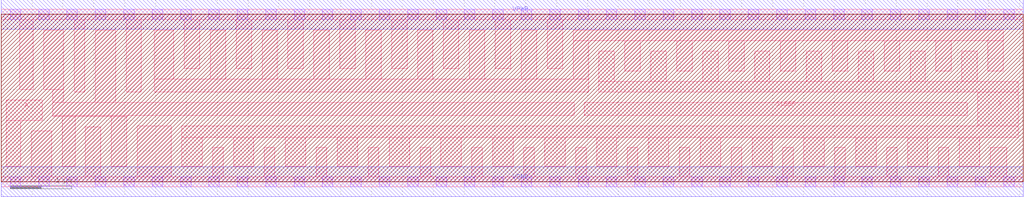
<source format=lef>
# Copyright 2020 The SkyWater PDK Authors
#
# Licensed under the Apache License, Version 2.0 (the "License");
# you may not use this file except in compliance with the License.
# You may obtain a copy of the License at
#
#     https://www.apache.org/licenses/LICENSE-2.0
#
# Unless required by applicable law or agreed to in writing, software
# distributed under the License is distributed on an "AS IS" BASIS,
# WITHOUT WARRANTIES OR CONDITIONS OF ANY KIND, either express or implied.
# See the License for the specific language governing permissions and
# limitations under the License.
#
# SPDX-License-Identifier: Apache-2.0

VERSION 5.7 ;

BUSBITCHARS "[]" ;
DIVIDERCHAR "/" ;

UNITS
  TIME NANOSECONDS 1 ;
  CAPACITANCE PICOFARADS 1 ;
  RESISTANCE OHMS 1 ;
  DATABASE MICRONS 1000 ;
END UNITS

MANUFACTURINGGRID 0.005 ;

# High density, single height
SITE unithd
  SYMMETRY Y ;
  CLASS CORE ;
  SIZE 0.46 BY 2.72 ;
END unithd

# High density, double height
SITE unithddbl
  SYMMETRY Y ;
  CLASS CORE ;
  SIZE 0.46 BY 5.44 ;
END unithddbl

LAYER li1
  TYPE ROUTING ;
  DIRECTION VERTICAL ;

  PITCH 0.46 0.34 ;
  OFFSET 0.23 0.17 ;

  WIDTH 0.17 ;          # LI 1
  # SPACING  0.17 ;     # LI 2
  SPACINGTABLE
     PARALLELRUNLENGTH 0
     WIDTH 0 0.17 ;
  AREA 0.0561 ;         # LI 6
  THICKNESS 0.1 ;
  RESISTANCE RPERSQ 12.2 ;

  ANTENNAMODEL OXIDE1 ;
  ANTENNADIFFSIDEAREARATIO PWL ( ( 0 75 ) ( 0.0125 75 ) ( 0.0225 85.125 ) ( 22.5 10200 ) ) ;
END li1

LAYER mcon
  TYPE CUT ;

  WIDTH 0.17 ;                # Mcon 1
  SPACING 0.19 ;              # Mcon 2
  ENCLOSURE BELOW 0 0 ;       # Mcon 4
  ENCLOSURE ABOVE 0.03 0.06 ; # Met1 4 / Met1 5

  ANTENNADIFFAREARATIO PWL ( ( 0 3 ) ( 0.0125 3 ) ( 0.0225 3.405 ) ( 22.5 408 ) ) ;
  DCCURRENTDENSITY AVERAGE 0.36 ; # mA per via Iavg_max at Tj = 90oC

END mcon

LAYER met1
  TYPE ROUTING ;
  DIRECTION HORIZONTAL ;

  PITCH 0.34 ;
  OFFSET 0.17 ;

  WIDTH 0.14 ;                     # Met1 1
  # SPACING 0.14 ;                 # Met1 2
  # SPACING 0.28 RANGE 3.001 100 ; # Met1 3b
  SPACINGTABLE
     PARALLELRUNLENGTH 0
     WIDTH 0 0.14
     WIDTH 3 0.28 ;
  AREA 0.083 ;                     # Met1 6
  THICKNESS 0.35 ;

  ANTENNAMODEL OXIDE1 ;
  ANTENNADIFFSIDEAREARATIO PWL ( ( 0 400 ) ( 0.0125 400 ) ( 0.0225 2609 ) ( 22.5 11600 ) ) ;

  EDGECAPACITANCE 1.79E-6 ;
  CAPACITANCE CPERSQDIST 25.8E-6 ;
  DCCURRENTDENSITY AVERAGE 2.8 ; # mA/um Iavg_max at Tj = 90oC
  ACCURRENTDENSITY RMS 6.1 ; # mA/um Irms_max at Tj = 90oC
  MAXIMUMDENSITY 70 ;
  DENSITYCHECKWINDOW 700 700 ;
  DENSITYCHECKSTEP 70 ;

  RESISTANCE RPERSQ 0.125 ;
END met1

LAYER via
  TYPE CUT ;
  WIDTH 0.15 ;                  # Via 1a
  SPACING 0.17 ;                # Via 2
  ENCLOSURE BELOW 0.055 0.085 ; # Via 4a / Via 5a
  ENCLOSURE ABOVE 0.055 0.085 ; # Met2 4 / Met2 5

  ANTENNADIFFAREARATIO PWL ( ( 0 6 ) ( 0.0125 6 ) ( 0.0225 6.81 ) ( 22.5 816 ) ) ;
  DCCURRENTDENSITY AVERAGE 0.29 ; # mA per via Iavg_max at Tj = 90oC
END via

LAYER met2
  TYPE ROUTING ;
  DIRECTION VERTICAL ;

  PITCH 0.46 ;
  OFFSET 0.23 ;

  WIDTH 0.14 ;                        # Met2 1
  # SPACING  0.14 ;                   # Met2 2
  # SPACING  0.28 RANGE 3.001 100 ;   # Met2 3b
  SPACINGTABLE
     PARALLELRUNLENGTH 0
     WIDTH 0 0.14
     WIDTH 3 0.28 ;
  AREA 0.0676 ;                       # Met2 6
  THICKNESS 0.35 ;

  CAPACITANCE CPERSQDIST 17.5E-6 ;
  RESISTANCE RPERSQ 0.125 ;
  DCCURRENTDENSITY AVERAGE 2.8 ; # mA/um Iavg_max at Tj = 90oC
  ACCURRENTDENSITY RMS 6.1 ; # mA/um Irms_max at Tj = 90oC

  ANTENNAMODEL OXIDE1 ;
  ANTENNADIFFSIDEAREARATIO PWL ( ( 0 400 ) ( 0.0125 400 ) ( 0.0225 2609 ) ( 22.5 11600 ) ) ;

  MAXIMUMDENSITY 70 ;
  DENSITYCHECKWINDOW 700 700 ;
  DENSITYCHECKSTEP 70 ;
END met2

# ******** Layer via2, type routing, number 44 **************
LAYER via2
  TYPE CUT ;
  WIDTH 0.2 ;                   # Via2 1
  SPACING 0.2 ;                 # Via2 2
  ENCLOSURE BELOW 0.04 0.085 ;  # Via2 4
  ENCLOSURE ABOVE 0.065 0.065 ; # Met3 4
  ANTENNADIFFAREARATIO PWL ( ( 0 6 ) ( 0.0125 6 ) ( 0.0225 6.81 ) ( 22.5 816 ) ) ;
  DCCURRENTDENSITY AVERAGE 0.48 ; # mA per via Iavg_max at Tj = 90oC
END via2

LAYER met3
  TYPE ROUTING ;
  DIRECTION HORIZONTAL ;

  PITCH 0.68 ;
  OFFSET 0.34 ;

  WIDTH 0.3 ;              # Met3 1
  # SPACING 0.3 ;          # Met3 2
  SPACINGTABLE
     PARALLELRUNLENGTH 0
     WIDTH 0 0.3
     WIDTH 3 0.4 ;
  AREA 0.24 ;              # Met3 6
  THICKNESS 0.8 ;

  EDGECAPACITANCE 1.86E-6 ;
  CAPACITANCE CPERSQDIST 12.6E-6 ;
  RESISTANCE RPERSQ 0.047 ;
  DCCURRENTDENSITY AVERAGE 6.8 ; # mA/um Iavg_max at Tj = 90oC
  ACCURRENTDENSITY RMS 14.9 ; # mA/um Irms_max at Tj = 90oC

  ANTENNAMODEL OXIDE1 ;
  ANTENNADIFFSIDEAREARATIO PWL ( ( 0 400 ) ( 0.0125 400 ) ( 0.0225 2609 ) ( 22.5 11600 ) ) ;

  MAXIMUMDENSITY 70 ;
  DENSITYCHECKWINDOW 700 700 ;
  DENSITYCHECKSTEP 70 ;
END met3

LAYER via3
  TYPE CUT ;
  WIDTH 0.2 ;                   # Via3 1
  SPACING 0.2 ;                 # Via3 2
  ENCLOSURE BELOW 0.06 0.09 ;   # Via3 4 / Via3 5
  ENCLOSURE ABOVE 0.065 0.065 ; # Met4 3
  ANTENNADIFFAREARATIO PWL ( ( 0 6 ) ( 0.0125 6 ) ( 0.0225 6.81 ) ( 22.5 816 ) ) ;
  DCCURRENTDENSITY AVERAGE 0.48 ; # mA per via Iavg_max at Tj = 90oC
END via3

LAYER met4
  TYPE ROUTING ;
  DIRECTION VERTICAL ;

  PITCH 0.92 ;
  OFFSET 0.46 ;

  WIDTH 0.3 ;             # Met4 1
  # SPACING  0.3 ;             # Met4 2
  SPACINGTABLE
     PARALLELRUNLENGTH 0
     WIDTH 0 0.3
     WIDTH 3 0.4 ;
  AREA 0.24 ;            # Met4 4a

  THICKNESS 0.8 ;

  EDGECAPACITANCE 1.29E-6 ;
  CAPACITANCE CPERSQDIST 8.67E-6 ;
  RESISTANCE RPERSQ 0.047 ;
  DCCURRENTDENSITY AVERAGE 6.8 ; # mA/um Iavg_max at Tj = 90oC
  ACCURRENTDENSITY RMS 14.9 ; # mA/um Irms_max at Tj = 90oC

  ANTENNAMODEL OXIDE1 ;
  ANTENNADIFFSIDEAREARATIO PWL ( ( 0 400 ) ( 0.0125 400 ) ( 0.0225 2609 ) ( 22.5 11600 ) ) ;

  MAXIMUMDENSITY 70 ;
  DENSITYCHECKWINDOW 700 700 ;
  DENSITYCHECKSTEP 70 ;
END met4

LAYER via4
  TYPE CUT ;

  WIDTH 0.8 ;                 # Via4 1
  SPACING 0.8 ;               # Via4 2
  ENCLOSURE BELOW 0.19 0.19 ; # Via4 4
  ENCLOSURE ABOVE 0.31 0.31 ; # Met5 3
  ANTENNADIFFAREARATIO PWL ( ( 0 6 ) ( 0.0125 6 ) ( 0.0225 6.81 ) ( 22.5 816 ) ) ;
  DCCURRENTDENSITY AVERAGE 2.49 ; # mA per via Iavg_max at Tj = 90oC
END via4

LAYER met5
  TYPE ROUTING ;
  DIRECTION HORIZONTAL ;

  PITCH 3.4 ;
  OFFSET 1.7 ;

  WIDTH 1.6 ;            # Met5 1
  #SPACING  1.6 ;        # Met5 2
  SPACINGTABLE
     PARALLELRUNLENGTH 0
     WIDTH 0 1.6 ;
  AREA 4 ;               # Met5 4

  THICKNESS 1.2 ;

  EDGECAPACITANCE 4.96E-6 ;
  CAPACITANCE CPERSQDIST 6.48E-6 ;
  RESISTANCE RPERSQ 0.0285 ;
  DCCURRENTDENSITY AVERAGE 10.17 ; # mA/um Iavg_max at Tj = 90oC
  ACCURRENTDENSITY RMS 22.34 ; # mA/um Irms_max at Tj = 90oC

  ANTENNAMODEL OXIDE1 ;
  ANTENNADIFFSIDEAREARATIO PWL ( ( 0 400 ) ( 0.0125 400 ) ( 0.0225 2609 ) ( 22.5 11600 ) ) ;
END met5


### Routing via cells section   ###
# Plus via rule, metals are along the prefered direction
VIA L1M1_PR DEFAULT
  LAYER mcon ;
  RECT -0.085 -0.085 0.085 0.085 ;
  LAYER li1 ;
  RECT -0.085 -0.085 0.085 0.085 ;
  LAYER met1 ;
  RECT -0.145 -0.115 0.145 0.115 ;
END L1M1_PR

VIARULE L1M1_PR GENERATE
  LAYER li1 ;
  ENCLOSURE 0 0 ;
  LAYER met1 ;
  ENCLOSURE 0.06 0.03 ;
  LAYER mcon ;
  RECT -0.085 -0.085 0.085 0.085 ;
  SPACING 0.36 BY 0.36 ;
END L1M1_PR

# Plus via rule, metals are along the non prefered direction
VIA L1M1_PR_R DEFAULT
  LAYER mcon ;
  RECT -0.085 -0.085 0.085 0.085 ;
  LAYER li1 ;
  RECT -0.085 -0.085 0.085 0.085 ;
  LAYER met1 ;
  RECT -0.115 -0.145 0.115 0.145 ;
END L1M1_PR_R

VIARULE L1M1_PR_R GENERATE
  LAYER li1 ;
  ENCLOSURE 0 0 ;
  LAYER met1 ;
  ENCLOSURE 0.03 0.06 ;
  LAYER mcon ;
  RECT -0.085 -0.085 0.085 0.085 ;
  SPACING 0.36 BY 0.36 ;
END L1M1_PR_R

# Minus via rule, lower layer metal is along prefered direction
VIA L1M1_PR_M DEFAULT
  LAYER mcon ;
  RECT -0.085 -0.085 0.085 0.085 ;
  LAYER li1 ;
  RECT -0.085 -0.085 0.085 0.085 ;
  LAYER met1 ;
  RECT -0.115 -0.145 0.115 0.145 ;
END L1M1_PR_M

VIARULE L1M1_PR_M GENERATE
  LAYER li1 ;
  ENCLOSURE 0 0 ;
  LAYER met1 ;
  ENCLOSURE 0.03 0.06 ;
  LAYER mcon ;
  RECT -0.085 -0.085 0.085 0.085 ;
  SPACING 0.36 BY 0.36 ;
END L1M1_PR_M

# Minus via rule, upper layer metal is along prefered direction
VIA L1M1_PR_MR DEFAULT
  LAYER mcon ;
  RECT -0.085 -0.085 0.085 0.085 ;
  LAYER li1 ;
  RECT -0.085 -0.085 0.085 0.085 ;
  LAYER met1 ;
  RECT -0.145 -0.115 0.145 0.115 ;
END L1M1_PR_MR

VIARULE L1M1_PR_MR GENERATE
  LAYER li1 ;
  ENCLOSURE 0 0 ;
  LAYER met1 ;
  ENCLOSURE 0.06 0.03 ;
  LAYER mcon ;
  RECT -0.085 -0.085 0.085 0.085 ;
  SPACING 0.36 BY 0.36 ;
END L1M1_PR_MR

# Centered via rule, we really do not want to use it
VIA L1M1_PR_C DEFAULT
  LAYER mcon ;
  RECT -0.085 -0.085 0.085 0.085 ;
  LAYER li1 ;
  RECT -0.085 -0.085 0.085 0.085 ;
  LAYER met1 ;
  RECT -0.145 -0.145 0.145 0.145 ;
END L1M1_PR_C

VIARULE L1M1_PR_C GENERATE
  LAYER li1 ;
  ENCLOSURE 0 0 ;
  LAYER met1 ;
  ENCLOSURE 0.06 0.06 ;
  LAYER mcon ;
  RECT -0.085 -0.085 0.085 0.085 ;
  SPACING 0.36 BY 0.36 ;
END L1M1_PR_C

# Plus via rule, metals are along the prefered direction
VIA M1M2_PR DEFAULT
  LAYER via ;
  RECT -0.075 -0.075 0.075 0.075 ;
  LAYER met1 ;
  RECT -0.16 -0.13 0.16 0.13 ;
  LAYER met2 ;
  RECT -0.13 -0.16 0.13 0.16 ;
END M1M2_PR

VIARULE M1M2_PR GENERATE
  LAYER met1 ;
  ENCLOSURE 0.085 0.055 ;
  LAYER met2 ;
  ENCLOSURE 0.055 0.085 ;
  LAYER via ;
  RECT -0.075 -0.075 0.075 0.075 ;
  SPACING 0.32 BY 0.32 ;
END M1M2_PR

# Plus via rule, metals are along the non prefered direction
VIA M1M2_PR_R DEFAULT
  LAYER via ;
  RECT -0.075 -0.075 0.075 0.075 ;
  LAYER met1 ;
  RECT -0.13 -0.16 0.13 0.16 ;
  LAYER met2 ;
  RECT -0.16 -0.13 0.16 0.13 ;
END M1M2_PR_R

VIARULE M1M2_PR_R GENERATE
  LAYER met1 ;
  ENCLOSURE 0.055 0.085 ;
  LAYER met2 ;
  ENCLOSURE 0.085 0.055 ;
  LAYER via ;
  RECT -0.075 -0.075 0.075 0.075 ;
  SPACING 0.32 BY 0.32 ;
END M1M2_PR_R

# Minus via rule, lower layer metal is along prefered direction
VIA M1M2_PR_M DEFAULT
  LAYER via ;
  RECT -0.075 -0.075 0.075 0.075 ;
  LAYER met1 ;
  RECT -0.16 -0.13 0.16 0.13 ;
  LAYER met2 ;
  RECT -0.16 -0.13 0.16 0.13 ;
END M1M2_PR_M

VIARULE M1M2_PR_M GENERATE
  LAYER met1 ;
  ENCLOSURE 0.085 0.055 ;
  LAYER met2 ;
  ENCLOSURE 0.085 0.055 ;
  LAYER via ;
  RECT -0.075 -0.075 0.075 0.075 ;
  SPACING 0.32 BY 0.32 ;
END M1M2_PR_M

# Minus via rule, upper layer metal is along prefered direction
VIA M1M2_PR_MR DEFAULT
  LAYER via ;
  RECT -0.075 -0.075 0.075 0.075 ;
  LAYER met1 ;
  RECT -0.13 -0.16 0.13 0.16 ;
  LAYER met2 ;
  RECT -0.13 -0.16 0.13 0.16 ;
END M1M2_PR_MR

VIARULE M1M2_PR_MR GENERATE
  LAYER met1 ;
  ENCLOSURE 0.055 0.085 ;
  LAYER met2 ;
  ENCLOSURE 0.055 0.085 ;
  LAYER via ;
  RECT -0.075 -0.075 0.075 0.075 ;
  SPACING 0.32 BY 0.32 ;
END M1M2_PR_MR

# Centered via rule, we really do not want to use it
VIA M1M2_PR_C DEFAULT
  LAYER via ;
  RECT -0.075 -0.075 0.075 0.075 ;
  LAYER met1 ;
  RECT -0.16 -0.16 0.16 0.16 ;
  LAYER met2 ;
  RECT -0.16 -0.16 0.16 0.16 ;
END M1M2_PR_C

VIARULE M1M2_PR_C GENERATE
  LAYER met1 ;
  ENCLOSURE 0.085 0.085 ;
  LAYER met2 ;
  ENCLOSURE 0.085 0.085 ;
  LAYER via ;
  RECT -0.075 -0.075 0.075 0.075 ;
  SPACING 0.32 BY 0.32 ;
END M1M2_PR_C

# Plus via rule, metals are along the prefered direction
VIA M2M3_PR DEFAULT
  LAYER via2 ;
  RECT -0.1 -0.1 0.1 0.1 ;
  LAYER met2 ;
  RECT -0.14 -0.185 0.14 0.185 ;
  LAYER met3 ;
  RECT -0.165 -0.165 0.165 0.165 ;
END M2M3_PR

VIARULE M2M3_PR GENERATE
  LAYER met2 ;
  ENCLOSURE 0.04 0.085 ;
  LAYER met3 ;
  ENCLOSURE 0.065 0.065 ;
  LAYER via2 ;
  RECT -0.1 -0.1 0.1 0.1 ;
  SPACING 0.4 BY 0.4 ;
END M2M3_PR

# Plus via rule, metals are along the non prefered direction
VIA M2M3_PR_R DEFAULT
  LAYER via2 ;
  RECT -0.1 -0.1 0.1 0.1 ;
  LAYER met2 ;
  RECT -0.185 -0.14 0.185 0.14 ;
  LAYER met3 ;
  RECT -0.165 -0.165 0.165 0.165 ;
END M2M3_PR_R

VIARULE M2M3_PR_R GENERATE
  LAYER met2 ;
  ENCLOSURE 0.085 0.04 ;
  LAYER met3 ;
  ENCLOSURE 0.065 0.065 ;
  LAYER via2 ;
  RECT -0.1 -0.1 0.1 0.1 ;
  SPACING 0.4 BY 0.4 ;
END M2M3_PR_R

# Minus via rule, lower layer metal is along prefered direction
VIA M2M3_PR_M DEFAULT
  LAYER via2 ;
  RECT -0.1 -0.1 0.1 0.1 ;
  LAYER met2 ;
  RECT -0.14 -0.185 0.14 0.185 ;
  LAYER met3 ;
  RECT -0.165 -0.165 0.165 0.165 ;
END M2M3_PR_M

VIARULE M2M3_PR_M GENERATE
  LAYER met2 ;
  ENCLOSURE 0.04 0.085 ;
  LAYER met3 ;
  ENCLOSURE 0.065 0.065 ;
  LAYER via2 ;
  RECT -0.1 -0.1 0.1 0.1 ;
  SPACING 0.4 BY 0.4 ;
END M2M3_PR_M

# Minus via rule, upper layer metal is along prefered direction
VIA M2M3_PR_MR DEFAULT
  LAYER via2 ;
  RECT -0.1 -0.1 0.1 0.1 ;
  LAYER met2 ;
  RECT -0.185 -0.14 0.185 0.14 ;
  LAYER met3 ;
  RECT -0.165 -0.165 0.165 0.165 ;
END M2M3_PR_MR

VIARULE M2M3_PR_MR GENERATE
  LAYER met2 ;
  ENCLOSURE 0.085 0.04 ;
  LAYER met3 ;
  ENCLOSURE 0.065 0.065 ;
  LAYER via2 ;
  RECT -0.1 -0.1 0.1 0.1 ;
  SPACING 0.4 BY 0.4 ;
END M2M3_PR_MR

# Centered via rule, we really do not want to use it
VIA M2M3_PR_C DEFAULT
  LAYER via2 ;
  RECT -0.1 -0.1 0.1 0.1 ;
  LAYER met2 ;
  RECT -0.185 -0.185 0.185 0.185 ;
  LAYER met3 ;
  RECT -0.165 -0.165 0.165 0.165 ;
END M2M3_PR_C

VIARULE M2M3_PR_C GENERATE
  LAYER met2 ;
  ENCLOSURE 0.085 0.085 ;
  LAYER met3 ;
  ENCLOSURE 0.065 0.065 ;
  LAYER via2 ;
  RECT -0.1 -0.1 0.1 0.1 ;
  SPACING 0.4 BY 0.4 ;
END M2M3_PR_C

# Plus via rule, metals are along the prefered direction
VIA M3M4_PR DEFAULT
  LAYER via3 ;
  RECT -0.1 -0.1 0.1 0.1 ;
  LAYER met3 ;
  RECT -0.19 -0.16 0.19 0.16 ;
  LAYER met4 ;
  RECT -0.165 -0.165 0.165 0.165 ;
END M3M4_PR

VIARULE M3M4_PR GENERATE
  LAYER met3 ;
  ENCLOSURE 0.09 0.06 ;
  LAYER met4 ;
  ENCLOSURE 0.065 0.065 ;
  LAYER via3 ;
  RECT -0.1 -0.1 0.1 0.1 ;
  SPACING 0.4 BY 0.4 ;
END M3M4_PR

# Plus via rule, metals are along the non prefered direction
VIA M3M4_PR_R DEFAULT
  LAYER via3 ;
  RECT -0.1 -0.1 0.1 0.1 ;
  LAYER met3 ;
  RECT -0.16 -0.19 0.16 0.19 ;
  LAYER met4 ;
  RECT -0.165 -0.165 0.165 0.165 ;
END M3M4_PR_R

VIARULE M3M4_PR_R GENERATE
  LAYER met3 ;
  ENCLOSURE 0.06 0.09 ;
  LAYER met4 ;
  ENCLOSURE 0.065 0.065 ;
  LAYER via3 ;
  RECT -0.1 -0.1 0.1 0.1 ;
  SPACING 0.4 BY 0.4 ;
END M3M4_PR_R

# Minus via rule, lower layer metal is along prefered direction
VIA M3M4_PR_M DEFAULT
  LAYER via3 ;
  RECT -0.1 -0.1 0.1 0.1 ;
  LAYER met3 ;
  RECT -0.19 -0.16 0.19 0.16 ;
  LAYER met4 ;
  RECT -0.165 -0.165 0.165 0.165 ;
END M3M4_PR_M

VIARULE M3M4_PR_M GENERATE
  LAYER met3 ;
  ENCLOSURE 0.09 0.06 ;
  LAYER met4 ;
  ENCLOSURE 0.065 0.065 ;
  LAYER via3 ;
  RECT -0.1 -0.1 0.1 0.1 ;
  SPACING 0.4 BY 0.4 ;
END M3M4_PR_M

# Minus via rule, upper layer metal is along prefered direction
VIA M3M4_PR_MR DEFAULT
  LAYER via3 ;
  RECT -0.1 -0.1 0.1 0.1 ;
  LAYER met3 ;
  RECT -0.16 -0.19 0.16 0.19 ;
  LAYER met4 ;
  RECT -0.165 -0.165 0.165 0.165 ;
END M3M4_PR_MR

VIARULE M3M4_PR_MR GENERATE
  LAYER met3 ;
  ENCLOSURE 0.06 0.09 ;
  LAYER met4 ;
  ENCLOSURE 0.065 0.065 ;
  LAYER via3 ;
  RECT -0.1 -0.1 0.1 0.1 ;
  SPACING 0.4 BY 0.4 ;
END M3M4_PR_MR

# Centered via rule, we really do not want to use it
VIA M3M4_PR_C DEFAULT
  LAYER via3 ;
  RECT -0.1 -0.1 0.1 0.1 ;
  LAYER met3 ;
  RECT -0.19 -0.19 0.19 0.19 ;
  LAYER met4 ;
  RECT -0.165 -0.165 0.165 0.165 ;
END M3M4_PR_C

VIARULE M3M4_PR_C GENERATE
  LAYER met3 ;
  ENCLOSURE 0.09 0.09 ;
  LAYER met4 ;
  ENCLOSURE 0.065 0.065 ;
  LAYER via3 ;
  RECT -0.1 -0.1 0.1 0.1 ;
  SPACING 0.4 BY 0.4 ;
END M3M4_PR_C

# Plus via rule, metals are along the prefered direction
VIA M4M5_PR DEFAULT
  LAYER via4 ;
  RECT -0.4 -0.4 0.4 0.4 ;
  LAYER met4 ;
  RECT -0.59 -0.59 0.59 0.59 ;
  LAYER met5 ;
  RECT -0.71 -0.71 0.71 0.71 ;
END M4M5_PR

VIARULE M4M5_PR GENERATE
  LAYER met4 ;
  ENCLOSURE 0.19 0.19 ;
  LAYER met5 ;
  ENCLOSURE 0.31 0.31 ;
  LAYER via4 ;
  RECT -0.4 -0.4 0.4 0.4 ;
  SPACING 1.6 BY 1.6 ;
END M4M5_PR

# Plus via rule, metals are along the non prefered direction
VIA M4M5_PR_R DEFAULT
  LAYER via4 ;
  RECT -0.4 -0.4 0.4 0.4 ;
  LAYER met4 ;
  RECT -0.59 -0.59 0.59 0.59 ;
  LAYER met5 ;
  RECT -0.71 -0.71 0.71 0.71 ;
END M4M5_PR_R

VIARULE M4M5_PR_R GENERATE
  LAYER met4 ;
  ENCLOSURE 0.19 0.19 ;
  LAYER met5 ;
  ENCLOSURE 0.31 0.31 ;
  LAYER via4 ;
  RECT -0.4 -0.4 0.4 0.4 ;
  SPACING 1.6 BY 1.6 ;
END M4M5_PR_R

# Minus via rule, lower layer metal is along prefered direction
VIA M4M5_PR_M DEFAULT
  LAYER via4 ;
  RECT -0.4 -0.4 0.4 0.4 ;
  LAYER met4 ;
  RECT -0.59 -0.59 0.59 0.59 ;
  LAYER met5 ;
  RECT -0.71 -0.71 0.71 0.71 ;
END M4M5_PR_M

VIARULE M4M5_PR_M GENERATE
  LAYER met4 ;
  ENCLOSURE 0.19 0.19 ;
  LAYER met5 ;
  ENCLOSURE 0.31 0.31 ;
  LAYER via4 ;
  RECT -0.4 -0.4 0.4 0.4 ;
  SPACING 1.6 BY 1.6 ;
END M4M5_PR_M

# Minus via rule, upper layer metal is along prefered direction
VIA M4M5_PR_MR DEFAULT
  LAYER via4 ;
  RECT -0.4 -0.4 0.4 0.4 ;
  LAYER met4 ;
  RECT -0.59 -0.59 0.59 0.59 ;
  LAYER met5 ;
  RECT -0.71 -0.71 0.71 0.71 ;
END M4M5_PR_MR

VIARULE M4M5_PR_MR GENERATE
  LAYER met4 ;
  ENCLOSURE 0.19 0.19 ;
  LAYER met5 ;
  ENCLOSURE 0.31 0.31 ;
  LAYER via4 ;
  RECT -0.4 -0.4 0.4 0.4 ;
  SPACING 1.6 BY 1.6 ;
END M4M5_PR_MR

# Centered via rule, we really do not want to use it
VIA M4M5_PR_C DEFAULT
  LAYER via4 ;
  RECT -0.4 -0.4 0.4 0.4 ;
  LAYER met4 ;
  RECT -0.59 -0.59 0.59 0.59 ;
  LAYER met5 ;
  RECT -0.71 -0.71 0.71 0.71 ;
END M4M5_PR_C

VIARULE M4M5_PR_C GENERATE
  LAYER met4 ;
  ENCLOSURE 0.19 0.19 ;
  LAYER met5 ;
  ENCLOSURE 0.31 0.31 ;
  LAYER via4 ;
  RECT -0.4 -0.4 0.4 0.4 ;
  SPACING 1.6 BY 1.6 ;
END M4M5_PR_C
###  end of single via cells   ###



MACRO sky130_fd_sc_hd__and2b_4
  CLASS CORE ;
  FOREIGN sky130_fd_sc_hd__and2b_4 ;
  ORIGIN  0.000000  0.000000 ;
  SIZE  3.680000 BY  2.720000 ;
  SYMMETRY X Y R90 ;
  SITE unithd ;
  PIN A_N
    ANTENNAGATEAREA  0.126000 ;
    DIRECTION INPUT ;
    USE SIGNAL ;
    PORT
      LAYER li1 ;
        RECT 2.900000 0.625000 3.155000 0.995000 ;
        RECT 2.900000 0.995000 3.205000 1.325000 ;
        RECT 2.900000 1.325000 3.155000 1.745000 ;
    END
  END A_N
  PIN B
    ANTENNAGATEAREA  0.247500 ;
    DIRECTION INPUT ;
    USE SIGNAL ;
    PORT
      LAYER li1 ;
        RECT 0.610000 0.995000 0.975000 1.325000 ;
    END
  END B
  PIN X
    ANTENNADIFFAREA  0.934000 ;
    DIRECTION OUTPUT ;
    USE SIGNAL ;
    PORT
      LAYER li1 ;
        RECT 1.485000 1.535000 2.730000 1.745000 ;
        RECT 1.525000 0.495000 1.715000 0.615000 ;
        RECT 1.525000 0.615000 2.730000 0.825000 ;
        RECT 2.440000 0.825000 2.730000 1.535000 ;
    END
  END X
  PIN VGND
    DIRECTION INOUT ;
    SHAPE ABUTMENT ;
    USE GROUND ;
    PORT
      LAYER met1 ;
        RECT 0.000000 -0.240000 3.680000 0.240000 ;
    END
  END VGND
  PIN VPWR
    DIRECTION INOUT ;
    SHAPE ABUTMENT ;
    USE POWER ;
    PORT
      LAYER met1 ;
        RECT 0.000000 2.480000 3.680000 2.960000 ;
    END
  END VPWR
  OBS
    LAYER li1 ;
      RECT 0.000000 -0.085000 3.680000 0.085000 ;
      RECT 0.000000  2.635000 3.680000 2.805000 ;
      RECT 0.090000  0.255000 0.425000 0.615000 ;
      RECT 0.090000  0.615000 1.355000 0.805000 ;
      RECT 0.090000  2.255000 0.425000 2.635000 ;
      RECT 0.165000  0.995000 0.425000 1.325000 ;
      RECT 0.165000  1.325000 0.335000 1.915000 ;
      RECT 0.165000  1.915000 3.505000 2.085000 ;
      RECT 0.515000  1.500000 1.315000 1.745000 ;
      RECT 0.955000  0.085000 1.285000 0.445000 ;
      RECT 0.990000  2.275000 1.320000 2.635000 ;
      RECT 1.110000  1.435000 1.320000 1.485000 ;
      RECT 1.110000  1.485000 1.315000 1.500000 ;
      RECT 1.145000  0.805000 1.355000 0.995000 ;
      RECT 1.145000  0.995000 2.260000 1.355000 ;
      RECT 1.145000  1.355000 1.320000 1.435000 ;
      RECT 1.885000  0.085000 2.215000 0.445000 ;
      RECT 1.905000  2.275000 2.235000 2.635000 ;
      RECT 2.745000  0.085000 3.075000 0.445000 ;
      RECT 2.745000  2.275000 3.075000 2.635000 ;
      RECT 3.330000  0.495000 3.500000 0.675000 ;
      RECT 3.330000  0.675000 3.545000 0.845000 ;
      RECT 3.335000  1.530000 3.545000 1.700000 ;
      RECT 3.335000  1.700000 3.505000 1.915000 ;
      RECT 3.375000  0.845000 3.545000 1.530000 ;
    LAYER mcon ;
      RECT 0.145000 -0.085000 0.315000 0.085000 ;
      RECT 0.145000  2.635000 0.315000 2.805000 ;
      RECT 0.605000 -0.085000 0.775000 0.085000 ;
      RECT 0.605000  2.635000 0.775000 2.805000 ;
      RECT 1.065000 -0.085000 1.235000 0.085000 ;
      RECT 1.065000  2.635000 1.235000 2.805000 ;
      RECT 1.525000 -0.085000 1.695000 0.085000 ;
      RECT 1.525000  2.635000 1.695000 2.805000 ;
      RECT 1.985000 -0.085000 2.155000 0.085000 ;
      RECT 1.985000  2.635000 2.155000 2.805000 ;
      RECT 2.445000 -0.085000 2.615000 0.085000 ;
      RECT 2.445000  2.635000 2.615000 2.805000 ;
      RECT 2.905000 -0.085000 3.075000 0.085000 ;
      RECT 2.905000  2.635000 3.075000 2.805000 ;
      RECT 3.365000 -0.085000 3.535000 0.085000 ;
      RECT 3.365000  2.635000 3.535000 2.805000 ;
  END
END sky130_fd_sc_hd__and2b_4
MACRO sky130_fd_sc_hd__a311o_1
  CLASS CORE ;
  FOREIGN sky130_fd_sc_hd__a311o_1 ;
  ORIGIN  0.000000  0.000000 ;
  SIZE  3.680000 BY  2.720000 ;
  SYMMETRY X Y R90 ;
  SITE unithd ;
  PIN A1
    ANTENNAGATEAREA  0.247500 ;
    DIRECTION INPUT ;
    USE SIGNAL ;
    PORT
      LAYER li1 ;
        RECT 1.965000 0.765000 2.155000 0.995000 ;
        RECT 1.965000 0.995000 2.310000 1.325000 ;
    END
  END A1
  PIN A2
    ANTENNAGATEAREA  0.247500 ;
    DIRECTION INPUT ;
    USE SIGNAL ;
    PORT
      LAYER li1 ;
        RECT 1.510000 0.750000 1.705000 1.325000 ;
    END
  END A2
  PIN A3
    ANTENNAGATEAREA  0.247500 ;
    DIRECTION INPUT ;
    USE SIGNAL ;
    PORT
      LAYER li1 ;
        RECT 0.905000 0.995000 1.240000 1.325000 ;
    END
  END A3
  PIN B1
    ANTENNAGATEAREA  0.247500 ;
    DIRECTION INPUT ;
    USE SIGNAL ;
    PORT
      LAYER li1 ;
        RECT 2.620000 0.995000 3.095000 1.325000 ;
    END
  END B1
  PIN C1
    ANTENNAGATEAREA  0.247500 ;
    DIRECTION INPUT ;
    USE SIGNAL ;
    PORT
      LAYER li1 ;
        RECT 3.350000 0.995000 3.535000 1.325000 ;
    END
  END C1
  PIN X
    ANTENNADIFFAREA  0.454000 ;
    DIRECTION OUTPUT ;
    USE SIGNAL ;
    PORT
      LAYER li1 ;
        RECT 0.085000 0.255000 0.395000 0.670000 ;
        RECT 0.085000 0.670000 0.255000 1.785000 ;
        RECT 0.085000 1.785000 0.425000 2.425000 ;
    END
  END X
  PIN VGND
    DIRECTION INOUT ;
    SHAPE ABUTMENT ;
    USE GROUND ;
    PORT
      LAYER met1 ;
        RECT 0.000000 -0.240000 3.680000 0.240000 ;
    END
  END VGND
  PIN VPWR
    DIRECTION INOUT ;
    SHAPE ABUTMENT ;
    USE POWER ;
    PORT
      LAYER met1 ;
        RECT 0.000000 2.480000 3.680000 2.960000 ;
    END
  END VPWR
  OBS
    LAYER li1 ;
      RECT 0.000000 -0.085000 3.680000 0.085000 ;
      RECT 0.000000  2.635000 3.680000 2.805000 ;
      RECT 0.425000  0.995000 0.735000 1.325000 ;
      RECT 0.565000  0.655000 1.260000 0.825000 ;
      RECT 0.565000  0.825000 0.735000 0.995000 ;
      RECT 0.565000  1.325000 0.735000 1.495000 ;
      RECT 0.565000  1.495000 3.505000 1.665000 ;
      RECT 0.590000  0.085000 0.920000 0.465000 ;
      RECT 0.595000  2.175000 0.840000 2.635000 ;
      RECT 1.015000  1.835000 2.575000 2.005000 ;
      RECT 1.015000  2.005000 1.265000 2.465000 ;
      RECT 1.090000  0.255000 2.495000 0.425000 ;
      RECT 1.090000  0.425000 1.260000 0.655000 ;
      RECT 1.455000  2.255000 2.125000 2.635000 ;
      RECT 2.325000  0.425000 2.495000 0.655000 ;
      RECT 2.325000  0.655000 3.505000 0.825000 ;
      RECT 2.325000  2.005000 2.575000 2.465000 ;
      RECT 2.765000  0.085000 3.095000 0.485000 ;
      RECT 3.335000  0.255000 3.505000 0.655000 ;
      RECT 3.335000  1.665000 3.505000 2.465000 ;
    LAYER mcon ;
      RECT 0.145000 -0.085000 0.315000 0.085000 ;
      RECT 0.145000  2.635000 0.315000 2.805000 ;
      RECT 0.605000 -0.085000 0.775000 0.085000 ;
      RECT 0.605000  2.635000 0.775000 2.805000 ;
      RECT 1.065000 -0.085000 1.235000 0.085000 ;
      RECT 1.065000  2.635000 1.235000 2.805000 ;
      RECT 1.525000 -0.085000 1.695000 0.085000 ;
      RECT 1.525000  2.635000 1.695000 2.805000 ;
      RECT 1.985000 -0.085000 2.155000 0.085000 ;
      RECT 1.985000  2.635000 2.155000 2.805000 ;
      RECT 2.445000 -0.085000 2.615000 0.085000 ;
      RECT 2.445000  2.635000 2.615000 2.805000 ;
      RECT 2.905000 -0.085000 3.075000 0.085000 ;
      RECT 2.905000  2.635000 3.075000 2.805000 ;
      RECT 3.365000 -0.085000 3.535000 0.085000 ;
      RECT 3.365000  2.635000 3.535000 2.805000 ;
  END
END sky130_fd_sc_hd__a311o_1
MACRO sky130_fd_sc_hd__nor2_8
  CLASS CORE ;
  FOREIGN sky130_fd_sc_hd__nor2_8 ;
  ORIGIN  0.000000  0.000000 ;
  SIZE  7.360000 BY  2.720000 ;
  SYMMETRY X Y R90 ;
  SITE unithd ;
  PIN A
    ANTENNAGATEAREA  1.980000 ;
    DIRECTION INPUT ;
    USE SIGNAL ;
    PORT
      LAYER li1 ;
        RECT 0.360000 1.075000 3.530000 1.275000 ;
    END
  END A
  PIN B
    ANTENNAGATEAREA  1.980000 ;
    DIRECTION INPUT ;
    USE SIGNAL ;
    PORT
      LAYER li1 ;
        RECT 3.800000 1.075000 6.540000 1.275000 ;
    END
  END B
  PIN Y
    ANTENNADIFFAREA  2.484000 ;
    DIRECTION OUTPUT ;
    USE SIGNAL ;
    PORT
      LAYER li1 ;
        RECT 0.535000 0.255000 0.865000 0.725000 ;
        RECT 0.535000 0.725000 7.275000 0.905000 ;
        RECT 1.375000 0.255000 1.705000 0.725000 ;
        RECT 2.215000 0.255000 2.545000 0.725000 ;
        RECT 3.055000 0.255000 3.385000 0.725000 ;
        RECT 3.895000 0.255000 4.225000 0.725000 ;
        RECT 3.935000 1.445000 7.275000 1.615000 ;
        RECT 3.935000 1.615000 4.185000 2.125000 ;
        RECT 4.735000 0.255000 5.065000 0.725000 ;
        RECT 4.775000 1.615000 5.025000 2.125000 ;
        RECT 5.575000 0.255000 5.905000 0.725000 ;
        RECT 5.615000 1.615000 5.865000 2.125000 ;
        RECT 6.415000 0.255000 6.745000 0.725000 ;
        RECT 6.455000 1.615000 6.705000 2.125000 ;
        RECT 6.710000 0.905000 7.275000 1.445000 ;
    END
  END Y
  PIN VGND
    DIRECTION INOUT ;
    SHAPE ABUTMENT ;
    USE GROUND ;
    PORT
      LAYER met1 ;
        RECT 0.000000 -0.240000 7.360000 0.240000 ;
    END
  END VGND
  PIN VPWR
    DIRECTION INOUT ;
    SHAPE ABUTMENT ;
    USE POWER ;
    PORT
      LAYER met1 ;
        RECT 0.000000 2.480000 7.360000 2.960000 ;
    END
  END VPWR
  OBS
    LAYER li1 ;
      RECT 0.000000 -0.085000 7.360000 0.085000 ;
      RECT 0.000000  2.635000 7.360000 2.805000 ;
      RECT 0.090000  0.085000 0.365000 0.905000 ;
      RECT 0.090000  1.455000 3.765000 1.665000 ;
      RECT 0.090000  1.665000 0.405000 2.465000 ;
      RECT 0.575000  1.835000 0.825000 2.635000 ;
      RECT 0.995000  1.665000 1.245000 2.465000 ;
      RECT 1.035000  0.085000 1.205000 0.555000 ;
      RECT 1.415000  1.835000 1.665000 2.635000 ;
      RECT 1.835000  1.665000 2.085000 2.465000 ;
      RECT 1.875000  0.085000 2.045000 0.555000 ;
      RECT 2.255000  1.835000 2.505000 2.635000 ;
      RECT 2.675000  1.665000 2.925000 2.465000 ;
      RECT 2.715000  0.085000 2.885000 0.555000 ;
      RECT 3.095000  1.835000 3.345000 2.635000 ;
      RECT 3.515000  1.665000 3.765000 2.295000 ;
      RECT 3.515000  2.295000 7.125000 2.465000 ;
      RECT 3.555000  0.085000 3.725000 0.555000 ;
      RECT 4.355000  1.785000 4.605000 2.295000 ;
      RECT 4.395000  0.085000 4.565000 0.555000 ;
      RECT 5.195000  1.785000 5.445000 2.295000 ;
      RECT 5.235000  0.085000 5.405000 0.555000 ;
      RECT 6.035000  1.785000 6.285000 2.295000 ;
      RECT 6.075000  0.085000 6.245000 0.555000 ;
      RECT 6.875000  1.785000 7.125000 2.295000 ;
      RECT 6.915000  0.085000 7.205000 0.555000 ;
    LAYER mcon ;
      RECT 0.145000 -0.085000 0.315000 0.085000 ;
      RECT 0.145000  2.635000 0.315000 2.805000 ;
      RECT 0.605000 -0.085000 0.775000 0.085000 ;
      RECT 0.605000  2.635000 0.775000 2.805000 ;
      RECT 1.065000 -0.085000 1.235000 0.085000 ;
      RECT 1.065000  2.635000 1.235000 2.805000 ;
      RECT 1.525000 -0.085000 1.695000 0.085000 ;
      RECT 1.525000  2.635000 1.695000 2.805000 ;
      RECT 1.985000 -0.085000 2.155000 0.085000 ;
      RECT 1.985000  2.635000 2.155000 2.805000 ;
      RECT 2.445000 -0.085000 2.615000 0.085000 ;
      RECT 2.445000  2.635000 2.615000 2.805000 ;
      RECT 2.905000 -0.085000 3.075000 0.085000 ;
      RECT 2.905000  2.635000 3.075000 2.805000 ;
      RECT 3.365000 -0.085000 3.535000 0.085000 ;
      RECT 3.365000  2.635000 3.535000 2.805000 ;
      RECT 3.825000 -0.085000 3.995000 0.085000 ;
      RECT 3.825000  2.635000 3.995000 2.805000 ;
      RECT 4.285000 -0.085000 4.455000 0.085000 ;
      RECT 4.285000  2.635000 4.455000 2.805000 ;
      RECT 4.745000 -0.085000 4.915000 0.085000 ;
      RECT 4.745000  2.635000 4.915000 2.805000 ;
      RECT 5.205000 -0.085000 5.375000 0.085000 ;
      RECT 5.205000  2.635000 5.375000 2.805000 ;
      RECT 5.665000 -0.085000 5.835000 0.085000 ;
      RECT 5.665000  2.635000 5.835000 2.805000 ;
      RECT 6.125000 -0.085000 6.295000 0.085000 ;
      RECT 6.125000  2.635000 6.295000 2.805000 ;
      RECT 6.585000 -0.085000 6.755000 0.085000 ;
      RECT 6.585000  2.635000 6.755000 2.805000 ;
      RECT 7.045000 -0.085000 7.215000 0.085000 ;
      RECT 7.045000  2.635000 7.215000 2.805000 ;
  END
END sky130_fd_sc_hd__nor2_8
MACRO sky130_fd_sc_hd__lpflow_lsbuf_lh_isowell_4
  CLASS CORE ;
  FOREIGN sky130_fd_sc_hd__lpflow_lsbuf_lh_isowell_4 ;
  ORIGIN  0.000000  0.000000 ;
  SIZE  7.360000 BY  5.440000 ;
  SYMMETRY X Y R90 ;
  SITE unithd ;
  PIN A
    ANTENNAGATEAREA  0.603000 ;
    DIRECTION INPUT ;
    USE SIGNAL ;
    PORT
      LAYER li1 ;
        RECT 2.970000 1.070000 3.290000 1.540000 ;
    END
  END A
  PIN X
    ANTENNADIFFAREA  1.072500 ;
    DIRECTION OUTPUT ;
    USE SIGNAL ;
    PORT
      LAYER li1 ;
        RECT 5.335000 0.255000 5.635000 0.980000 ;
        RECT 5.360000 0.980000 5.635000 1.085000 ;
        RECT 5.360000 1.085000 6.555000 1.410000 ;
        RECT 5.360000 1.410000 5.635000 2.370000 ;
        RECT 6.280000 1.410000 6.555000 2.370000 ;
        RECT 6.335000 0.255000 6.555000 1.085000 ;
    END
  END X
  PIN LOWLVPWR
    DIRECTION INOUT ;
    SHAPE ABUTMENT ;
    USE POWER ;
    PORT
      LAYER li1 ;
        RECT 1.380000 2.065000 2.390000 2.335000 ;
        RECT 2.060000 1.635000 2.390000 2.065000 ;
        RECT 2.060000 2.335000 2.390000 2.660000 ;
        RECT 2.060000 2.660000 2.810000 3.750000 ;
      LAYER mcon ;
        RECT 1.420000 2.115000 1.590000 2.285000 ;
        RECT 1.780000 2.115000 1.950000 2.285000 ;
        RECT 2.140000 2.115000 2.310000 2.285000 ;
    END
    PORT
      LAYER met1 ;
        RECT 0.070000 2.140000 7.290000 2.280000 ;
        RECT 1.360000 2.085000 2.370000 2.140000 ;
        RECT 1.360000 2.280000 2.370000 2.315000 ;
    END
  END LOWLVPWR
  PIN VGND
    DIRECTION INOUT ;
    SHAPE ABUTMENT ;
    USE GROUND ;
    PORT
      LAYER met1 ;
        RECT 0.000000 5.200000 7.360000 5.680000 ;
    END
  END VGND
  PIN VPWR
    DIRECTION INOUT ;
    SHAPE ABUTMENT ;
    USE POWER ;
    PORT
      LAYER met1 ;
        RECT 0.000000 2.480000 7.360000 2.960000 ;
    END
  END VPWR
  OBS
    LAYER li1 ;
      RECT 0.000000 -0.085000 7.360000 0.085000 ;
      RECT 0.000000  2.635000 1.890000 2.805000 ;
      RECT 0.000000  5.355000 7.360000 5.525000 ;
      RECT 2.020000  0.085000 2.350000 0.895000 ;
      RECT 2.560000  0.375000 2.800000 2.130000 ;
      RECT 2.560000  2.130000 3.390000 2.370000 ;
      RECT 2.645000  4.515000 2.905000 5.355000 ;
      RECT 3.060000  2.370000 3.390000 3.965000 ;
      RECT 3.075000  4.265000 4.265000 4.325000 ;
      RECT 3.075000  4.325000 3.405000 5.185000 ;
      RECT 3.115000  0.085000 3.445000 0.900000 ;
      RECT 3.145000  4.155000 4.195000 4.265000 ;
      RECT 3.575000  4.515000 3.765000 5.355000 ;
      RECT 3.615000  0.255000 3.805000 0.730000 ;
      RECT 3.615000  0.730000 4.665000 0.980000 ;
      RECT 3.680000  2.405000 4.190000 2.575000 ;
      RECT 3.680000  2.575000 3.850000 3.470000 ;
      RECT 3.680000  3.470000 4.720000 3.640000 ;
      RECT 3.935000  4.325000 4.265000 5.185000 ;
      RECT 3.975000  0.085000 4.305000 0.560000 ;
      RECT 4.020000  0.980000 4.190000 2.405000 ;
      RECT 4.020000  2.745000 4.640000 2.915000 ;
      RECT 4.020000  2.915000 4.190000 3.300000 ;
      RECT 4.020000  3.810000 4.190000 4.155000 ;
      RECT 4.390000  3.085000 4.720000 3.470000 ;
      RECT 4.410000  3.640000 4.720000 3.740000 ;
      RECT 4.445000  4.515000 4.955000 5.355000 ;
      RECT 4.470000  1.625000 4.640000 2.745000 ;
      RECT 4.475000  0.255000 4.665000 0.730000 ;
      RECT 4.835000  0.085000 5.165000 0.900000 ;
      RECT 4.890000  1.625000 5.120000 2.635000 ;
      RECT 4.890000  2.635000 7.360000 2.805000 ;
      RECT 4.890000  2.805000 5.120000 3.740000 ;
      RECT 5.135000  4.405000 5.765000 4.460000 ;
      RECT 5.135000  4.460000 5.695000 4.820000 ;
      RECT 5.135000  4.820000 5.485000 5.160000 ;
      RECT 5.360000  3.070000 5.550000 4.125000 ;
      RECT 5.360000  4.125000 6.085000 4.355000 ;
      RECT 5.360000  4.355000 5.765000 4.405000 ;
      RECT 5.825000  0.085000 6.155000 0.845000 ;
      RECT 5.905000  1.610000 6.075000 2.635000 ;
      RECT 6.755000  0.085000 7.005000 0.925000 ;
      RECT 6.755000  1.610000 6.935000 2.635000 ;
    LAYER mcon ;
      RECT 0.145000 -0.085000 0.315000 0.085000 ;
      RECT 0.145000  2.635000 0.315000 2.805000 ;
      RECT 0.145000  5.355000 0.315000 5.525000 ;
      RECT 0.605000 -0.085000 0.775000 0.085000 ;
      RECT 0.605000  2.635000 0.775000 2.805000 ;
      RECT 0.605000  5.355000 0.775000 5.525000 ;
      RECT 1.065000 -0.085000 1.235000 0.085000 ;
      RECT 1.065000  2.635000 1.235000 2.805000 ;
      RECT 1.065000  5.355000 1.235000 5.525000 ;
      RECT 1.525000 -0.085000 1.695000 0.085000 ;
      RECT 1.525000  2.635000 1.695000 2.805000 ;
      RECT 1.525000  5.355000 1.695000 5.525000 ;
      RECT 1.985000 -0.085000 2.155000 0.085000 ;
      RECT 1.985000  5.355000 2.155000 5.525000 ;
      RECT 2.445000 -0.085000 2.615000 0.085000 ;
      RECT 2.445000  5.355000 2.615000 5.525000 ;
      RECT 2.905000 -0.085000 3.075000 0.085000 ;
      RECT 2.905000  5.355000 3.075000 5.525000 ;
      RECT 3.365000 -0.085000 3.535000 0.085000 ;
      RECT 3.365000  5.355000 3.535000 5.525000 ;
      RECT 3.825000 -0.085000 3.995000 0.085000 ;
      RECT 3.825000  5.355000 3.995000 5.525000 ;
      RECT 4.285000 -0.085000 4.455000 0.085000 ;
      RECT 4.285000  5.355000 4.455000 5.525000 ;
      RECT 4.745000 -0.085000 4.915000 0.085000 ;
      RECT 4.745000  5.355000 4.915000 5.525000 ;
      RECT 5.205000 -0.085000 5.375000 0.085000 ;
      RECT 5.205000  2.635000 5.375000 2.805000 ;
      RECT 5.205000  5.355000 5.375000 5.525000 ;
      RECT 5.665000 -0.085000 5.835000 0.085000 ;
      RECT 5.665000  2.635000 5.835000 2.805000 ;
      RECT 5.665000  5.355000 5.835000 5.525000 ;
      RECT 6.125000 -0.085000 6.295000 0.085000 ;
      RECT 6.125000  2.635000 6.295000 2.805000 ;
      RECT 6.125000  5.355000 6.295000 5.525000 ;
      RECT 6.585000 -0.085000 6.755000 0.085000 ;
      RECT 6.585000  2.635000 6.755000 2.805000 ;
      RECT 6.585000  5.355000 6.755000 5.525000 ;
      RECT 7.045000 -0.085000 7.215000 0.085000 ;
      RECT 7.045000  2.635000 7.215000 2.805000 ;
      RECT 7.045000  5.355000 7.215000 5.525000 ;
    LAYER met1 ;
      RECT 0.000000 -0.240000 7.360000 0.240000 ;
  END
END sky130_fd_sc_hd__lpflow_lsbuf_lh_isowell_4
MACRO sky130_fd_sc_hd__a32oi_1
  CLASS CORE ;
  FOREIGN sky130_fd_sc_hd__a32oi_1 ;
  ORIGIN  0.000000  0.000000 ;
  SIZE  3.220000 BY  2.720000 ;
  SYMMETRY X Y R90 ;
  SITE unithd ;
  PIN A1
    ANTENNAGATEAREA  0.247500 ;
    DIRECTION INPUT ;
    USE SIGNAL ;
    PORT
      LAYER li1 ;
        RECT 1.230000 1.075000 1.595000 1.255000 ;
        RECT 1.405000 0.345000 1.705000 0.765000 ;
        RECT 1.405000 0.765000 1.595000 1.075000 ;
    END
  END A1
  PIN A2
    ANTENNAGATEAREA  0.247500 ;
    DIRECTION INPUT ;
    USE SIGNAL ;
    PORT
      LAYER li1 ;
        RECT 1.805000 0.995000 2.165000 1.325000 ;
        RECT 1.965000 0.415000 2.165000 0.995000 ;
    END
  END A2
  PIN A3
    ANTENNAGATEAREA  0.247500 ;
    DIRECTION INPUT ;
    USE SIGNAL ;
    PORT
      LAYER li1 ;
        RECT 2.335000 1.015000 2.750000 1.325000 ;
    END
  END A3
  PIN B1
    ANTENNAGATEAREA  0.247500 ;
    DIRECTION INPUT ;
    USE SIGNAL ;
    PORT
      LAYER li1 ;
        RECT 0.855000 0.995000 1.025000 1.425000 ;
        RECT 0.855000 1.425000 1.255000 1.615000 ;
    END
  END B1
  PIN B2
    ANTENNAGATEAREA  0.247500 ;
    DIRECTION INPUT ;
    USE SIGNAL ;
    PORT
      LAYER li1 ;
        RECT 0.085000 0.995000 0.345000 1.325000 ;
    END
  END B2
  PIN Y
    ANTENNADIFFAREA  0.575500 ;
    DIRECTION OUTPUT ;
    USE SIGNAL ;
    PORT
      LAYER li1 ;
        RECT 0.515000 0.635000 1.165000 0.805000 ;
        RECT 0.515000 0.805000 0.685000 1.785000 ;
        RECT 0.515000 1.785000 0.865000 2.085000 ;
        RECT 0.915000 0.295000 1.165000 0.635000 ;
    END
  END Y
  PIN VGND
    DIRECTION INOUT ;
    SHAPE ABUTMENT ;
    USE GROUND ;
    PORT
      LAYER met1 ;
        RECT 0.000000 -0.240000 3.220000 0.240000 ;
    END
  END VGND
  PIN VPWR
    DIRECTION INOUT ;
    SHAPE ABUTMENT ;
    USE POWER ;
    PORT
      LAYER met1 ;
        RECT 0.000000 2.480000 3.220000 2.960000 ;
    END
  END VPWR
  OBS
    LAYER li1 ;
      RECT 0.000000 -0.085000 3.220000 0.085000 ;
      RECT 0.000000  2.635000 3.220000 2.805000 ;
      RECT 0.085000  1.835000 0.345000 2.255000 ;
      RECT 0.085000  2.255000 1.345000 2.465000 ;
      RECT 0.095000  0.085000 0.425000 0.465000 ;
      RECT 1.095000  1.785000 2.185000 1.955000 ;
      RECT 1.095000  1.955000 1.345000 2.255000 ;
      RECT 1.555000  2.135000 1.805000 2.635000 ;
      RECT 2.015000  1.745000 2.185000 1.785000 ;
      RECT 2.015000  1.955000 2.185000 2.465000 ;
      RECT 2.355000  0.085000 2.695000 0.805000 ;
      RECT 2.355000  1.495000 2.695000 2.635000 ;
    LAYER mcon ;
      RECT 0.145000 -0.085000 0.315000 0.085000 ;
      RECT 0.145000  2.635000 0.315000 2.805000 ;
      RECT 0.605000 -0.085000 0.775000 0.085000 ;
      RECT 0.605000  2.635000 0.775000 2.805000 ;
      RECT 1.065000 -0.085000 1.235000 0.085000 ;
      RECT 1.065000  2.635000 1.235000 2.805000 ;
      RECT 1.525000 -0.085000 1.695000 0.085000 ;
      RECT 1.525000  2.635000 1.695000 2.805000 ;
      RECT 1.985000 -0.085000 2.155000 0.085000 ;
      RECT 1.985000  2.635000 2.155000 2.805000 ;
      RECT 2.445000 -0.085000 2.615000 0.085000 ;
      RECT 2.445000  2.635000 2.615000 2.805000 ;
      RECT 2.905000 -0.085000 3.075000 0.085000 ;
      RECT 2.905000  2.635000 3.075000 2.805000 ;
  END
END sky130_fd_sc_hd__a32oi_1
MACRO sky130_fd_sc_hd__clkdlybuf4s25_2
  CLASS CORE ;
  FOREIGN sky130_fd_sc_hd__clkdlybuf4s25_2 ;
  ORIGIN  0.000000  0.000000 ;
  SIZE  3.680000 BY  2.720000 ;
  SYMMETRY X Y R90 ;
  SITE unithd ;
  PIN A
    ANTENNAGATEAREA  0.213000 ;
    DIRECTION INPUT ;
    USE SIGNAL ;
    PORT
      LAYER li1 ;
        RECT 0.085000 0.995000 0.495000 1.615000 ;
    END
  END A
  PIN X
    ANTENNADIFFAREA  0.497000 ;
    DIRECTION OUTPUT ;
    USE SIGNAL ;
    PORT
      LAYER li1 ;
        RECT 2.770000 0.285000 3.095000 0.615000 ;
        RECT 2.770000 1.625000 3.095000 2.460000 ;
        RECT 2.865000 0.615000 3.095000 0.765000 ;
        RECT 2.865000 0.765000 3.595000 1.275000 ;
        RECT 2.865000 1.275000 3.095000 1.625000 ;
    END
  END X
  PIN VGND
    DIRECTION INOUT ;
    SHAPE ABUTMENT ;
    USE GROUND ;
    PORT
      LAYER met1 ;
        RECT 0.000000 -0.240000 3.680000 0.240000 ;
    END
  END VGND
  PIN VPWR
    DIRECTION INOUT ;
    SHAPE ABUTMENT ;
    USE POWER ;
    PORT
      LAYER met1 ;
        RECT 0.000000 2.480000 3.680000 2.960000 ;
    END
  END VPWR
  OBS
    LAYER li1 ;
      RECT 0.000000 -0.085000 3.680000 0.085000 ;
      RECT 0.000000  2.635000 3.680000 2.805000 ;
      RECT 0.095000  0.305000 0.345000 0.640000 ;
      RECT 0.095000  0.640000 0.840000 0.810000 ;
      RECT 0.095000  1.785000 0.835000 1.955000 ;
      RECT 0.095000  1.955000 0.345000 2.465000 ;
      RECT 0.575000  0.085000 0.905000 0.470000 ;
      RECT 0.575000  2.125000 0.905000 2.635000 ;
      RECT 0.665000  0.810000 0.840000 0.995000 ;
      RECT 0.665000  0.995000 1.035000 1.325000 ;
      RECT 0.665000  1.325000 1.005000 1.750000 ;
      RECT 0.665000  1.750000 0.835000 1.785000 ;
      RECT 1.095000  0.255000 1.425000 0.780000 ;
      RECT 1.175000  1.425000 1.440000 2.465000 ;
      RECT 1.205000  0.780000 1.425000 0.995000 ;
      RECT 1.205000  0.995000 2.165000 1.325000 ;
      RECT 1.205000  1.325000 1.440000 1.425000 ;
      RECT 1.615000  0.255000 1.945000 0.635000 ;
      RECT 1.615000  0.635000 2.595000 0.805000 ;
      RECT 1.695000  1.500000 2.595000 1.745000 ;
      RECT 1.695000  1.745000 1.945000 2.465000 ;
      RECT 2.135000  0.085000 2.465000 0.465000 ;
      RECT 2.135000  1.915000 2.465000 2.635000 ;
      RECT 2.335000  0.805000 2.595000 1.500000 ;
      RECT 3.265000  0.085000 3.595000 0.550000 ;
      RECT 3.265000  1.635000 3.595000 2.635000 ;
    LAYER mcon ;
      RECT 0.145000 -0.085000 0.315000 0.085000 ;
      RECT 0.145000  2.635000 0.315000 2.805000 ;
      RECT 0.605000 -0.085000 0.775000 0.085000 ;
      RECT 0.605000  2.635000 0.775000 2.805000 ;
      RECT 1.065000 -0.085000 1.235000 0.085000 ;
      RECT 1.065000  2.635000 1.235000 2.805000 ;
      RECT 1.525000 -0.085000 1.695000 0.085000 ;
      RECT 1.525000  2.635000 1.695000 2.805000 ;
      RECT 1.985000 -0.085000 2.155000 0.085000 ;
      RECT 1.985000  2.635000 2.155000 2.805000 ;
      RECT 2.445000 -0.085000 2.615000 0.085000 ;
      RECT 2.445000  2.635000 2.615000 2.805000 ;
      RECT 2.905000 -0.085000 3.075000 0.085000 ;
      RECT 2.905000  2.635000 3.075000 2.805000 ;
      RECT 3.365000 -0.085000 3.535000 0.085000 ;
      RECT 3.365000  2.635000 3.535000 2.805000 ;
  END
END sky130_fd_sc_hd__clkdlybuf4s25_2
MACRO sky130_fd_sc_hd__or4_1
  CLASS CORE ;
  FOREIGN sky130_fd_sc_hd__or4_1 ;
  ORIGIN  0.000000  0.000000 ;
  SIZE  2.760000 BY  2.720000 ;
  SYMMETRY X Y R90 ;
  SITE unithd ;
  PIN A
    ANTENNAGATEAREA  0.126000 ;
    DIRECTION INPUT ;
    USE SIGNAL ;
    PORT
      LAYER li1 ;
        RECT 1.490000 0.995000 1.895000 1.325000 ;
    END
  END A
  PIN B
    ANTENNAGATEAREA  0.126000 ;
    DIRECTION INPUT ;
    USE SIGNAL ;
    PORT
      LAYER li1 ;
        RECT 0.090000 2.125000 1.745000 2.415000 ;
    END
  END B
  PIN C
    ANTENNAGATEAREA  0.126000 ;
    DIRECTION INPUT ;
    USE SIGNAL ;
    PORT
      LAYER li1 ;
        RECT 0.610000 0.995000 1.320000 1.615000 ;
    END
  END C
  PIN D
    ANTENNAGATEAREA  0.126000 ;
    DIRECTION INPUT ;
    USE SIGNAL ;
    PORT
      LAYER li1 ;
        RECT 0.090000 0.755000 0.440000 1.325000 ;
    END
  END D
  PIN X
    ANTENNADIFFAREA  0.445500 ;
    DIRECTION OUTPUT ;
    USE SIGNAL ;
    PORT
      LAYER li1 ;
        RECT 2.405000 0.415000 2.675000 0.760000 ;
        RECT 2.405000 1.495000 2.675000 2.465000 ;
        RECT 2.505000 0.760000 2.675000 1.495000 ;
    END
  END X
  PIN VGND
    DIRECTION INOUT ;
    SHAPE ABUTMENT ;
    USE GROUND ;
    PORT
      LAYER met1 ;
        RECT 0.000000 -0.240000 2.760000 0.240000 ;
    END
  END VGND
  PIN VPWR
    DIRECTION INOUT ;
    SHAPE ABUTMENT ;
    USE POWER ;
    PORT
      LAYER met1 ;
        RECT 0.000000 2.480000 2.760000 2.960000 ;
    END
  END VPWR
  OBS
    LAYER li1 ;
      RECT 0.000000 -0.085000 2.760000 0.085000 ;
      RECT 0.000000  2.635000 2.760000 2.805000 ;
      RECT 0.090000  1.495000 0.410000 1.785000 ;
      RECT 0.090000  1.785000 1.680000 1.955000 ;
      RECT 0.095000  0.085000 0.425000 0.585000 ;
      RECT 0.625000  0.305000 0.795000 0.655000 ;
      RECT 0.625000  0.655000 2.235000 0.825000 ;
      RECT 0.995000  0.085000 1.325000 0.485000 ;
      RECT 1.495000  0.305000 1.665000 0.655000 ;
      RECT 1.510000  1.495000 2.235000 1.665000 ;
      RECT 1.510000  1.665000 1.680000 1.785000 ;
      RECT 1.835000  0.085000 2.215000 0.485000 ;
      RECT 1.915000  1.835000 2.195000 2.635000 ;
      RECT 2.065000  0.825000 2.235000 0.995000 ;
      RECT 2.065000  0.995000 2.335000 1.325000 ;
      RECT 2.065000  1.325000 2.235000 1.495000 ;
    LAYER mcon ;
      RECT 0.145000 -0.085000 0.315000 0.085000 ;
      RECT 0.145000  2.635000 0.315000 2.805000 ;
      RECT 0.605000 -0.085000 0.775000 0.085000 ;
      RECT 0.605000  2.635000 0.775000 2.805000 ;
      RECT 1.065000 -0.085000 1.235000 0.085000 ;
      RECT 1.065000  2.635000 1.235000 2.805000 ;
      RECT 1.525000 -0.085000 1.695000 0.085000 ;
      RECT 1.525000  2.635000 1.695000 2.805000 ;
      RECT 1.985000 -0.085000 2.155000 0.085000 ;
      RECT 1.985000  2.635000 2.155000 2.805000 ;
      RECT 2.445000 -0.085000 2.615000 0.085000 ;
      RECT 2.445000  2.635000 2.615000 2.805000 ;
  END
END sky130_fd_sc_hd__or4_1
MACRO sky130_fd_sc_hd__sdlclkp_2
  CLASS CORE ;
  FOREIGN sky130_fd_sc_hd__sdlclkp_2 ;
  ORIGIN  0.000000  0.000000 ;
  SIZE  7.360000 BY  2.720000 ;
  SYMMETRY X Y R90 ;
  SITE unithd ;
  PIN GATE
    ANTENNAGATEAREA  0.159000 ;
    DIRECTION INPUT ;
    USE SIGNAL ;
    PORT
      LAYER li1 ;
        RECT 0.855000 0.955000 1.195000 1.445000 ;
        RECT 0.855000 1.445000 1.240000 1.955000 ;
    END
  END GATE
  PIN GCLK
    ANTENNADIFFAREA  0.445500 ;
    DIRECTION OUTPUT ;
    USE SIGNAL ;
    PORT
      LAYER li1 ;
        RECT 6.570000 0.255000 6.840000 0.825000 ;
        RECT 6.570000 1.495000 6.840000 2.465000 ;
        RECT 6.670000 0.825000 6.840000 1.055000 ;
        RECT 6.670000 1.055000 7.275000 1.315000 ;
        RECT 6.670000 1.315000 6.840000 1.495000 ;
    END
  END GCLK
  PIN SCE
    ANTENNAGATEAREA  0.159000 ;
    DIRECTION INPUT ;
    USE SIGNAL ;
    PORT
      LAYER li1 ;
        RECT 0.085000 0.955000 0.340000 1.665000 ;
    END
  END SCE
  PIN CLK
    ANTENNAGATEAREA  0.318000 ;
    DIRECTION INPUT ;
    USE CLOCK ;
    PORT
      LAYER li1 ;
        RECT 4.705000 0.955000 6.050000 1.265000 ;
        RECT 4.705000 1.265000 4.925000 1.325000 ;
    END
  END CLK
  PIN VGND
    DIRECTION INOUT ;
    SHAPE ABUTMENT ;
    USE GROUND ;
    PORT
      LAYER met1 ;
        RECT 0.000000 -0.240000 7.360000 0.240000 ;
    END
  END VGND
  PIN VPWR
    DIRECTION INOUT ;
    SHAPE ABUTMENT ;
    USE POWER ;
    PORT
      LAYER met1 ;
        RECT 0.000000 2.480000 7.360000 2.960000 ;
    END
  END VPWR
  OBS
    LAYER li1 ;
      RECT 0.000000 -0.085000 7.360000 0.085000 ;
      RECT 0.000000  2.635000 7.360000 2.805000 ;
      RECT 0.085000  0.255000 0.345000 0.615000 ;
      RECT 0.085000  0.615000 1.195000 0.785000 ;
      RECT 0.085000  1.835000 0.345000 2.635000 ;
      RECT 0.515000  0.085000 0.845000 0.445000 ;
      RECT 0.515000  0.785000 0.685000 2.125000 ;
      RECT 0.515000  2.125000 1.260000 2.465000 ;
      RECT 1.015000  0.255000 1.195000 0.615000 ;
      RECT 1.365000  0.255000 2.500000 0.535000 ;
      RECT 1.365000  0.705000 1.705000 1.205000 ;
      RECT 1.365000  1.205000 1.865000 1.325000 ;
      RECT 1.410000  1.325000 1.865000 1.955000 ;
      RECT 1.430000  2.125000 2.205000 2.465000 ;
      RECT 1.875000  0.705000 2.160000 1.035000 ;
      RECT 2.035000  1.205000 3.015000 1.375000 ;
      RECT 2.035000  1.375000 2.205000 2.125000 ;
      RECT 2.330000  0.535000 2.500000 0.995000 ;
      RECT 2.330000  0.995000 3.015000 1.205000 ;
      RECT 2.375000  1.575000 2.545000 1.635000 ;
      RECT 2.375000  1.635000 3.405000 1.905000 ;
      RECT 2.375000  2.075000 3.015000 2.635000 ;
      RECT 2.670000  0.085000 3.015000 0.825000 ;
      RECT 3.185000  0.255000 3.405000 1.635000 ;
      RECT 3.185000  1.905000 3.405000 1.915000 ;
      RECT 3.185000  1.915000 5.490000 2.085000 ;
      RECT 3.185000  2.085000 3.405000 2.465000 ;
      RECT 3.575000  0.255000 3.925000 0.765000 ;
      RECT 3.575000  0.765000 4.000000 0.935000 ;
      RECT 3.575000  0.935000 3.745000 1.575000 ;
      RECT 3.575000  1.575000 4.040000 1.745000 ;
      RECT 3.575000  2.255000 5.530000 2.635000 ;
      RECT 3.915000  1.105000 4.460000 1.275000 ;
      RECT 4.095000  0.085000 4.425000 0.445000 ;
      RECT 4.170000  0.615000 4.825000 0.785000 ;
      RECT 4.170000  0.785000 4.460000 1.105000 ;
      RECT 4.210000  1.275000 4.460000 1.495000 ;
      RECT 4.210000  1.495000 5.010000 1.745000 ;
      RECT 4.595000  0.255000 4.825000 0.615000 ;
      RECT 5.100000  0.255000 5.310000 0.615000 ;
      RECT 5.100000  0.615000 6.400000 0.785000 ;
      RECT 5.180000  1.435000 5.650000 1.605000 ;
      RECT 5.180000  1.605000 5.490000 1.915000 ;
      RECT 5.490000  0.085000 6.400000 0.445000 ;
      RECT 5.700000  1.775000 6.400000 2.085000 ;
      RECT 5.700000  2.085000 5.870000 2.465000 ;
      RECT 5.820000  1.435000 6.400000 1.775000 ;
      RECT 6.070000  2.255000 6.400000 2.635000 ;
      RECT 6.230000  0.785000 6.400000 0.995000 ;
      RECT 6.230000  0.995000 6.500000 1.325000 ;
      RECT 6.230000  1.325000 6.400000 1.435000 ;
      RECT 7.010000  0.085000 7.275000 0.885000 ;
      RECT 7.010000  1.485000 7.275000 2.635000 ;
    LAYER mcon ;
      RECT 0.145000 -0.085000 0.315000 0.085000 ;
      RECT 0.145000  2.635000 0.315000 2.805000 ;
      RECT 0.605000 -0.085000 0.775000 0.085000 ;
      RECT 0.605000  2.635000 0.775000 2.805000 ;
      RECT 1.065000 -0.085000 1.235000 0.085000 ;
      RECT 1.065000  2.635000 1.235000 2.805000 ;
      RECT 1.525000 -0.085000 1.695000 0.085000 ;
      RECT 1.525000  2.635000 1.695000 2.805000 ;
      RECT 1.530000  1.445000 1.700000 1.615000 ;
      RECT 1.985000 -0.085000 2.155000 0.085000 ;
      RECT 1.985000  2.635000 2.155000 2.805000 ;
      RECT 1.990000  0.765000 2.160000 0.935000 ;
      RECT 2.445000 -0.085000 2.615000 0.085000 ;
      RECT 2.445000  2.635000 2.615000 2.805000 ;
      RECT 2.905000 -0.085000 3.075000 0.085000 ;
      RECT 2.905000  2.635000 3.075000 2.805000 ;
      RECT 3.365000 -0.085000 3.535000 0.085000 ;
      RECT 3.365000  2.635000 3.535000 2.805000 ;
      RECT 3.825000 -0.085000 3.995000 0.085000 ;
      RECT 3.825000  2.635000 3.995000 2.805000 ;
      RECT 3.830000  0.765000 4.000000 0.935000 ;
      RECT 4.285000 -0.085000 4.455000 0.085000 ;
      RECT 4.285000  2.635000 4.455000 2.805000 ;
      RECT 4.290000  1.445000 4.460000 1.615000 ;
      RECT 4.745000 -0.085000 4.915000 0.085000 ;
      RECT 4.745000  2.635000 4.915000 2.805000 ;
      RECT 5.205000 -0.085000 5.375000 0.085000 ;
      RECT 5.205000  2.635000 5.375000 2.805000 ;
      RECT 5.665000 -0.085000 5.835000 0.085000 ;
      RECT 5.665000  2.635000 5.835000 2.805000 ;
      RECT 6.125000 -0.085000 6.295000 0.085000 ;
      RECT 6.125000  2.635000 6.295000 2.805000 ;
      RECT 6.585000 -0.085000 6.755000 0.085000 ;
      RECT 6.585000  2.635000 6.755000 2.805000 ;
      RECT 7.045000 -0.085000 7.215000 0.085000 ;
      RECT 7.045000  2.635000 7.215000 2.805000 ;
    LAYER met1 ;
      RECT 1.470000 1.415000 1.760000 1.460000 ;
      RECT 1.470000 1.460000 4.520000 1.600000 ;
      RECT 1.470000 1.600000 1.760000 1.645000 ;
      RECT 1.930000 0.735000 2.220000 0.780000 ;
      RECT 1.930000 0.780000 4.060000 0.920000 ;
      RECT 1.930000 0.920000 2.220000 0.965000 ;
      RECT 3.770000 0.735000 4.060000 0.780000 ;
      RECT 3.770000 0.920000 4.060000 0.965000 ;
      RECT 4.230000 1.415000 4.520000 1.460000 ;
      RECT 4.230000 1.600000 4.520000 1.645000 ;
  END
END sky130_fd_sc_hd__sdlclkp_2
MACRO sky130_fd_sc_hd__dlymetal6s4s_1
  CLASS CORE ;
  FOREIGN sky130_fd_sc_hd__dlymetal6s4s_1 ;
  ORIGIN  0.000000  0.000000 ;
  SIZE  4.600000 BY  2.720000 ;
  SYMMETRY X Y R90 ;
  SITE unithd ;
  PIN A
    ANTENNAGATEAREA  0.126000 ;
    DIRECTION INPUT ;
    USE SIGNAL ;
    PORT
      LAYER li1 ;
        RECT 0.085000 0.995000 0.570000 1.700000 ;
    END
  END A
  PIN X
    ANTENNADIFFAREA  0.429000 ;
    ANTENNAGATEAREA  0.126000 ;
    DIRECTION OUTPUT ;
    USE SIGNAL ;
    PORT
      LAYER li1 ;
        RECT 2.660000 0.255000 3.105000 0.825000 ;
        RECT 2.660000 1.495000 3.565000 1.675000 ;
        RECT 2.660000 1.675000 3.105000 2.465000 ;
        RECT 2.735000 0.825000 3.105000 0.995000 ;
        RECT 2.735000 0.995000 3.565000 1.495000 ;
    END
  END X
  PIN VGND
    DIRECTION INOUT ;
    SHAPE ABUTMENT ;
    USE GROUND ;
    PORT
      LAYER met1 ;
        RECT 0.000000 -0.240000 4.600000 0.240000 ;
    END
  END VGND
  PIN VPWR
    DIRECTION INOUT ;
    SHAPE ABUTMENT ;
    USE POWER ;
    PORT
      LAYER met1 ;
        RECT 0.000000 2.480000 4.600000 2.960000 ;
    END
  END VPWR
  OBS
    LAYER li1 ;
      RECT 0.000000 -0.085000 4.600000 0.085000 ;
      RECT 0.000000  2.635000 4.600000 2.805000 ;
      RECT 0.085000  0.255000 0.520000 0.655000 ;
      RECT 0.085000  0.655000 1.075000 0.825000 ;
      RECT 0.085000  1.870000 1.075000 2.040000 ;
      RECT 0.085000  2.040000 0.520000 2.465000 ;
      RECT 0.690000  0.085000 1.075000 0.485000 ;
      RECT 0.690000  2.210000 1.075000 2.635000 ;
      RECT 0.740000  0.825000 1.075000 0.995000 ;
      RECT 0.740000  0.995000 1.150000 1.325000 ;
      RECT 0.740000  1.325000 1.075000 1.870000 ;
      RECT 1.245000  0.255000 1.515000 0.825000 ;
      RECT 1.245000  1.495000 1.970000 1.675000 ;
      RECT 1.245000  1.675000 1.515000 2.465000 ;
      RECT 1.320000  0.825000 1.515000 0.995000 ;
      RECT 1.320000  0.995000 1.970000 1.495000 ;
      RECT 1.685000  0.255000 1.935000 0.655000 ;
      RECT 1.685000  0.655000 2.490000 0.825000 ;
      RECT 1.685000  1.845000 2.490000 2.040000 ;
      RECT 1.685000  2.040000 1.935000 2.465000 ;
      RECT 2.105000  0.085000 2.490000 0.485000 ;
      RECT 2.105000  2.210000 2.490000 2.635000 ;
      RECT 2.140000  0.825000 2.490000 0.995000 ;
      RECT 2.140000  0.995000 2.565000 1.325000 ;
      RECT 2.140000  1.325000 2.490000 1.845000 ;
      RECT 3.275000  0.255000 3.530000 0.655000 ;
      RECT 3.275000  0.655000 4.085000 0.825000 ;
      RECT 3.275000  1.845000 4.085000 2.040000 ;
      RECT 3.275000  2.040000 3.530000 2.465000 ;
      RECT 3.700000  0.085000 4.085000 0.485000 ;
      RECT 3.700000  2.210000 4.085000 2.635000 ;
      RECT 3.735000  0.825000 4.085000 0.995000 ;
      RECT 3.735000  0.995000 4.160000 1.325000 ;
      RECT 3.735000  1.325000 4.085000 1.845000 ;
      RECT 4.255000  0.255000 4.515000 0.825000 ;
      RECT 4.255000  1.495000 4.515000 2.465000 ;
      RECT 4.330000  0.825000 4.515000 1.495000 ;
    LAYER mcon ;
      RECT 0.145000 -0.085000 0.315000 0.085000 ;
      RECT 0.145000  2.635000 0.315000 2.805000 ;
      RECT 0.605000 -0.085000 0.775000 0.085000 ;
      RECT 0.605000  2.635000 0.775000 2.805000 ;
      RECT 1.065000 -0.085000 1.235000 0.085000 ;
      RECT 1.065000  2.635000 1.235000 2.805000 ;
      RECT 1.525000 -0.085000 1.695000 0.085000 ;
      RECT 1.525000  2.635000 1.695000 2.805000 ;
      RECT 1.985000 -0.085000 2.155000 0.085000 ;
      RECT 1.985000  2.635000 2.155000 2.805000 ;
      RECT 2.445000 -0.085000 2.615000 0.085000 ;
      RECT 2.445000  2.635000 2.615000 2.805000 ;
      RECT 2.905000 -0.085000 3.075000 0.085000 ;
      RECT 2.905000  2.635000 3.075000 2.805000 ;
      RECT 3.365000 -0.085000 3.535000 0.085000 ;
      RECT 3.365000  2.635000 3.535000 2.805000 ;
      RECT 3.825000 -0.085000 3.995000 0.085000 ;
      RECT 3.825000  2.635000 3.995000 2.805000 ;
      RECT 4.285000 -0.085000 4.455000 0.085000 ;
      RECT 4.285000  2.635000 4.455000 2.805000 ;
  END
END sky130_fd_sc_hd__dlymetal6s4s_1
MACRO sky130_fd_sc_hd__and3b_2
  CLASS CORE ;
  FOREIGN sky130_fd_sc_hd__and3b_2 ;
  ORIGIN  0.000000  0.000000 ;
  SIZE  3.680000 BY  2.720000 ;
  SYMMETRY X Y R90 ;
  SITE unithd ;
  PIN A_N
    ANTENNAGATEAREA  0.126000 ;
    DIRECTION INPUT ;
    USE SIGNAL ;
    PORT
      LAYER li1 ;
        RECT 0.145000 0.745000 0.410000 1.325000 ;
    END
  END A_N
  PIN B
    ANTENNAGATEAREA  0.126000 ;
    DIRECTION INPUT ;
    USE SIGNAL ;
    PORT
      LAYER li1 ;
        RECT 1.815000 2.125000 2.290000 2.465000 ;
    END
  END B
  PIN C
    ANTENNAGATEAREA  0.126000 ;
    DIRECTION INPUT ;
    USE SIGNAL ;
    PORT
      LAYER li1 ;
        RECT 2.010000 0.305000 2.220000 0.765000 ;
        RECT 2.010000 0.765000 2.420000 1.245000 ;
    END
  END C
  PIN X
    ANTENNADIFFAREA  0.445500 ;
    DIRECTION OUTPUT ;
    USE SIGNAL ;
    PORT
      LAYER li1 ;
        RECT 2.875000 1.795000 3.160000 2.465000 ;
        RECT 2.915000 0.255000 3.160000 0.715000 ;
        RECT 2.990000 0.715000 3.160000 0.925000 ;
        RECT 2.990000 0.925000 3.595000 1.445000 ;
        RECT 2.990000 1.445000 3.160000 1.795000 ;
    END
  END X
  PIN VGND
    DIRECTION INOUT ;
    SHAPE ABUTMENT ;
    USE GROUND ;
    PORT
      LAYER met1 ;
        RECT 0.000000 -0.240000 3.680000 0.240000 ;
    END
  END VGND
  PIN VPWR
    DIRECTION INOUT ;
    SHAPE ABUTMENT ;
    USE POWER ;
    PORT
      LAYER met1 ;
        RECT 0.000000 2.480000 3.680000 2.960000 ;
    END
  END VPWR
  OBS
    LAYER li1 ;
      RECT 0.000000 -0.085000 3.680000 0.085000 ;
      RECT 0.000000  2.635000 3.680000 2.805000 ;
      RECT 0.085000  0.085000 0.355000 0.575000 ;
      RECT 0.085000  1.575000 0.400000 2.635000 ;
      RECT 0.580000  0.305000 0.855000 1.015000 ;
      RECT 0.580000  1.015000 1.415000 1.245000 ;
      RECT 0.580000  1.245000 0.855000 1.905000 ;
      RECT 1.030000  2.130000 1.645000 2.635000 ;
      RECT 1.050000  1.425000 2.820000 1.595000 ;
      RECT 1.050000  1.595000 1.285000 1.960000 ;
      RECT 1.055000  0.305000 1.840000 0.570000 ;
      RECT 1.455000  1.765000 1.785000 1.955000 ;
      RECT 1.455000  1.955000 1.645000 2.130000 ;
      RECT 1.585000  0.570000 1.840000 1.425000 ;
      RECT 2.010000  1.595000 2.200000 1.890000 ;
      RECT 2.410000  0.085000 2.740000 0.580000 ;
      RECT 2.460000  1.790000 2.675000 2.635000 ;
      RECT 2.590000  0.995000 2.820000 1.425000 ;
      RECT 3.330000  0.085000 3.595000 0.745000 ;
      RECT 3.330000  1.625000 3.595000 2.635000 ;
    LAYER mcon ;
      RECT 0.145000 -0.085000 0.315000 0.085000 ;
      RECT 0.145000  2.635000 0.315000 2.805000 ;
      RECT 0.605000 -0.085000 0.775000 0.085000 ;
      RECT 0.605000  2.635000 0.775000 2.805000 ;
      RECT 1.065000 -0.085000 1.235000 0.085000 ;
      RECT 1.065000  2.635000 1.235000 2.805000 ;
      RECT 1.525000 -0.085000 1.695000 0.085000 ;
      RECT 1.525000  2.635000 1.695000 2.805000 ;
      RECT 1.985000 -0.085000 2.155000 0.085000 ;
      RECT 1.985000  2.635000 2.155000 2.805000 ;
      RECT 2.445000 -0.085000 2.615000 0.085000 ;
      RECT 2.445000  2.635000 2.615000 2.805000 ;
      RECT 2.905000 -0.085000 3.075000 0.085000 ;
      RECT 2.905000  2.635000 3.075000 2.805000 ;
      RECT 3.365000 -0.085000 3.535000 0.085000 ;
      RECT 3.365000  2.635000 3.535000 2.805000 ;
  END
END sky130_fd_sc_hd__and3b_2
MACRO sky130_fd_sc_hd__and3b_1
  CLASS CORE ;
  FOREIGN sky130_fd_sc_hd__and3b_1 ;
  ORIGIN  0.000000  0.000000 ;
  SIZE  3.220000 BY  2.720000 ;
  SYMMETRY X Y R90 ;
  SITE unithd ;
  PIN A_N
    ANTENNAGATEAREA  0.126000 ;
    DIRECTION INPUT ;
    USE SIGNAL ;
    PORT
      LAYER li1 ;
        RECT 0.085000 1.075000 0.425000 1.955000 ;
    END
  END A_N
  PIN B
    ANTENNAGATEAREA  0.126000 ;
    DIRECTION INPUT ;
    USE SIGNAL ;
    PORT
      LAYER li1 ;
        RECT 1.790000 2.125000 2.265000 2.465000 ;
    END
  END B
  PIN C
    ANTENNAGATEAREA  0.126000 ;
    DIRECTION INPUT ;
    USE SIGNAL ;
    PORT
      LAYER li1 ;
        RECT 1.985000 0.305000 2.185000 0.725000 ;
        RECT 1.985000 0.725000 2.395000 1.245000 ;
    END
  END C
  PIN X
    ANTENNADIFFAREA  0.429000 ;
    DIRECTION OUTPUT ;
    USE SIGNAL ;
    PORT
      LAYER li1 ;
        RECT 2.860000 1.765000 3.135000 2.465000 ;
        RECT 2.875000 0.255000 3.135000 0.735000 ;
        RECT 2.965000 0.735000 3.135000 1.765000 ;
    END
  END X
  PIN VGND
    DIRECTION INOUT ;
    SHAPE ABUTMENT ;
    USE GROUND ;
    PORT
      LAYER met1 ;
        RECT 0.000000 -0.240000 3.220000 0.240000 ;
    END
  END VGND
  PIN VPWR
    DIRECTION INOUT ;
    SHAPE ABUTMENT ;
    USE POWER ;
    PORT
      LAYER met1 ;
        RECT 0.000000 2.480000 3.220000 2.960000 ;
    END
  END VPWR
  OBS
    LAYER li1 ;
      RECT 0.000000 -0.085000 3.220000 0.085000 ;
      RECT 0.000000  2.635000 3.220000 2.805000 ;
      RECT 0.085000  0.085000 0.345000 0.905000 ;
      RECT 0.085000  2.125000 0.345000 2.635000 ;
      RECT 0.515000  0.485000 0.845000 0.905000 ;
      RECT 0.595000  0.905000 0.845000 0.995000 ;
      RECT 0.595000  0.995000 1.390000 1.245000 ;
      RECT 0.595000  1.245000 0.765000 2.465000 ;
      RECT 1.005000  1.425000 2.795000 1.595000 ;
      RECT 1.005000  1.595000 1.255000 1.960000 ;
      RECT 1.005000  2.130000 1.620000 2.635000 ;
      RECT 1.025000  0.305000 1.815000 0.570000 ;
      RECT 1.425000  1.765000 1.755000 1.955000 ;
      RECT 1.425000  1.955000 1.620000 2.130000 ;
      RECT 1.560000  0.570000 1.815000 1.425000 ;
      RECT 1.975000  1.595000 2.690000 1.890000 ;
      RECT 2.375000  0.085000 2.705000 0.545000 ;
      RECT 2.435000  2.090000 2.650000 2.635000 ;
      RECT 2.565000  0.995000 2.795000 1.425000 ;
    LAYER mcon ;
      RECT 0.145000 -0.085000 0.315000 0.085000 ;
      RECT 0.145000  2.635000 0.315000 2.805000 ;
      RECT 0.605000 -0.085000 0.775000 0.085000 ;
      RECT 0.605000  2.635000 0.775000 2.805000 ;
      RECT 1.065000 -0.085000 1.235000 0.085000 ;
      RECT 1.065000  2.635000 1.235000 2.805000 ;
      RECT 1.525000 -0.085000 1.695000 0.085000 ;
      RECT 1.525000  2.635000 1.695000 2.805000 ;
      RECT 1.985000 -0.085000 2.155000 0.085000 ;
      RECT 1.985000  2.635000 2.155000 2.805000 ;
      RECT 2.445000 -0.085000 2.615000 0.085000 ;
      RECT 2.445000  2.635000 2.615000 2.805000 ;
      RECT 2.905000 -0.085000 3.075000 0.085000 ;
      RECT 2.905000  2.635000 3.075000 2.805000 ;
  END
END sky130_fd_sc_hd__and3b_1
MACRO sky130_fd_sc_hd__a221oi_2
  CLASS CORE ;
  FOREIGN sky130_fd_sc_hd__a221oi_2 ;
  ORIGIN  0.000000  0.000000 ;
  SIZE  5.520000 BY  2.720000 ;
  SYMMETRY X Y R90 ;
  SITE unithd ;
  PIN A1
    ANTENNAGATEAREA  0.495000 ;
    DIRECTION INPUT ;
    USE SIGNAL ;
    PORT
      LAYER li1 ;
        RECT 3.985000 1.075000 4.480000 1.275000 ;
    END
  END A1
  PIN A2
    ANTENNAGATEAREA  0.495000 ;
    DIRECTION INPUT ;
    USE SIGNAL ;
    PORT
      LAYER li1 ;
        RECT 3.435000 1.075000 3.765000 1.445000 ;
        RECT 3.435000 1.445000 4.820000 1.615000 ;
        RECT 4.650000 1.075000 5.435000 1.275000 ;
        RECT 4.650000 1.275000 4.820000 1.445000 ;
    END
  END A2
  PIN B1
    ANTENNAGATEAREA  0.495000 ;
    DIRECTION INPUT ;
    USE SIGNAL ;
    PORT
      LAYER li1 ;
        RECT 2.210000 1.075000 2.765000 1.275000 ;
    END
  END B1
  PIN B2
    ANTENNAGATEAREA  0.495000 ;
    DIRECTION INPUT ;
    USE SIGNAL ;
    PORT
      LAYER li1 ;
        RECT 1.505000 1.075000 2.040000 1.445000 ;
        RECT 1.505000 1.445000 3.265000 1.615000 ;
        RECT 2.935000 1.075000 3.265000 1.445000 ;
    END
  END B2
  PIN C1
    ANTENNAGATEAREA  0.495000 ;
    DIRECTION INPUT ;
    USE SIGNAL ;
    PORT
      LAYER li1 ;
        RECT 0.090000 1.075000 0.420000 1.615000 ;
    END
  END C1
  PIN Y
    ANTENNADIFFAREA  0.796500 ;
    DIRECTION OUTPUT ;
    USE SIGNAL ;
    PORT
      LAYER li1 ;
        RECT 0.525000 0.305000 0.855000 0.725000 ;
        RECT 0.525000 0.725000 4.395000 0.865000 ;
        RECT 0.605000 0.865000 4.395000 0.905000 ;
        RECT 0.605000 0.905000 0.855000 2.125000 ;
        RECT 2.285000 0.645000 2.635000 0.725000 ;
        RECT 4.065000 0.645000 4.395000 0.725000 ;
    END
  END Y
  PIN VGND
    DIRECTION INOUT ;
    SHAPE ABUTMENT ;
    USE GROUND ;
    PORT
      LAYER met1 ;
        RECT 0.000000 -0.240000 5.520000 0.240000 ;
    END
  END VGND
  PIN VPWR
    DIRECTION INOUT ;
    SHAPE ABUTMENT ;
    USE POWER ;
    PORT
      LAYER met1 ;
        RECT 0.000000 2.480000 5.520000 2.960000 ;
    END
  END VPWR
  OBS
    LAYER li1 ;
      RECT 0.000000 -0.085000 5.520000 0.085000 ;
      RECT 0.000000  2.635000 5.520000 2.805000 ;
      RECT 0.090000  1.795000 0.435000 2.295000 ;
      RECT 0.090000  2.295000 1.275000 2.465000 ;
      RECT 0.105000  0.085000 0.355000 0.895000 ;
      RECT 1.025000  0.085000 1.715000 0.555000 ;
      RECT 1.025000  1.495000 1.275000 1.785000 ;
      RECT 1.025000  1.785000 3.015000 1.955000 ;
      RECT 1.025000  1.955000 1.275000 2.295000 ;
      RECT 1.505000  2.125000 1.755000 2.295000 ;
      RECT 1.505000  2.295000 3.475000 2.465000 ;
      RECT 1.885000  0.255000 3.055000 0.475000 ;
      RECT 1.925000  1.955000 2.175000 2.125000 ;
      RECT 2.345000  2.125000 2.595000 2.295000 ;
      RECT 2.765000  1.955000 3.015000 2.125000 ;
      RECT 3.225000  1.785000 5.195000 1.955000 ;
      RECT 3.225000  1.955000 3.475000 2.295000 ;
      RECT 3.270000  0.085000 3.440000 0.555000 ;
      RECT 3.645000  0.255000 4.815000 0.475000 ;
      RECT 3.685000  2.125000 3.935000 2.635000 ;
      RECT 4.105000  1.955000 4.355000 2.465000 ;
      RECT 4.525000  2.125000 4.775000 2.635000 ;
      RECT 4.565000  0.475000 4.815000 0.905000 ;
      RECT 4.985000  0.085000 5.155000 0.905000 ;
      RECT 4.990000  1.455000 5.195000 1.785000 ;
      RECT 4.990000  1.955000 5.195000 2.465000 ;
    LAYER mcon ;
      RECT 0.145000 -0.085000 0.315000 0.085000 ;
      RECT 0.145000  2.635000 0.315000 2.805000 ;
      RECT 0.605000 -0.085000 0.775000 0.085000 ;
      RECT 0.605000  2.635000 0.775000 2.805000 ;
      RECT 1.065000 -0.085000 1.235000 0.085000 ;
      RECT 1.065000  2.635000 1.235000 2.805000 ;
      RECT 1.525000 -0.085000 1.695000 0.085000 ;
      RECT 1.525000  2.635000 1.695000 2.805000 ;
      RECT 1.985000 -0.085000 2.155000 0.085000 ;
      RECT 1.985000  2.635000 2.155000 2.805000 ;
      RECT 2.445000 -0.085000 2.615000 0.085000 ;
      RECT 2.445000  2.635000 2.615000 2.805000 ;
      RECT 2.905000 -0.085000 3.075000 0.085000 ;
      RECT 2.905000  2.635000 3.075000 2.805000 ;
      RECT 3.365000 -0.085000 3.535000 0.085000 ;
      RECT 3.365000  2.635000 3.535000 2.805000 ;
      RECT 3.825000 -0.085000 3.995000 0.085000 ;
      RECT 3.825000  2.635000 3.995000 2.805000 ;
      RECT 4.285000 -0.085000 4.455000 0.085000 ;
      RECT 4.285000  2.635000 4.455000 2.805000 ;
      RECT 4.745000 -0.085000 4.915000 0.085000 ;
      RECT 4.745000  2.635000 4.915000 2.805000 ;
      RECT 5.205000 -0.085000 5.375000 0.085000 ;
      RECT 5.205000  2.635000 5.375000 2.805000 ;
  END
END sky130_fd_sc_hd__a221oi_2
MACRO sky130_fd_sc_hd__and4b_1
  CLASS CORE ;
  FOREIGN sky130_fd_sc_hd__and4b_1 ;
  ORIGIN  0.000000  0.000000 ;
  SIZE  3.680000 BY  2.720000 ;
  SYMMETRY X Y R90 ;
  SITE unithd ;
  PIN A_N
    ANTENNAGATEAREA  0.126000 ;
    DIRECTION INPUT ;
    USE SIGNAL ;
    PORT
      LAYER li1 ;
        RECT 0.085000 0.995000 0.450000 1.675000 ;
    END
  END A_N
  PIN B
    ANTENNAGATEAREA  0.126000 ;
    DIRECTION INPUT ;
    USE SIGNAL ;
    PORT
      LAYER li1 ;
        RECT 1.520000 0.420000 1.800000 1.695000 ;
    END
  END B
  PIN C
    ANTENNAGATEAREA  0.126000 ;
    DIRECTION INPUT ;
    USE SIGNAL ;
    PORT
      LAYER li1 ;
        RECT 2.025000 0.420000 2.295000 1.695000 ;
    END
  END C
  PIN D
    ANTENNAGATEAREA  0.126000 ;
    DIRECTION INPUT ;
    USE SIGNAL ;
    PORT
      LAYER li1 ;
        RECT 2.485000 0.665000 2.825000 1.695000 ;
    END
  END D
  PIN X
    ANTENNADIFFAREA  0.429000 ;
    DIRECTION OUTPUT ;
    USE SIGNAL ;
    PORT
      LAYER li1 ;
        RECT 3.255000 0.295000 3.590000 0.340000 ;
        RECT 3.255000 0.340000 3.595000 0.805000 ;
        RECT 3.335000 1.495000 3.595000 2.465000 ;
        RECT 3.425000 0.805000 3.595000 1.495000 ;
    END
  END X
  PIN VGND
    DIRECTION INOUT ;
    SHAPE ABUTMENT ;
    USE GROUND ;
    PORT
      LAYER met1 ;
        RECT 0.000000 -0.240000 3.680000 0.240000 ;
    END
  END VGND
  PIN VPWR
    DIRECTION INOUT ;
    SHAPE ABUTMENT ;
    USE POWER ;
    PORT
      LAYER met1 ;
        RECT 0.000000 2.480000 3.680000 2.960000 ;
    END
  END VPWR
  OBS
    LAYER li1 ;
      RECT 0.000000 -0.085000 3.680000 0.085000 ;
      RECT 0.000000  2.635000 3.680000 2.805000 ;
      RECT 0.170000  0.255000 0.345000 0.655000 ;
      RECT 0.170000  0.655000 0.800000 0.825000 ;
      RECT 0.170000  1.845000 0.800000 2.015000 ;
      RECT 0.170000  2.015000 0.345000 2.465000 ;
      RECT 0.515000  0.085000 0.845000 0.465000 ;
      RECT 0.515000  2.195000 0.845000 2.635000 ;
      RECT 0.630000  0.825000 0.800000 0.995000 ;
      RECT 0.630000  0.995000 0.980000 1.325000 ;
      RECT 0.630000  1.325000 0.800000 1.845000 ;
      RECT 1.090000  0.255000 1.320000 0.585000 ;
      RECT 1.150000  0.585000 1.320000 1.875000 ;
      RECT 1.150000  1.875000 3.165000 2.045000 ;
      RECT 1.150000  2.045000 1.320000 2.465000 ;
      RECT 1.555000  2.225000 2.225000 2.635000 ;
      RECT 2.440000  2.045000 2.610000 2.465000 ;
      RECT 2.755000  0.085000 3.085000 0.465000 ;
      RECT 2.810000  2.225000 3.140000 2.635000 ;
      RECT 2.995000  0.995000 3.255000 1.325000 ;
      RECT 2.995000  1.325000 3.165000 1.875000 ;
    LAYER mcon ;
      RECT 0.145000 -0.085000 0.315000 0.085000 ;
      RECT 0.145000  2.635000 0.315000 2.805000 ;
      RECT 0.605000 -0.085000 0.775000 0.085000 ;
      RECT 0.605000  2.635000 0.775000 2.805000 ;
      RECT 1.065000 -0.085000 1.235000 0.085000 ;
      RECT 1.065000  2.635000 1.235000 2.805000 ;
      RECT 1.525000 -0.085000 1.695000 0.085000 ;
      RECT 1.525000  2.635000 1.695000 2.805000 ;
      RECT 1.985000 -0.085000 2.155000 0.085000 ;
      RECT 1.985000  2.635000 2.155000 2.805000 ;
      RECT 2.445000 -0.085000 2.615000 0.085000 ;
      RECT 2.445000  2.635000 2.615000 2.805000 ;
      RECT 2.905000 -0.085000 3.075000 0.085000 ;
      RECT 2.905000  2.635000 3.075000 2.805000 ;
      RECT 3.365000 -0.085000 3.535000 0.085000 ;
      RECT 3.365000  2.635000 3.535000 2.805000 ;
  END
END sky130_fd_sc_hd__and4b_1
MACRO sky130_fd_sc_hd__sdfrbp_2
  CLASS CORE ;
  FOREIGN sky130_fd_sc_hd__sdfrbp_2 ;
  ORIGIN  0.000000  0.000000 ;
  SIZE  13.34000 BY  2.720000 ;
  SYMMETRY X Y R90 ;
  SITE unithd ;
  PIN D
    ANTENNAGATEAREA  0.144000 ;
    DIRECTION INPUT ;
    USE SIGNAL ;
    PORT
      LAYER li1 ;
        RECT 2.735000 1.355000 3.120000 1.785000 ;
        RECT 2.865000 1.785000 3.120000 2.465000 ;
    END
  END D
  PIN Q
    ANTENNADIFFAREA  0.511500 ;
    DIRECTION OUTPUT ;
    USE SIGNAL ;
    PORT
      LAYER li1 ;
        RECT 11.575000 0.265000 11.925000 1.695000 ;
    END
  END Q
  PIN Q_N
    ANTENNADIFFAREA  0.445500 ;
    DIRECTION OUTPUT ;
    USE SIGNAL ;
    PORT
      LAYER li1 ;
        RECT 12.435000 1.535000 12.825000 2.080000 ;
        RECT 12.445000 0.310000 12.825000 0.825000 ;
        RECT 12.525000 2.080000 12.825000 2.465000 ;
        RECT 12.655000 0.825000 12.825000 1.535000 ;
    END
  END Q_N
  PIN RESET_B
    ANTENNAGATEAREA  0.252000 ;
    DIRECTION INPUT ;
    USE SIGNAL ;
    PORT
      LAYER li1 ;
        RECT 6.505000 0.765000 7.035000 1.045000 ;
      LAYER mcon ;
        RECT 6.865000 0.765000 7.035000 0.935000 ;
    END
    PORT
      LAYER li1 ;
        RECT 9.525000 1.065000 10.115000 1.275000 ;
        RECT 9.825000 0.635000 10.115000 1.065000 ;
      LAYER mcon ;
        RECT 9.690000 1.105000  9.860000 1.275000 ;
        RECT 9.945000 0.765000 10.115000 0.935000 ;
    END
    PORT
      LAYER met1 ;
        RECT 6.445000 0.735000  7.095000 0.780000 ;
        RECT 6.445000 0.780000 10.175000 0.920000 ;
        RECT 6.445000 0.920000  7.095000 0.965000 ;
        RECT 9.630000 0.920000 10.175000 0.965000 ;
        RECT 9.630000 0.965000  9.920000 1.305000 ;
        RECT 9.885000 0.735000 10.175000 0.780000 ;
    END
  END RESET_B
  PIN SCD
    ANTENNAGATEAREA  0.156600 ;
    DIRECTION INPUT ;
    USE SIGNAL ;
    PORT
      LAYER li1 ;
        RECT 4.020000 0.285000 4.275000 0.710000 ;
        RECT 4.020000 0.710000 4.395000 1.700000 ;
    END
  END SCD
  PIN SCE
    ANTENNAGATEAREA  0.435000 ;
    DIRECTION INPUT ;
    USE SIGNAL ;
    PORT
      LAYER li1 ;
        RECT 1.465000 1.985000 1.730000 2.465000 ;
        RECT 1.485000 1.070000 1.730000 1.985000 ;
    END
  END SCE
  PIN CLK
    ANTENNAGATEAREA  0.247500 ;
    DIRECTION INPUT ;
    USE CLOCK ;
    PORT
      LAYER li1 ;
        RECT 0.140000 0.975000 0.490000 1.625000 ;
    END
  END CLK
  PIN VGND
    DIRECTION INOUT ;
    SHAPE ABUTMENT ;
    USE GROUND ;
    PORT
      LAYER met1 ;
        RECT 0.000000 -0.240000 13.340000 0.240000 ;
    END
  END VGND
  PIN VPWR
    DIRECTION INOUT ;
    SHAPE ABUTMENT ;
    USE POWER ;
    PORT
      LAYER met1 ;
        RECT 0.000000 2.480000 13.340000 2.960000 ;
    END
  END VPWR
  OBS
    LAYER li1 ;
      RECT  0.000000 -0.085000 13.340000 0.085000 ;
      RECT  0.000000  2.635000 13.340000 2.805000 ;
      RECT  0.090000  1.795000  0.865000 1.965000 ;
      RECT  0.090000  1.965000  0.345000 2.465000 ;
      RECT  0.095000  0.345000  0.345000 0.635000 ;
      RECT  0.095000  0.635000  0.835000 0.805000 ;
      RECT  0.515000  0.085000  0.845000 0.465000 ;
      RECT  0.530000  2.135000  0.860000 2.635000 ;
      RECT  0.660000  0.805000  0.835000 0.995000 ;
      RECT  0.660000  0.995000  0.975000 1.325000 ;
      RECT  0.660000  1.325000  0.865000 1.795000 ;
      RECT  1.015000  0.345000  1.315000 0.675000 ;
      RECT  1.035000  1.730000  1.315000 1.900000 ;
      RECT  1.035000  1.900000  1.205000 2.465000 ;
      RECT  1.145000  0.675000  1.315000 1.730000 ;
      RECT  1.535000  0.395000  1.705000 0.730000 ;
      RECT  1.535000  0.730000  2.225000 0.900000 ;
      RECT  1.875000  0.085000  2.205000 0.560000 ;
      RECT  1.900000  2.055000  2.150000 2.400000 ;
      RECT  1.980000  1.260000  2.470000 1.455000 ;
      RECT  1.980000  1.455000  2.150000 2.055000 ;
      RECT  2.055000  0.900000  2.225000 0.995000 ;
      RECT  2.055000  0.995000  3.085000 1.185000 ;
      RECT  2.055000  1.185000  2.470000 1.260000 ;
      RECT  2.320000  2.040000  2.490000 2.635000 ;
      RECT  2.395000  0.085000  2.725000 0.825000 ;
      RECT  2.915000  0.255000  3.850000 0.425000 ;
      RECT  2.915000  0.425000  3.085000 0.995000 ;
      RECT  3.255000  0.675000  3.425000 1.015000 ;
      RECT  3.255000  1.015000  3.460000 1.185000 ;
      RECT  3.290000  1.185000  3.460000 1.935000 ;
      RECT  3.290000  1.935000  5.075000 2.105000 ;
      RECT  3.460000  2.105000  3.630000 2.465000 ;
      RECT  3.680000  0.425000  3.850000 1.685000 ;
      RECT  4.300000  2.275000  4.630000 2.635000 ;
      RECT  4.445000  0.085000  4.775000 0.540000 ;
      RECT  4.565000  0.715000  5.145000 0.895000 ;
      RECT  4.565000  0.895000  4.735000 1.935000 ;
      RECT  4.905000  1.065000  5.075000 1.395000 ;
      RECT  4.905000  2.105000  5.075000 2.185000 ;
      RECT  4.905000  2.185000  5.275000 2.435000 ;
      RECT  4.975000  0.335000  5.315000 0.505000 ;
      RECT  4.975000  0.505000  5.145000 0.715000 ;
      RECT  5.245000  1.575000  5.495000 1.955000 ;
      RECT  5.325000  0.705000  5.975000 1.035000 ;
      RECT  5.325000  1.035000  5.495000 1.575000 ;
      RECT  5.470000  2.135000  5.835000 2.465000 ;
      RECT  5.485000  0.305000  6.335000 0.475000 ;
      RECT  5.665000  1.215000  7.375000 1.385000 ;
      RECT  5.665000  1.385000  5.835000 2.135000 ;
      RECT  6.005000  1.935000  7.165000 2.105000 ;
      RECT  6.005000  2.105000  6.175000 2.375000 ;
      RECT  6.165000  0.475000  6.335000 1.215000 ;
      RECT  6.285000  1.595000  7.715000 1.765000 ;
      RECT  6.410000  2.355000  6.740000 2.635000 ;
      RECT  6.915000  0.085000  7.245000 0.545000 ;
      RECT  6.995000  2.105000  7.165000 2.375000 ;
      RECT  7.205000  1.005000  7.375000 1.215000 ;
      RECT  7.375000  2.175000  7.745000 2.635000 ;
      RECT  7.455000  0.275000  7.785000 0.445000 ;
      RECT  7.455000  0.445000  7.715000 0.835000 ;
      RECT  7.455000  1.765000  7.715000 1.835000 ;
      RECT  7.455000  1.835000  8.140000 2.005000 ;
      RECT  7.545000  0.835000  7.715000 1.595000 ;
      RECT  7.885000  0.705000  8.095000 1.495000 ;
      RECT  7.885000  1.495000  8.520000 1.655000 ;
      RECT  7.885000  1.655000  8.870000 1.665000 ;
      RECT  7.970000  2.005000  8.140000 2.465000 ;
      RECT  8.005000  0.255000  8.915000 0.535000 ;
      RECT  8.310000  1.665000  8.870000 1.935000 ;
      RECT  8.310000  1.935000  8.840000 1.955000 ;
      RECT  8.320000  2.125000  9.190000 2.465000 ;
      RECT  8.405000  0.920000  8.575000 1.325000 ;
      RECT  8.745000  0.535000  8.915000 1.315000 ;
      RECT  8.745000  1.315000  9.210000 1.485000 ;
      RECT  9.015000  2.035000  9.210000 2.115000 ;
      RECT  9.015000  2.115000  9.190000 2.125000 ;
      RECT  9.040000  1.485000  9.210000 1.575000 ;
      RECT  9.040000  1.575000 10.205000 1.745000 ;
      RECT  9.040000  1.745000  9.210000 2.035000 ;
      RECT  9.085000  0.085000  9.255000 0.525000 ;
      RECT  9.125000  0.695000  9.655000 0.865000 ;
      RECT  9.125000  0.865000  9.295000 1.145000 ;
      RECT  9.360000  2.195000  9.610000 2.635000 ;
      RECT  9.485000  0.295000 10.515000 0.465000 ;
      RECT  9.485000  0.465000  9.655000 0.695000 ;
      RECT  9.780000  1.915000 10.545000 2.085000 ;
      RECT  9.780000  2.085000  9.950000 2.375000 ;
      RECT 10.120000  2.255000 10.450000 2.635000 ;
      RECT 10.345000  0.465000 10.515000 1.055000 ;
      RECT 10.345000  1.055000 11.060000 1.295000 ;
      RECT 10.375000  1.295000 11.060000 1.325000 ;
      RECT 10.375000  1.325000 10.545000 1.915000 ;
      RECT 10.715000  0.345000 10.885000 0.715000 ;
      RECT 10.715000  0.715000 11.405000 0.885000 ;
      RECT 10.715000  1.795000 11.405000 1.865000 ;
      RECT 10.715000  1.865000 12.265000 2.035000 ;
      RECT 10.715000  2.035000 10.890000 2.465000 ;
      RECT 11.090000  0.085000 11.365000 0.545000 ;
      RECT 11.090000  2.205000 11.420000 2.635000 ;
      RECT 11.230000  0.885000 11.405000 1.795000 ;
      RECT 11.550000  2.035000 12.265000 2.085000 ;
      RECT 12.025000  2.255000 12.355000 2.635000 ;
      RECT 12.095000  0.995000 12.485000 1.325000 ;
      RECT 12.095000  1.325000 12.265000 1.865000 ;
      RECT 12.105000  0.085000 12.275000 0.825000 ;
      RECT 12.995000  0.085000 13.165000 0.930000 ;
      RECT 12.995000  1.495000 13.245000 2.635000 ;
    LAYER mcon ;
      RECT  0.145000 -0.085000  0.315000 0.085000 ;
      RECT  0.145000  2.635000  0.315000 2.805000 ;
      RECT  0.605000 -0.085000  0.775000 0.085000 ;
      RECT  0.605000  2.635000  0.775000 2.805000 ;
      RECT  0.805000  1.105000  0.975000 1.275000 ;
      RECT  1.035000  1.785000  1.205000 1.955000 ;
      RECT  1.065000 -0.085000  1.235000 0.085000 ;
      RECT  1.065000  2.635000  1.235000 2.805000 ;
      RECT  1.525000 -0.085000  1.695000 0.085000 ;
      RECT  1.525000  2.635000  1.695000 2.805000 ;
      RECT  1.985000 -0.085000  2.155000 0.085000 ;
      RECT  1.985000  2.635000  2.155000 2.805000 ;
      RECT  2.445000 -0.085000  2.615000 0.085000 ;
      RECT  2.445000  2.635000  2.615000 2.805000 ;
      RECT  2.905000 -0.085000  3.075000 0.085000 ;
      RECT  2.905000  2.635000  3.075000 2.805000 ;
      RECT  3.365000 -0.085000  3.535000 0.085000 ;
      RECT  3.365000  2.635000  3.535000 2.805000 ;
      RECT  3.825000 -0.085000  3.995000 0.085000 ;
      RECT  3.825000  2.635000  3.995000 2.805000 ;
      RECT  4.285000 -0.085000  4.455000 0.085000 ;
      RECT  4.285000  2.635000  4.455000 2.805000 ;
      RECT  4.745000 -0.085000  4.915000 0.085000 ;
      RECT  4.745000  2.635000  4.915000 2.805000 ;
      RECT  4.905000  1.105000  5.075000 1.275000 ;
      RECT  5.205000 -0.085000  5.375000 0.085000 ;
      RECT  5.205000  2.635000  5.375000 2.805000 ;
      RECT  5.325000  1.785000  5.495000 1.955000 ;
      RECT  5.665000 -0.085000  5.835000 0.085000 ;
      RECT  5.665000  2.635000  5.835000 2.805000 ;
      RECT  6.125000 -0.085000  6.295000 0.085000 ;
      RECT  6.125000  2.635000  6.295000 2.805000 ;
      RECT  6.585000 -0.085000  6.755000 0.085000 ;
      RECT  6.585000  2.635000  6.755000 2.805000 ;
      RECT  7.045000 -0.085000  7.215000 0.085000 ;
      RECT  7.045000  2.635000  7.215000 2.805000 ;
      RECT  7.505000 -0.085000  7.675000 0.085000 ;
      RECT  7.505000  2.635000  7.675000 2.805000 ;
      RECT  7.965000 -0.085000  8.135000 0.085000 ;
      RECT  7.965000  2.635000  8.135000 2.805000 ;
      RECT  8.405000  1.105000  8.575000 1.275000 ;
      RECT  8.425000 -0.085000  8.595000 0.085000 ;
      RECT  8.425000  2.635000  8.595000 2.805000 ;
      RECT  8.445000  1.785000  8.615000 1.955000 ;
      RECT  8.885000 -0.085000  9.055000 0.085000 ;
      RECT  8.885000  2.635000  9.055000 2.805000 ;
      RECT  9.345000 -0.085000  9.515000 0.085000 ;
      RECT  9.345000  2.635000  9.515000 2.805000 ;
      RECT  9.805000 -0.085000  9.975000 0.085000 ;
      RECT  9.805000  2.635000  9.975000 2.805000 ;
      RECT 10.265000 -0.085000 10.435000 0.085000 ;
      RECT 10.265000  2.635000 10.435000 2.805000 ;
      RECT 10.725000 -0.085000 10.895000 0.085000 ;
      RECT 10.725000  2.635000 10.895000 2.805000 ;
      RECT 11.185000 -0.085000 11.355000 0.085000 ;
      RECT 11.185000  2.635000 11.355000 2.805000 ;
      RECT 11.645000 -0.085000 11.815000 0.085000 ;
      RECT 11.645000  2.635000 11.815000 2.805000 ;
      RECT 12.105000 -0.085000 12.275000 0.085000 ;
      RECT 12.105000  2.635000 12.275000 2.805000 ;
      RECT 12.565000 -0.085000 12.735000 0.085000 ;
      RECT 12.565000  2.635000 12.735000 2.805000 ;
      RECT 13.025000 -0.085000 13.195000 0.085000 ;
      RECT 13.025000  2.635000 13.195000 2.805000 ;
    LAYER met1 ;
      RECT 0.745000 1.075000 1.035000 1.120000 ;
      RECT 0.745000 1.120000 8.635000 1.260000 ;
      RECT 0.745000 1.260000 1.035000 1.305000 ;
      RECT 0.970000 1.755000 1.270000 1.800000 ;
      RECT 0.970000 1.800000 8.675000 1.940000 ;
      RECT 0.970000 1.940000 1.270000 1.985000 ;
      RECT 4.845000 1.075000 5.135000 1.120000 ;
      RECT 4.845000 1.260000 5.135000 1.305000 ;
      RECT 5.265000 1.755000 5.555000 1.800000 ;
      RECT 5.265000 1.940000 5.555000 1.985000 ;
      RECT 8.345000 1.075000 8.635000 1.120000 ;
      RECT 8.345000 1.260000 8.635000 1.305000 ;
      RECT 8.385000 1.755000 8.675000 1.800000 ;
      RECT 8.385000 1.940000 8.675000 1.985000 ;
  END
END sky130_fd_sc_hd__sdfrbp_2
MACRO sky130_fd_sc_hd__inv_2
  CLASS CORE ;
  FOREIGN sky130_fd_sc_hd__inv_2 ;
  ORIGIN  0.000000  0.000000 ;
  SIZE  1.380000 BY  2.720000 ;
  SYMMETRY X Y R90 ;
  SITE unithd ;
  PIN A
    ANTENNAGATEAREA  0.495000 ;
    DIRECTION INPUT ;
    USE SIGNAL ;
    PORT
      LAYER li1 ;
        RECT 0.105000 1.075000 0.435000 1.325000 ;
    END
  END A
  PIN Y
    ANTENNADIFFAREA  0.445500 ;
    DIRECTION OUTPUT ;
    USE SIGNAL ;
    PORT
      LAYER li1 ;
        RECT 0.525000 0.255000 0.855000 0.885000 ;
        RECT 0.525000 1.485000 0.855000 2.465000 ;
        RECT 0.605000 0.885000 0.855000 1.485000 ;
    END
  END Y
  PIN VGND
    DIRECTION INOUT ;
    SHAPE ABUTMENT ;
    USE GROUND ;
    PORT
      LAYER met1 ;
        RECT 0.000000 -0.240000 1.380000 0.240000 ;
    END
  END VGND
  PIN VPWR
    DIRECTION INOUT ;
    SHAPE ABUTMENT ;
    USE POWER ;
    PORT
      LAYER met1 ;
        RECT 0.000000 2.480000 1.380000 2.960000 ;
    END
  END VPWR
  OBS
    LAYER li1 ;
      RECT 0.000000 -0.085000 1.380000 0.085000 ;
      RECT 0.000000  2.635000 1.380000 2.805000 ;
      RECT 0.125000  0.085000 0.355000 0.905000 ;
      RECT 0.125000  1.495000 0.355000 2.635000 ;
      RECT 1.025000  0.085000 1.235000 0.905000 ;
      RECT 1.025000  1.495000 1.235000 2.635000 ;
    LAYER mcon ;
      RECT 0.145000 -0.085000 0.315000 0.085000 ;
      RECT 0.145000  2.635000 0.315000 2.805000 ;
      RECT 0.605000 -0.085000 0.775000 0.085000 ;
      RECT 0.605000  2.635000 0.775000 2.805000 ;
      RECT 1.065000 -0.085000 1.235000 0.085000 ;
      RECT 1.065000  2.635000 1.235000 2.805000 ;
  END
END sky130_fd_sc_hd__inv_2
MACRO sky130_fd_sc_hd__or4b_1
  CLASS CORE ;
  FOREIGN sky130_fd_sc_hd__or4b_1 ;
  ORIGIN  0.000000  0.000000 ;
  SIZE  3.680000 BY  2.720000 ;
  SYMMETRY X Y R90 ;
  SITE unithd ;
  PIN A
    ANTENNAGATEAREA  0.126000 ;
    DIRECTION INPUT ;
    USE SIGNAL ;
    PORT
      LAYER li1 ;
        RECT 2.430000 0.995000 2.810000 1.325000 ;
    END
  END A
  PIN B
    ANTENNAGATEAREA  0.126000 ;
    DIRECTION INPUT ;
    USE SIGNAL ;
    PORT
      LAYER li1 ;
        RECT 0.610000 2.125000 2.660000 2.415000 ;
    END
  END B
  PIN C
    ANTENNAGATEAREA  0.126000 ;
    DIRECTION INPUT ;
    USE SIGNAL ;
    PORT
      LAYER li1 ;
        RECT 1.520000 0.995000 2.260000 1.615000 ;
    END
  END C
  PIN D_N
    ANTENNAGATEAREA  0.126000 ;
    DIRECTION INPUT ;
    USE SIGNAL ;
    PORT
      LAYER li1 ;
        RECT 0.085000 0.755000 0.425000 1.325000 ;
    END
  END D_N
  PIN X
    ANTENNADIFFAREA  0.453750 ;
    DIRECTION OUTPUT ;
    USE SIGNAL ;
    PORT
      LAYER li1 ;
        RECT 3.320000 0.415000 3.595000 0.760000 ;
        RECT 3.320000 1.495000 3.595000 2.465000 ;
        RECT 3.425000 0.760000 3.595000 1.495000 ;
    END
  END X
  PIN VGND
    DIRECTION INOUT ;
    SHAPE ABUTMENT ;
    USE GROUND ;
    PORT
      LAYER met1 ;
        RECT 0.000000 -0.240000 3.680000 0.240000 ;
    END
  END VGND
  PIN VPWR
    DIRECTION INOUT ;
    SHAPE ABUTMENT ;
    USE POWER ;
    PORT
      LAYER met1 ;
        RECT 0.000000 2.480000 3.680000 2.960000 ;
    END
  END VPWR
  OBS
    LAYER li1 ;
      RECT 0.000000 -0.085000 3.680000 0.085000 ;
      RECT 0.000000  2.635000 3.680000 2.805000 ;
      RECT 0.085000  0.085000 0.425000 0.585000 ;
      RECT 0.085000  1.560000 0.425000 2.635000 ;
      RECT 0.595000  0.305000 0.840000 0.995000 ;
      RECT 0.595000  0.995000 1.250000 1.325000 ;
      RECT 0.595000  1.325000 0.835000 1.920000 ;
      RECT 1.030000  1.495000 1.350000 1.785000 ;
      RECT 1.030000  1.785000 2.660000 1.955000 ;
      RECT 1.035000  0.085000 1.365000 0.585000 ;
      RECT 1.565000  0.305000 1.735000 0.655000 ;
      RECT 1.565000  0.655000 3.150000 0.825000 ;
      RECT 1.910000  0.085000 2.240000 0.485000 ;
      RECT 2.410000  0.305000 2.580000 0.655000 ;
      RECT 2.490000  1.495000 3.150000 1.665000 ;
      RECT 2.490000  1.665000 2.660000 1.785000 ;
      RECT 2.750000  0.085000 3.130000 0.485000 ;
      RECT 2.830000  1.835000 3.110000 2.635000 ;
      RECT 2.980000  0.825000 3.150000 0.995000 ;
      RECT 2.980000  0.995000 3.255000 1.325000 ;
      RECT 2.980000  1.325000 3.150000 1.495000 ;
    LAYER mcon ;
      RECT 0.145000 -0.085000 0.315000 0.085000 ;
      RECT 0.145000  2.635000 0.315000 2.805000 ;
      RECT 0.605000 -0.085000 0.775000 0.085000 ;
      RECT 0.605000  2.635000 0.775000 2.805000 ;
      RECT 1.065000 -0.085000 1.235000 0.085000 ;
      RECT 1.065000  2.635000 1.235000 2.805000 ;
      RECT 1.525000 -0.085000 1.695000 0.085000 ;
      RECT 1.525000  2.635000 1.695000 2.805000 ;
      RECT 1.985000 -0.085000 2.155000 0.085000 ;
      RECT 1.985000  2.635000 2.155000 2.805000 ;
      RECT 2.445000 -0.085000 2.615000 0.085000 ;
      RECT 2.445000  2.635000 2.615000 2.805000 ;
      RECT 2.905000 -0.085000 3.075000 0.085000 ;
      RECT 2.905000  2.635000 3.075000 2.805000 ;
      RECT 3.365000 -0.085000 3.535000 0.085000 ;
      RECT 3.365000  2.635000 3.535000 2.805000 ;
  END
END sky130_fd_sc_hd__or4b_1
MACRO sky130_fd_sc_hd__nor4bb_1
  CLASS CORE ;
  FOREIGN sky130_fd_sc_hd__nor4bb_1 ;
  ORIGIN  0.000000  0.000000 ;
  SIZE  3.680000 BY  2.720000 ;
  SYMMETRY X Y R90 ;
  SITE unithd ;
  PIN A
    ANTENNAGATEAREA  0.247500 ;
    DIRECTION INPUT ;
    USE SIGNAL ;
    PORT
      LAYER li1 ;
        RECT 3.115000 0.995000 3.595000 1.275000 ;
        RECT 3.295000 1.275000 3.595000 1.705000 ;
    END
  END A
  PIN B
    ANTENNAGATEAREA  0.247500 ;
    DIRECTION INPUT ;
    USE SIGNAL ;
    PORT
      LAYER li1 ;
        RECT 2.615000 0.995000 2.945000 1.445000 ;
        RECT 2.615000 1.445000 3.085000 1.630000 ;
        RECT 2.825000 1.630000 3.085000 2.410000 ;
    END
  END B
  PIN C_N
    ANTENNAGATEAREA  0.126000 ;
    DIRECTION INPUT ;
    USE SIGNAL ;
    PORT
      LAYER li1 ;
        RECT 0.430000 0.995000 0.780000 1.695000 ;
    END
  END C_N
  PIN D_N
    ANTENNAGATEAREA  0.126000 ;
    DIRECTION INPUT ;
    USE SIGNAL ;
    PORT
      LAYER li1 ;
        RECT 0.950000 0.995000 1.240000 1.325000 ;
    END
  END D_N
  PIN Y
    ANTENNADIFFAREA  0.606900 ;
    DIRECTION OUTPUT ;
    USE SIGNAL ;
    PORT
      LAYER li1 ;
        RECT 1.470000 1.955000 2.055000 2.125000 ;
        RECT 1.855000 0.655000 3.085000 0.825000 ;
        RECT 1.855000 0.825000 2.055000 1.955000 ;
        RECT 2.015000 0.300000 2.215000 0.655000 ;
        RECT 2.885000 0.310000 3.085000 0.655000 ;
    END
  END Y
  PIN VGND
    DIRECTION INOUT ;
    SHAPE ABUTMENT ;
    USE GROUND ;
    PORT
      LAYER met1 ;
        RECT 0.000000 -0.240000 3.680000 0.240000 ;
    END
  END VGND
  PIN VPWR
    DIRECTION INOUT ;
    SHAPE ABUTMENT ;
    USE POWER ;
    PORT
      LAYER met1 ;
        RECT 0.000000 2.480000 3.680000 2.960000 ;
    END
  END VPWR
  OBS
    LAYER li1 ;
      RECT 0.000000 -0.085000 3.680000 0.085000 ;
      RECT 0.000000  2.635000 3.680000 2.805000 ;
      RECT 0.085000  0.450000 0.405000 0.825000 ;
      RECT 0.085000  0.825000 0.260000 1.885000 ;
      RECT 0.085000  1.885000 1.205000 2.070000 ;
      RECT 0.085000  2.070000 0.345000 2.455000 ;
      RECT 0.515000  2.240000 0.845000 2.635000 ;
      RECT 0.655000  0.085000 0.825000 0.825000 ;
      RECT 0.995000  1.525000 1.590000 1.715000 ;
      RECT 1.035000  2.070000 1.205000 2.295000 ;
      RECT 1.035000  2.295000 2.395000 2.465000 ;
      RECT 1.075000  0.450000 1.245000 0.655000 ;
      RECT 1.075000  0.655000 1.590000 0.825000 ;
      RECT 1.410000  0.825000 1.590000 0.995000 ;
      RECT 1.410000  0.995000 1.685000 1.325000 ;
      RECT 1.410000  1.325000 1.590000 1.525000 ;
      RECT 1.515000  0.085000 1.845000 0.480000 ;
      RECT 2.225000  0.995000 2.395000 2.295000 ;
      RECT 2.385000  0.085000 2.715000 0.485000 ;
      RECT 3.255000  0.085000 3.585000 0.825000 ;
      RECT 3.255000  1.875000 3.585000 2.635000 ;
    LAYER mcon ;
      RECT 0.145000 -0.085000 0.315000 0.085000 ;
      RECT 0.145000  2.635000 0.315000 2.805000 ;
      RECT 0.605000 -0.085000 0.775000 0.085000 ;
      RECT 0.605000  2.635000 0.775000 2.805000 ;
      RECT 1.065000 -0.085000 1.235000 0.085000 ;
      RECT 1.065000  2.635000 1.235000 2.805000 ;
      RECT 1.525000 -0.085000 1.695000 0.085000 ;
      RECT 1.525000  2.635000 1.695000 2.805000 ;
      RECT 1.985000 -0.085000 2.155000 0.085000 ;
      RECT 1.985000  2.635000 2.155000 2.805000 ;
      RECT 2.445000 -0.085000 2.615000 0.085000 ;
      RECT 2.445000  2.635000 2.615000 2.805000 ;
      RECT 2.905000 -0.085000 3.075000 0.085000 ;
      RECT 2.905000  2.635000 3.075000 2.805000 ;
      RECT 3.365000 -0.085000 3.535000 0.085000 ;
      RECT 3.365000  2.635000 3.535000 2.805000 ;
  END
END sky130_fd_sc_hd__nor4bb_1
MACRO sky130_fd_sc_hd__einvp_2
  CLASS CORE ;
  FOREIGN sky130_fd_sc_hd__einvp_2 ;
  ORIGIN  0.000000  0.000000 ;
  SIZE  3.220000 BY  2.720000 ;
  SYMMETRY X Y R90 ;
  SITE unithd ;
  PIN A
    ANTENNAGATEAREA  0.495000 ;
    DIRECTION INPUT ;
    USE SIGNAL ;
    PORT
      LAYER li1 ;
        RECT 2.850000 0.765000 3.135000 1.615000 ;
    END
  END A
  PIN TE
    ANTENNAGATEAREA  0.354000 ;
    DIRECTION INPUT ;
    USE SIGNAL ;
    PORT
      LAYER li1 ;
        RECT 0.085000 0.995000 0.330000 1.615000 ;
    END
  END TE
  PIN Z
    ANTENNADIFFAREA  0.445500 ;
    DIRECTION OUTPUT ;
    USE SIGNAL ;
    PORT
      LAYER li1 ;
        RECT 2.350000 0.595000 2.680000 2.125000 ;
    END
  END Z
  PIN VGND
    DIRECTION INOUT ;
    SHAPE ABUTMENT ;
    USE GROUND ;
    PORT
      LAYER met1 ;
        RECT 0.000000 -0.240000 3.220000 0.240000 ;
    END
  END VGND
  PIN VPWR
    DIRECTION INOUT ;
    SHAPE ABUTMENT ;
    USE POWER ;
    PORT
      LAYER met1 ;
        RECT 0.000000 2.480000 3.220000 2.960000 ;
    END
  END VPWR
  OBS
    LAYER li1 ;
      RECT 0.000000 -0.085000 3.220000 0.085000 ;
      RECT 0.000000  2.635000 3.220000 2.805000 ;
      RECT 0.085000  0.255000 0.345000 0.655000 ;
      RECT 0.085000  0.655000 0.875000 0.825000 ;
      RECT 0.085000  1.785000 0.875000 1.955000 ;
      RECT 0.085000  1.955000 0.345000 2.465000 ;
      RECT 0.500000  0.825000 0.875000 0.995000 ;
      RECT 0.500000  0.995000 2.180000 1.325000 ;
      RECT 0.500000  1.325000 0.875000 1.785000 ;
      RECT 0.515000  0.085000 0.875000 0.485000 ;
      RECT 0.515000  2.125000 0.875000 2.635000 ;
      RECT 1.045000  0.255000 1.240000 0.655000 ;
      RECT 1.045000  0.655000 2.180000 0.825000 ;
      RECT 1.045000  1.555000 2.155000 1.725000 ;
      RECT 1.045000  1.725000 1.285000 2.465000 ;
      RECT 1.410000  0.085000 1.770000 0.485000 ;
      RECT 1.455000  1.895000 1.785000 2.635000 ;
      RECT 1.940000  0.255000 3.135000 0.425000 ;
      RECT 1.940000  0.425000 2.180000 0.655000 ;
      RECT 1.985000  1.725000 2.155000 2.295000 ;
      RECT 1.985000  2.295000 3.135000 2.465000 ;
      RECT 2.850000  0.425000 3.135000 0.595000 ;
      RECT 2.850000  1.785000 3.135000 2.295000 ;
    LAYER mcon ;
      RECT 0.145000 -0.085000 0.315000 0.085000 ;
      RECT 0.145000  2.635000 0.315000 2.805000 ;
      RECT 0.605000 -0.085000 0.775000 0.085000 ;
      RECT 0.605000  2.635000 0.775000 2.805000 ;
      RECT 1.065000 -0.085000 1.235000 0.085000 ;
      RECT 1.065000  2.635000 1.235000 2.805000 ;
      RECT 1.525000 -0.085000 1.695000 0.085000 ;
      RECT 1.525000  2.635000 1.695000 2.805000 ;
      RECT 1.985000 -0.085000 2.155000 0.085000 ;
      RECT 1.985000  2.635000 2.155000 2.805000 ;
      RECT 2.445000 -0.085000 2.615000 0.085000 ;
      RECT 2.445000  2.635000 2.615000 2.805000 ;
      RECT 2.905000 -0.085000 3.075000 0.085000 ;
      RECT 2.905000  2.635000 3.075000 2.805000 ;
  END
END sky130_fd_sc_hd__einvp_2
MACRO sky130_fd_sc_hd__o21ai_4
  CLASS CORE ;
  FOREIGN sky130_fd_sc_hd__o21ai_4 ;
  ORIGIN  0.000000  0.000000 ;
  SIZE  5.980000 BY  2.720000 ;
  SYMMETRY X Y R90 ;
  SITE unithd ;
  PIN A1
    ANTENNAGATEAREA  0.990000 ;
    DIRECTION INPUT ;
    USE SIGNAL ;
    PORT
      LAYER li1 ;
        RECT 0.125000 1.015000 1.475000 1.320000 ;
        RECT 0.575000 1.320000 1.475000 1.515000 ;
        RECT 0.575000 1.515000 3.695000 1.685000 ;
        RECT 3.445000 0.990000 3.695000 1.515000 ;
    END
  END A1
  PIN A2
    ANTENNAGATEAREA  0.990000 ;
    DIRECTION INPUT ;
    USE SIGNAL ;
    PORT
      LAYER li1 ;
        RECT 1.985000 1.070000 3.275000 1.345000 ;
    END
  END A2
  PIN B1
    ANTENNAGATEAREA  0.990000 ;
    DIRECTION INPUT ;
    USE SIGNAL ;
    PORT
      LAYER li1 ;
        RECT 3.905000 1.015000 5.255000 1.275000 ;
    END
  END B1
  PIN Y
    ANTENNADIFFAREA  1.484000 ;
    DIRECTION OUTPUT ;
    USE SIGNAL ;
    PORT
      LAYER li1 ;
        RECT 1.840000 1.855000 5.150000 2.025000 ;
        RECT 3.935000 1.445000 5.835000 1.700000 ;
        RECT 3.935000 1.700000 5.150000 1.855000 ;
        RECT 4.030000 0.615000 5.835000 0.845000 ;
        RECT 4.080000 2.025000 5.150000 2.085000 ;
        RECT 4.080000 2.085000 4.290000 2.465000 ;
        RECT 4.960000 2.085000 5.150000 2.465000 ;
        RECT 5.425000 0.845000 5.835000 1.445000 ;
    END
  END Y
  PIN VGND
    DIRECTION INOUT ;
    SHAPE ABUTMENT ;
    USE GROUND ;
    PORT
      LAYER met1 ;
        RECT 0.000000 -0.240000 5.980000 0.240000 ;
    END
  END VGND
  PIN VPWR
    DIRECTION INOUT ;
    SHAPE ABUTMENT ;
    USE POWER ;
    PORT
      LAYER met1 ;
        RECT 0.000000 2.480000 5.980000 2.960000 ;
    END
  END VPWR
  OBS
    LAYER li1 ;
      RECT 0.000000 -0.085000 5.980000 0.085000 ;
      RECT 0.000000  2.635000 5.980000 2.805000 ;
      RECT 0.120000  0.615000 3.860000 0.820000 ;
      RECT 0.120000  1.820000 0.405000 2.635000 ;
      RECT 0.550000  0.085000 0.880000 0.445000 ;
      RECT 0.575000  1.915000 1.670000 2.085000 ;
      RECT 0.575000  2.085000 0.810000 2.465000 ;
      RECT 0.980000  2.255000 1.310000 2.635000 ;
      RECT 1.410000  0.085000 1.740000 0.445000 ;
      RECT 1.480000  2.085000 1.670000 2.275000 ;
      RECT 1.480000  2.275000 3.460000 2.465000 ;
      RECT 2.270000  0.085000 2.600000 0.445000 ;
      RECT 3.130000  0.085000 3.460000 0.445000 ;
      RECT 3.630000  0.255000 5.650000 0.445000 ;
      RECT 3.630000  0.445000 3.860000 0.615000 ;
      RECT 3.630000  2.195000 3.910000 2.635000 ;
      RECT 4.460000  2.255000 4.790000 2.635000 ;
      RECT 5.320000  1.880000 5.650000 2.635000 ;
    LAYER mcon ;
      RECT 0.145000 -0.085000 0.315000 0.085000 ;
      RECT 0.145000  2.635000 0.315000 2.805000 ;
      RECT 0.605000 -0.085000 0.775000 0.085000 ;
      RECT 0.605000  2.635000 0.775000 2.805000 ;
      RECT 1.065000 -0.085000 1.235000 0.085000 ;
      RECT 1.065000  2.635000 1.235000 2.805000 ;
      RECT 1.525000 -0.085000 1.695000 0.085000 ;
      RECT 1.525000  2.635000 1.695000 2.805000 ;
      RECT 1.985000 -0.085000 2.155000 0.085000 ;
      RECT 1.985000  2.635000 2.155000 2.805000 ;
      RECT 2.445000 -0.085000 2.615000 0.085000 ;
      RECT 2.445000  2.635000 2.615000 2.805000 ;
      RECT 2.905000 -0.085000 3.075000 0.085000 ;
      RECT 2.905000  2.635000 3.075000 2.805000 ;
      RECT 3.365000 -0.085000 3.535000 0.085000 ;
      RECT 3.365000  2.635000 3.535000 2.805000 ;
      RECT 3.825000 -0.085000 3.995000 0.085000 ;
      RECT 3.825000  2.635000 3.995000 2.805000 ;
      RECT 4.285000 -0.085000 4.455000 0.085000 ;
      RECT 4.285000  2.635000 4.455000 2.805000 ;
      RECT 4.745000 -0.085000 4.915000 0.085000 ;
      RECT 4.745000  2.635000 4.915000 2.805000 ;
      RECT 5.205000 -0.085000 5.375000 0.085000 ;
      RECT 5.205000  2.635000 5.375000 2.805000 ;
      RECT 5.665000 -0.085000 5.835000 0.085000 ;
      RECT 5.665000  2.635000 5.835000 2.805000 ;
  END
END sky130_fd_sc_hd__o21ai_4
MACRO sky130_fd_sc_hd__a2111oi_0
  CLASS CORE ;
  FOREIGN sky130_fd_sc_hd__a2111oi_0 ;
  ORIGIN  0.000000  0.000000 ;
  SIZE  3.220000 BY  2.720000 ;
  SYMMETRY X Y R90 ;
  SITE unithd ;
  PIN A1
    ANTENNAGATEAREA  0.159000 ;
    DIRECTION INPUT ;
    USE SIGNAL ;
    PORT
      LAYER li1 ;
        RECT 2.035000 1.070000 2.625000 1.400000 ;
        RECT 2.355000 0.660000 2.625000 1.070000 ;
        RECT 2.355000 1.400000 2.625000 1.735000 ;
    END
  END A1
  PIN A2
    ANTENNAGATEAREA  0.159000 ;
    DIRECTION INPUT ;
    USE SIGNAL ;
    PORT
      LAYER li1 ;
        RECT 2.795000 0.650000 3.135000 1.735000 ;
    END
  END A2
  PIN B1
    ANTENNAGATEAREA  0.159000 ;
    DIRECTION INPUT ;
    USE SIGNAL ;
    PORT
      LAYER li1 ;
        RECT 1.495000 1.055000 1.845000 1.735000 ;
    END
  END B1
  PIN C1
    ANTENNAGATEAREA  0.159000 ;
    DIRECTION INPUT ;
    USE SIGNAL ;
    PORT
      LAYER li1 ;
        RECT 0.955000 1.055000 1.325000 2.360000 ;
    END
  END C1
  PIN D1
    ANTENNAGATEAREA  0.159000 ;
    DIRECTION INPUT ;
    USE SIGNAL ;
    PORT
      LAYER li1 ;
        RECT 0.085000 0.730000 0.435000 1.655000 ;
    END
  END D1
  PIN Y
    ANTENNADIFFAREA  0.424000 ;
    DIRECTION OUTPUT ;
    USE SIGNAL ;
    PORT
      LAYER li1 ;
        RECT 0.360000 1.825000 0.785000 2.465000 ;
        RECT 0.605000 0.635000 2.040000 0.885000 ;
        RECT 0.605000 0.885000 0.785000 1.825000 ;
        RECT 0.785000 0.255000 1.040000 0.615000 ;
        RECT 0.785000 0.615000 2.040000 0.635000 ;
        RECT 1.710000 0.280000 2.040000 0.615000 ;
    END
  END Y
  PIN VGND
    DIRECTION INOUT ;
    SHAPE ABUTMENT ;
    USE GROUND ;
    PORT
      LAYER met1 ;
        RECT 0.000000 -0.240000 3.220000 0.240000 ;
    END
  END VGND
  PIN VPWR
    DIRECTION INOUT ;
    SHAPE ABUTMENT ;
    USE POWER ;
    PORT
      LAYER met1 ;
        RECT 0.000000 2.480000 3.220000 2.960000 ;
    END
  END VPWR
  OBS
    LAYER li1 ;
      RECT 0.000000 -0.085000 3.220000 0.085000 ;
      RECT 0.000000  2.635000 3.220000 2.805000 ;
      RECT 0.285000  0.085000 0.615000 0.465000 ;
      RECT 1.210000  0.085000 1.540000 0.445000 ;
      RECT 1.540000  1.905000 2.870000 2.085000 ;
      RECT 1.540000  2.085000 1.870000 2.465000 ;
      RECT 2.040000  2.255000 2.370000 2.635000 ;
      RECT 2.470000  0.085000 2.800000 0.480000 ;
      RECT 2.540000  2.085000 2.870000 2.465000 ;
    LAYER mcon ;
      RECT 0.145000 -0.085000 0.315000 0.085000 ;
      RECT 0.145000  2.635000 0.315000 2.805000 ;
      RECT 0.605000 -0.085000 0.775000 0.085000 ;
      RECT 0.605000  2.635000 0.775000 2.805000 ;
      RECT 1.065000 -0.085000 1.235000 0.085000 ;
      RECT 1.065000  2.635000 1.235000 2.805000 ;
      RECT 1.525000 -0.085000 1.695000 0.085000 ;
      RECT 1.525000  2.635000 1.695000 2.805000 ;
      RECT 1.985000 -0.085000 2.155000 0.085000 ;
      RECT 1.985000  2.635000 2.155000 2.805000 ;
      RECT 2.445000 -0.085000 2.615000 0.085000 ;
      RECT 2.445000  2.635000 2.615000 2.805000 ;
      RECT 2.905000 -0.085000 3.075000 0.085000 ;
      RECT 2.905000  2.635000 3.075000 2.805000 ;
  END
END sky130_fd_sc_hd__a2111oi_0
MACRO sky130_fd_sc_hd__nand2b_2
  CLASS CORE ;
  FOREIGN sky130_fd_sc_hd__nand2b_2 ;
  ORIGIN  0.000000  0.000000 ;
  SIZE  3.220000 BY  2.720000 ;
  SYMMETRY X Y R90 ;
  SITE unithd ;
  PIN A_N
    ANTENNAGATEAREA  0.126000 ;
    DIRECTION INPUT ;
    USE SIGNAL ;
    PORT
      LAYER li1 ;
        RECT 0.455000 0.995000 0.800000 1.325000 ;
    END
  END A_N
  PIN B
    ANTENNAGATEAREA  0.495000 ;
    DIRECTION INPUT ;
    USE SIGNAL ;
    PORT
      LAYER li1 ;
        RECT 1.990000 1.075000 3.135000 1.275000 ;
        RECT 1.990000 1.275000 2.180000 1.655000 ;
    END
  END B
  PIN Y
    ANTENNADIFFAREA  0.775500 ;
    DIRECTION OUTPUT ;
    USE SIGNAL ;
    PORT
      LAYER li1 ;
        RECT 1.035000 1.835000 2.635000 2.005000 ;
        RECT 1.035000 2.005000 1.365000 2.465000 ;
        RECT 1.525000 0.635000 1.855000 0.805000 ;
        RECT 1.530000 0.805000 1.855000 0.905000 ;
        RECT 1.530000 0.905000 1.810000 1.835000 ;
        RECT 2.280000 2.005000 2.635000 2.465000 ;
        RECT 2.360000 1.495000 2.635000 1.835000 ;
    END
  END Y
  PIN VGND
    DIRECTION INOUT ;
    SHAPE ABUTMENT ;
    USE GROUND ;
    PORT
      LAYER met1 ;
        RECT 0.000000 -0.240000 3.220000 0.240000 ;
    END
  END VGND
  PIN VPWR
    DIRECTION INOUT ;
    SHAPE ABUTMENT ;
    USE POWER ;
    PORT
      LAYER met1 ;
        RECT 0.000000 2.480000 3.220000 2.960000 ;
    END
  END VPWR
  OBS
    LAYER li1 ;
      RECT 0.000000 -0.085000 3.220000 0.085000 ;
      RECT 0.000000  2.635000 3.220000 2.805000 ;
      RECT 0.110000  0.510000 0.345000 0.840000 ;
      RECT 0.110000  0.840000 0.280000 1.495000 ;
      RECT 0.110000  1.495000 1.360000 1.665000 ;
      RECT 0.110000  1.665000 0.410000 1.860000 ;
      RECT 0.515000  0.085000 0.845000 0.825000 ;
      RECT 0.580000  1.835000 0.835000 2.635000 ;
      RECT 1.030000  1.075000 1.360000 1.495000 ;
      RECT 1.080000  0.255000 2.275000 0.465000 ;
      RECT 1.080000  0.465000 1.355000 0.905000 ;
      RECT 1.535000  2.175000 2.110000 2.635000 ;
      RECT 2.025000  0.465000 2.275000 0.695000 ;
      RECT 2.025000  0.695000 3.135000 0.905000 ;
      RECT 2.445000  0.085000 2.615000 0.525000 ;
      RECT 2.785000  0.255000 3.135000 0.695000 ;
      RECT 2.805000  1.495000 3.135000 2.635000 ;
    LAYER mcon ;
      RECT 0.145000 -0.085000 0.315000 0.085000 ;
      RECT 0.145000  2.635000 0.315000 2.805000 ;
      RECT 0.605000 -0.085000 0.775000 0.085000 ;
      RECT 0.605000  2.635000 0.775000 2.805000 ;
      RECT 1.065000 -0.085000 1.235000 0.085000 ;
      RECT 1.065000  2.635000 1.235000 2.805000 ;
      RECT 1.525000 -0.085000 1.695000 0.085000 ;
      RECT 1.525000  2.635000 1.695000 2.805000 ;
      RECT 1.985000 -0.085000 2.155000 0.085000 ;
      RECT 1.985000  2.635000 2.155000 2.805000 ;
      RECT 2.445000 -0.085000 2.615000 0.085000 ;
      RECT 2.445000  2.635000 2.615000 2.805000 ;
      RECT 2.905000 -0.085000 3.075000 0.085000 ;
      RECT 2.905000  2.635000 3.075000 2.805000 ;
  END
END sky130_fd_sc_hd__nand2b_2
MACRO sky130_fd_sc_hd__inv_12
  CLASS CORE ;
  FOREIGN sky130_fd_sc_hd__inv_12 ;
  ORIGIN  0.000000  0.000000 ;
  SIZE  5.980000 BY  2.720000 ;
  SYMMETRY X Y R90 ;
  SITE unithd ;
  PIN A
    ANTENNAGATEAREA  2.970000 ;
    DIRECTION INPUT ;
    USE SIGNAL ;
    PORT
      LAYER li1 ;
        RECT 0.680000 1.075000 5.270000 1.325000 ;
    END
  END A
  PIN Y
    ANTENNADIFFAREA  2.673000 ;
    DIRECTION OUTPUT ;
    USE SIGNAL ;
    PORT
      LAYER li1 ;
        RECT 0.085000 0.715000 5.895000 0.905000 ;
        RECT 0.085000 0.905000 0.510000 1.495000 ;
        RECT 0.085000 1.495000 5.895000 1.665000 ;
        RECT 0.680000 0.255000 1.010000 0.715000 ;
        RECT 0.680000 1.665000 1.010000 2.465000 ;
        RECT 1.520000 0.255000 1.850000 0.715000 ;
        RECT 1.520000 1.665000 1.850000 2.465000 ;
        RECT 2.360000 0.255000 2.690000 0.715000 ;
        RECT 2.360000 1.665000 2.690000 2.465000 ;
        RECT 3.200000 0.255000 3.530000 0.715000 ;
        RECT 3.200000 1.665000 3.530000 2.465000 ;
        RECT 4.040000 0.255000 4.370000 0.715000 ;
        RECT 4.040000 1.665000 4.370000 2.465000 ;
        RECT 4.880000 0.255000 5.210000 0.715000 ;
        RECT 4.880000 1.665000 5.210000 2.465000 ;
        RECT 5.545000 0.905000 5.895000 1.495000 ;
    END
  END Y
  PIN VGND
    DIRECTION INOUT ;
    SHAPE ABUTMENT ;
    USE GROUND ;
    PORT
      LAYER met1 ;
        RECT 0.000000 -0.240000 5.980000 0.240000 ;
    END
  END VGND
  PIN VPWR
    DIRECTION INOUT ;
    SHAPE ABUTMENT ;
    USE POWER ;
    PORT
      LAYER met1 ;
        RECT 0.000000 2.480000 5.980000 2.960000 ;
    END
  END VPWR
  OBS
    LAYER li1 ;
      RECT 0.000000 -0.085000 5.980000 0.085000 ;
      RECT 0.000000  2.635000 5.980000 2.805000 ;
      RECT 0.255000  0.085000 0.510000 0.545000 ;
      RECT 0.255000  1.835000 0.510000 2.635000 ;
      RECT 1.180000  0.085000 1.350000 0.545000 ;
      RECT 1.180000  1.835000 1.350000 2.635000 ;
      RECT 2.020000  0.085000 2.190000 0.545000 ;
      RECT 2.020000  1.835000 2.190000 2.635000 ;
      RECT 2.860000  0.085000 3.030000 0.545000 ;
      RECT 2.860000  1.835000 3.030000 2.635000 ;
      RECT 3.700000  0.085000 3.870000 0.545000 ;
      RECT 3.700000  1.835000 3.870000 2.635000 ;
      RECT 4.540000  0.085000 4.710000 0.545000 ;
      RECT 4.540000  1.835000 4.710000 2.635000 ;
      RECT 5.555000  0.085000 5.895000 0.545000 ;
      RECT 5.555000  1.835000 5.895000 2.635000 ;
    LAYER mcon ;
      RECT 0.145000 -0.085000 0.315000 0.085000 ;
      RECT 0.145000  2.635000 0.315000 2.805000 ;
      RECT 0.605000 -0.085000 0.775000 0.085000 ;
      RECT 0.605000  2.635000 0.775000 2.805000 ;
      RECT 1.065000 -0.085000 1.235000 0.085000 ;
      RECT 1.065000  2.635000 1.235000 2.805000 ;
      RECT 1.525000 -0.085000 1.695000 0.085000 ;
      RECT 1.525000  2.635000 1.695000 2.805000 ;
      RECT 1.985000 -0.085000 2.155000 0.085000 ;
      RECT 1.985000  2.635000 2.155000 2.805000 ;
      RECT 2.445000 -0.085000 2.615000 0.085000 ;
      RECT 2.445000  2.635000 2.615000 2.805000 ;
      RECT 2.905000 -0.085000 3.075000 0.085000 ;
      RECT 2.905000  2.635000 3.075000 2.805000 ;
      RECT 3.365000 -0.085000 3.535000 0.085000 ;
      RECT 3.365000  2.635000 3.535000 2.805000 ;
      RECT 3.825000 -0.085000 3.995000 0.085000 ;
      RECT 3.825000  2.635000 3.995000 2.805000 ;
      RECT 4.285000 -0.085000 4.455000 0.085000 ;
      RECT 4.285000  2.635000 4.455000 2.805000 ;
      RECT 4.745000 -0.085000 4.915000 0.085000 ;
      RECT 4.745000  2.635000 4.915000 2.805000 ;
      RECT 5.205000 -0.085000 5.375000 0.085000 ;
      RECT 5.205000  2.635000 5.375000 2.805000 ;
      RECT 5.665000 -0.085000 5.835000 0.085000 ;
      RECT 5.665000  2.635000 5.835000 2.805000 ;
  END
END sky130_fd_sc_hd__inv_12
MACRO sky130_fd_sc_hd__a41o_2
  CLASS CORE ;
  FOREIGN sky130_fd_sc_hd__a41o_2 ;
  ORIGIN  0.000000  0.000000 ;
  SIZE  4.140000 BY  2.720000 ;
  SYMMETRY X Y R90 ;
  SITE unithd ;
  PIN A1
    ANTENNAGATEAREA  0.247500 ;
    DIRECTION INPUT ;
    USE SIGNAL ;
    PORT
      LAYER li1 ;
        RECT 3.785000 0.730000 4.005000 1.625000 ;
    END
  END A1
  PIN A2
    ANTENNAGATEAREA  0.247500 ;
    DIRECTION INPUT ;
    USE SIGNAL ;
    PORT
      LAYER li1 ;
        RECT 3.085000 1.075000 3.550000 1.245000 ;
        RECT 3.335000 0.745000 3.550000 1.075000 ;
        RECT 3.335000 1.245000 3.550000 1.625000 ;
    END
  END A2
  PIN A3
    ANTENNAGATEAREA  0.247500 ;
    DIRECTION INPUT ;
    USE SIGNAL ;
    PORT
      LAYER li1 ;
        RECT 2.685000 0.995000 2.855000 1.435000 ;
        RECT 2.685000 1.435000 3.090000 1.625000 ;
    END
  END A3
  PIN A4
    ANTENNAGATEAREA  0.247500 ;
    DIRECTION INPUT ;
    USE SIGNAL ;
    PORT
      LAYER li1 ;
        RECT 2.000000 0.995000 2.335000 1.625000 ;
    END
  END A4
  PIN B1
    ANTENNAGATEAREA  0.247500 ;
    DIRECTION INPUT ;
    USE SIGNAL ;
    PORT
      LAYER li1 ;
        RECT 1.400000 1.075000 1.730000 1.295000 ;
    END
  END B1
  PIN X
    ANTENNADIFFAREA  0.445500 ;
    DIRECTION OUTPUT ;
    USE SIGNAL ;
    PORT
      LAYER li1 ;
        RECT 0.595000 0.295000 0.765000 0.755000 ;
        RECT 0.595000 0.755000 0.785000 2.465000 ;
    END
  END X
  PIN VGND
    DIRECTION INOUT ;
    SHAPE ABUTMENT ;
    USE GROUND ;
    PORT
      LAYER met1 ;
        RECT 0.000000 -0.240000 4.140000 0.240000 ;
    END
  END VGND
  PIN VPWR
    DIRECTION INOUT ;
    SHAPE ABUTMENT ;
    USE POWER ;
    PORT
      LAYER met1 ;
        RECT 0.000000 2.480000 4.140000 2.960000 ;
    END
  END VPWR
  OBS
    LAYER li1 ;
      RECT 0.000000 -0.085000 4.140000 0.085000 ;
      RECT 0.000000  2.635000 4.140000 2.805000 ;
      RECT 0.095000  0.085000 0.425000 0.805000 ;
      RECT 0.095000  1.495000 0.425000 2.635000 ;
      RECT 0.935000  0.085000 1.265000 0.465000 ;
      RECT 0.980000  0.635000 2.545000 0.805000 ;
      RECT 0.980000  0.805000 1.150000 1.495000 ;
      RECT 0.980000  1.495000 1.785000 1.665000 ;
      RECT 1.015000  1.835000 1.265000 2.635000 ;
      RECT 1.455000  1.665000 1.785000 2.425000 ;
      RECT 1.495000  0.255000 1.705000 0.635000 ;
      RECT 1.875000  0.085000 2.205000 0.465000 ;
      RECT 1.955000  1.795000 3.965000 1.965000 ;
      RECT 1.955000  1.965000 2.125000 2.465000 ;
      RECT 2.335000  2.175000 2.585000 2.635000 ;
      RECT 2.375000  0.295000 4.045000 0.465000 ;
      RECT 2.375000  0.465000 2.545000 0.635000 ;
      RECT 2.795000  1.965000 2.965000 2.465000 ;
      RECT 3.335000  2.175000 3.585000 2.635000 ;
      RECT 3.795000  1.965000 3.965000 2.465000 ;
    LAYER mcon ;
      RECT 0.145000 -0.085000 0.315000 0.085000 ;
      RECT 0.145000  2.635000 0.315000 2.805000 ;
      RECT 0.605000 -0.085000 0.775000 0.085000 ;
      RECT 0.605000  2.635000 0.775000 2.805000 ;
      RECT 1.065000 -0.085000 1.235000 0.085000 ;
      RECT 1.065000  2.635000 1.235000 2.805000 ;
      RECT 1.525000 -0.085000 1.695000 0.085000 ;
      RECT 1.525000  2.635000 1.695000 2.805000 ;
      RECT 1.985000 -0.085000 2.155000 0.085000 ;
      RECT 1.985000  2.635000 2.155000 2.805000 ;
      RECT 2.445000 -0.085000 2.615000 0.085000 ;
      RECT 2.445000  2.635000 2.615000 2.805000 ;
      RECT 2.905000 -0.085000 3.075000 0.085000 ;
      RECT 2.905000  2.635000 3.075000 2.805000 ;
      RECT 3.365000 -0.085000 3.535000 0.085000 ;
      RECT 3.365000  2.635000 3.535000 2.805000 ;
      RECT 3.825000 -0.085000 3.995000 0.085000 ;
      RECT 3.825000  2.635000 3.995000 2.805000 ;
  END
END sky130_fd_sc_hd__a41o_2
MACRO sky130_fd_sc_hd__a32o_1
  CLASS CORE ;
  FOREIGN sky130_fd_sc_hd__a32o_1 ;
  ORIGIN  0.000000  0.000000 ;
  SIZE  3.680000 BY  2.720000 ;
  SYMMETRY X Y R90 ;
  SITE unithd ;
  PIN A1
    ANTENNAGATEAREA  0.247500 ;
    DIRECTION INPUT ;
    USE SIGNAL ;
    PORT
      LAYER li1 ;
        RECT 1.990000 0.665000 2.280000 1.325000 ;
    END
  END A1
  PIN A2
    ANTENNAGATEAREA  0.247500 ;
    DIRECTION INPUT ;
    USE SIGNAL ;
    PORT
      LAYER li1 ;
        RECT 1.530000 0.665000 1.800000 1.325000 ;
    END
  END A2
  PIN A3
    ANTENNAGATEAREA  0.247500 ;
    DIRECTION INPUT ;
    USE SIGNAL ;
    PORT
      LAYER li1 ;
        RECT 1.070000 0.995000 1.320000 1.325000 ;
    END
  END A3
  PIN B1
    ANTENNAGATEAREA  0.247500 ;
    DIRECTION INPUT ;
    USE SIGNAL ;
    PORT
      LAYER li1 ;
        RECT 2.450000 0.660000 2.870000 1.325000 ;
    END
  END B1
  PIN B2
    ANTENNAGATEAREA  0.247500 ;
    DIRECTION INPUT ;
    USE SIGNAL ;
    PORT
      LAYER li1 ;
        RECT 3.180000 0.995000 3.530000 1.325000 ;
        RECT 3.325000 1.325000 3.530000 1.615000 ;
    END
  END B2
  PIN X
    ANTENNADIFFAREA  0.544500 ;
    DIRECTION OUTPUT ;
    USE SIGNAL ;
    PORT
      LAYER li1 ;
        RECT 0.090000 0.300000 0.425000 0.560000 ;
        RECT 0.090000 0.560000 0.345000 1.915000 ;
        RECT 0.090000 1.915000 0.425000 2.425000 ;
    END
  END X
  PIN VGND
    DIRECTION INOUT ;
    SHAPE ABUTMENT ;
    USE GROUND ;
    PORT
      LAYER met1 ;
        RECT 0.000000 -0.240000 3.680000 0.240000 ;
    END
  END VGND
  PIN VPWR
    DIRECTION INOUT ;
    SHAPE ABUTMENT ;
    USE POWER ;
    PORT
      LAYER met1 ;
        RECT 0.000000 2.480000 3.680000 2.960000 ;
    END
  END VPWR
  OBS
    LAYER li1 ;
      RECT 0.000000 -0.085000 3.680000 0.085000 ;
      RECT 0.000000  2.635000 3.680000 2.805000 ;
      RECT 0.570000  0.995000 0.875000 1.325000 ;
      RECT 0.595000  0.085000 0.925000 0.485000 ;
      RECT 0.675000  1.835000 1.005000 2.635000 ;
      RECT 0.705000  0.655000 1.265000 0.825000 ;
      RECT 0.705000  0.825000 0.875000 0.995000 ;
      RECT 0.705000  1.325000 0.875000 1.495000 ;
      RECT 0.705000  1.495000 3.075000 1.665000 ;
      RECT 1.095000  0.315000 2.710000 0.485000 ;
      RECT 1.095000  0.485000 1.265000 0.655000 ;
      RECT 1.250000  1.875000 2.675000 2.045000 ;
      RECT 1.250000  2.045000 1.535000 2.465000 ;
      RECT 1.790000  2.215000 2.120000 2.635000 ;
      RECT 2.345000  2.045000 2.675000 2.295000 ;
      RECT 2.345000  2.295000 3.505000 2.465000 ;
      RECT 2.905000  1.665000 3.075000 2.125000 ;
      RECT 3.255000  0.085000 3.585000 0.805000 ;
      RECT 3.335000  1.795000 3.505000 2.295000 ;
    LAYER mcon ;
      RECT 0.145000 -0.085000 0.315000 0.085000 ;
      RECT 0.145000  2.635000 0.315000 2.805000 ;
      RECT 0.605000 -0.085000 0.775000 0.085000 ;
      RECT 0.605000  2.635000 0.775000 2.805000 ;
      RECT 1.065000 -0.085000 1.235000 0.085000 ;
      RECT 1.065000  2.635000 1.235000 2.805000 ;
      RECT 1.525000 -0.085000 1.695000 0.085000 ;
      RECT 1.525000  2.635000 1.695000 2.805000 ;
      RECT 1.985000 -0.085000 2.155000 0.085000 ;
      RECT 1.985000  2.635000 2.155000 2.805000 ;
      RECT 2.445000 -0.085000 2.615000 0.085000 ;
      RECT 2.445000  2.635000 2.615000 2.805000 ;
      RECT 2.905000 -0.085000 3.075000 0.085000 ;
      RECT 2.905000  2.635000 3.075000 2.805000 ;
      RECT 3.365000 -0.085000 3.535000 0.085000 ;
      RECT 3.365000  2.635000 3.535000 2.805000 ;
  END
END sky130_fd_sc_hd__a32o_1
MACRO sky130_fd_sc_hd__o311ai_2
  CLASS CORE ;
  FOREIGN sky130_fd_sc_hd__o311ai_2 ;
  ORIGIN  0.000000  0.000000 ;
  SIZE  5.980000 BY  2.720000 ;
  SYMMETRY X Y R90 ;
  SITE unithd ;
  PIN A1
    ANTENNAGATEAREA  0.495000 ;
    DIRECTION INPUT ;
    USE SIGNAL ;
    PORT
      LAYER li1 ;
        RECT 0.085000 1.055000 1.105000 1.315000 ;
    END
  END A1
  PIN A2
    ANTENNAGATEAREA  0.495000 ;
    DIRECTION INPUT ;
    USE SIGNAL ;
    PORT
      LAYER li1 ;
        RECT 1.275000 1.055000 2.155000 1.315000 ;
    END
  END A2
  PIN A3
    ANTENNAGATEAREA  0.495000 ;
    DIRECTION INPUT ;
    USE SIGNAL ;
    PORT
      LAYER li1 ;
        RECT 2.325000 1.055000 3.075000 1.315000 ;
    END
  END A3
  PIN B1
    ANTENNAGATEAREA  0.495000 ;
    DIRECTION INPUT ;
    USE SIGNAL ;
    PORT
      LAYER li1 ;
        RECT 3.365000 1.055000 4.385000 1.315000 ;
    END
  END B1
  PIN C1
    ANTENNAGATEAREA  0.495000 ;
    DIRECTION INPUT ;
    USE SIGNAL ;
    PORT
      LAYER li1 ;
        RECT 5.085000 1.055000 5.895000 1.315000 ;
    END
  END C1
  PIN Y
    ANTENNADIFFAREA  1.551000 ;
    DIRECTION OUTPUT ;
    USE SIGNAL ;
    PORT
      LAYER li1 ;
        RECT 2.415000 1.485000 5.895000 1.725000 ;
        RECT 2.415000 1.725000 2.665000 2.125000 ;
        RECT 3.335000 1.725000 3.505000 2.465000 ;
        RECT 4.515000 1.725000 4.825000 2.465000 ;
        RECT 4.555000 0.655000 5.895000 0.885000 ;
        RECT 4.555000 0.885000 4.915000 1.485000 ;
        RECT 5.495000 1.725000 5.895000 2.465000 ;
        RECT 5.515000 0.255000 5.895000 0.655000 ;
    END
  END Y
  PIN VGND
    DIRECTION INOUT ;
    SHAPE ABUTMENT ;
    USE GROUND ;
    PORT
      LAYER met1 ;
        RECT 0.000000 -0.240000 5.980000 0.240000 ;
    END
  END VGND
  PIN VPWR
    DIRECTION INOUT ;
    SHAPE ABUTMENT ;
    USE POWER ;
    PORT
      LAYER met1 ;
        RECT 0.000000 2.480000 5.980000 2.960000 ;
    END
  END VPWR
  OBS
    LAYER li1 ;
      RECT 0.000000 -0.085000 5.980000 0.085000 ;
      RECT 0.000000  2.635000 5.980000 2.805000 ;
      RECT 0.085000  0.255000 0.485000 0.655000 ;
      RECT 0.085000  0.655000 4.385000 0.885000 ;
      RECT 0.085000  1.485000 2.225000 1.725000 ;
      RECT 0.085000  1.725000 0.465000 2.465000 ;
      RECT 0.635000  1.895000 0.965000 2.635000 ;
      RECT 0.655000  0.085000 0.985000 0.485000 ;
      RECT 1.135000  1.725000 1.305000 2.465000 ;
      RECT 1.155000  0.255000 1.325000 0.655000 ;
      RECT 1.475000  1.895000 1.805000 2.295000 ;
      RECT 1.475000  2.295000 3.165000 2.465000 ;
      RECT 1.495000  0.085000 1.825000 0.485000 ;
      RECT 1.975000  1.725000 2.225000 2.125000 ;
      RECT 1.995000  0.255000 2.165000 0.655000 ;
      RECT 2.335000  0.085000 3.105000 0.485000 ;
      RECT 2.835000  1.895000 3.165000 2.295000 ;
      RECT 3.275000  0.255000 3.445000 0.655000 ;
      RECT 3.615000  0.255000 5.345000 0.485000 ;
      RECT 3.675000  1.895000 4.345000 2.635000 ;
      RECT 4.995000  1.895000 5.325000 2.635000 ;
    LAYER mcon ;
      RECT 0.145000 -0.085000 0.315000 0.085000 ;
      RECT 0.145000  2.635000 0.315000 2.805000 ;
      RECT 0.605000 -0.085000 0.775000 0.085000 ;
      RECT 0.605000  2.635000 0.775000 2.805000 ;
      RECT 1.065000 -0.085000 1.235000 0.085000 ;
      RECT 1.065000  2.635000 1.235000 2.805000 ;
      RECT 1.525000 -0.085000 1.695000 0.085000 ;
      RECT 1.525000  2.635000 1.695000 2.805000 ;
      RECT 1.985000 -0.085000 2.155000 0.085000 ;
      RECT 1.985000  2.635000 2.155000 2.805000 ;
      RECT 2.445000 -0.085000 2.615000 0.085000 ;
      RECT 2.445000  2.635000 2.615000 2.805000 ;
      RECT 2.905000 -0.085000 3.075000 0.085000 ;
      RECT 2.905000  2.635000 3.075000 2.805000 ;
      RECT 3.365000 -0.085000 3.535000 0.085000 ;
      RECT 3.365000  2.635000 3.535000 2.805000 ;
      RECT 3.825000 -0.085000 3.995000 0.085000 ;
      RECT 3.825000  2.635000 3.995000 2.805000 ;
      RECT 4.285000 -0.085000 4.455000 0.085000 ;
      RECT 4.285000  2.635000 4.455000 2.805000 ;
      RECT 4.745000 -0.085000 4.915000 0.085000 ;
      RECT 4.745000  2.635000 4.915000 2.805000 ;
      RECT 5.205000 -0.085000 5.375000 0.085000 ;
      RECT 5.205000  2.635000 5.375000 2.805000 ;
      RECT 5.665000 -0.085000 5.835000 0.085000 ;
      RECT 5.665000  2.635000 5.835000 2.805000 ;
  END
END sky130_fd_sc_hd__o311ai_2
MACRO sky130_fd_sc_hd__nand2b_1
  CLASS CORE ;
  FOREIGN sky130_fd_sc_hd__nand2b_1 ;
  ORIGIN  0.000000  0.000000 ;
  SIZE  2.300000 BY  2.720000 ;
  SYMMETRY X Y R90 ;
  SITE unithd ;
  PIN A_N
    ANTENNAGATEAREA  0.126000 ;
    DIRECTION INPUT ;
    USE SIGNAL ;
    PORT
      LAYER li1 ;
        RECT 0.090000 1.075000 0.440000 1.315000 ;
    END
  END A_N
  PIN B
    ANTENNAGATEAREA  0.247500 ;
    DIRECTION INPUT ;
    USE SIGNAL ;
    PORT
      LAYER li1 ;
        RECT 0.610000 1.075000 1.085000 1.315000 ;
    END
  END B
  PIN Y
    ANTENNADIFFAREA  0.439000 ;
    DIRECTION OUTPUT ;
    USE SIGNAL ;
    PORT
      LAYER li1 ;
        RECT 1.000000 1.835000 2.170000 2.005000 ;
        RECT 1.000000 2.005000 1.330000 2.465000 ;
        RECT 1.420000 0.255000 2.170000 0.545000 ;
        RECT 1.800000 0.545000 2.170000 1.835000 ;
    END
  END Y
  PIN VGND
    DIRECTION INOUT ;
    SHAPE ABUTMENT ;
    USE GROUND ;
    PORT
      LAYER met1 ;
        RECT 0.000000 -0.240000 2.300000 0.240000 ;
    END
  END VGND
  PIN VPWR
    DIRECTION INOUT ;
    SHAPE ABUTMENT ;
    USE POWER ;
    PORT
      LAYER met1 ;
        RECT 0.000000 2.480000 2.300000 2.960000 ;
    END
  END VPWR
  OBS
    LAYER li1 ;
      RECT 0.000000 -0.085000 2.300000 0.085000 ;
      RECT 0.000000  2.635000 2.300000 2.805000 ;
      RECT 0.090000  0.525000 0.360000 0.735000 ;
      RECT 0.090000  0.735000 1.425000 0.905000 ;
      RECT 0.090000  1.495000 1.425000 1.665000 ;
      RECT 0.090000  1.665000 0.370000 1.825000 ;
      RECT 0.580000  0.085000 0.910000 0.545000 ;
      RECT 0.580000  1.835000 0.830000 2.635000 ;
      RECT 1.255000  0.905000 1.425000 1.075000 ;
      RECT 1.255000  1.075000 1.630000 1.325000 ;
      RECT 1.255000  1.325000 1.425000 1.495000 ;
      RECT 1.500000  2.175000 1.715000 2.635000 ;
    LAYER mcon ;
      RECT 0.145000 -0.085000 0.315000 0.085000 ;
      RECT 0.145000  2.635000 0.315000 2.805000 ;
      RECT 0.605000 -0.085000 0.775000 0.085000 ;
      RECT 0.605000  2.635000 0.775000 2.805000 ;
      RECT 1.065000 -0.085000 1.235000 0.085000 ;
      RECT 1.065000  2.635000 1.235000 2.805000 ;
      RECT 1.525000 -0.085000 1.695000 0.085000 ;
      RECT 1.525000  2.635000 1.695000 2.805000 ;
      RECT 1.985000 -0.085000 2.155000 0.085000 ;
      RECT 1.985000  2.635000 2.155000 2.805000 ;
  END
END sky130_fd_sc_hd__nand2b_1
MACRO sky130_fd_sc_hd__mux4_2
  CLASS CORE ;
  FOREIGN sky130_fd_sc_hd__mux4_2 ;
  ORIGIN  0.000000  0.000000 ;
  SIZE  8.280000 BY  2.720000 ;
  SYMMETRY X Y R90 ;
  SITE unithd ;
  PIN A0
    ANTENNAGATEAREA  0.159000 ;
    DIRECTION INPUT ;
    USE SIGNAL ;
    PORT
      LAYER li1 ;
        RECT 6.535000 0.375000 6.845000 0.995000 ;
        RECT 6.535000 0.995000 6.945000 1.075000 ;
        RECT 6.635000 1.075000 6.945000 1.325000 ;
    END
  END A0
  PIN A1
    ANTENNAGATEAREA  0.159000 ;
    DIRECTION INPUT ;
    USE SIGNAL ;
    PORT
      LAYER li1 ;
        RECT 4.745000 0.715000 5.115000 1.395000 ;
    END
  END A1
  PIN A2
    ANTENNAGATEAREA  0.159000 ;
    DIRECTION INPUT ;
    USE SIGNAL ;
    PORT
      LAYER li1 ;
        RECT 0.835000 0.765000 1.235000 1.095000 ;
        RECT 1.020000 0.395000 1.235000 0.765000 ;
    END
  END A2
  PIN A3
    ANTENNAGATEAREA  0.159000 ;
    DIRECTION INPUT ;
    USE SIGNAL ;
    PORT
      LAYER li1 ;
        RECT 2.240000 0.715000 2.615000 1.015000 ;
        RECT 2.410000 1.015000 2.615000 1.320000 ;
    END
  END A3
  PIN S0
    ANTENNAGATEAREA  0.393000 ;
    DIRECTION INPUT ;
    USE SIGNAL ;
    PORT
      LAYER li1 ;
        RECT 0.145000 0.975000 0.325000 1.745000 ;
      LAYER mcon ;
        RECT 0.145000 1.445000 0.315000 1.615000 ;
    END
    PORT
      LAYER li1 ;
        RECT 1.005000 1.445000 1.390000 1.615000 ;
        RECT 1.220000 1.285000 1.390000 1.445000 ;
      LAYER mcon ;
        RECT 1.065000 1.445000 1.235000 1.615000 ;
    END
    PORT
      LAYER li1 ;
        RECT 6.125000 1.245000 6.465000 1.645000 ;
      LAYER mcon ;
        RECT 6.125000 1.445000 6.295000 1.615000 ;
    END
    PORT
      LAYER met1 ;
        RECT 0.085000 1.415000 0.375000 1.460000 ;
        RECT 0.085000 1.460000 6.355000 1.600000 ;
        RECT 0.085000 1.600000 0.375000 1.645000 ;
        RECT 1.005000 1.415000 1.295000 1.460000 ;
        RECT 1.005000 1.600000 1.295000 1.645000 ;
        RECT 6.065000 1.415000 6.355000 1.460000 ;
        RECT 6.065000 1.600000 6.355000 1.645000 ;
    END
  END S0
  PIN S1
    ANTENNAGATEAREA  0.303000 ;
    DIRECTION INPUT ;
    USE SIGNAL ;
    PORT
      LAYER li1 ;
        RECT 2.785000 0.715000 3.075000 1.320000 ;
    END
  END S1
  PIN X
    ANTENNADIFFAREA  0.445500 ;
    DIRECTION OUTPUT ;
    USE SIGNAL ;
    PORT
      LAYER li1 ;
        RECT 7.355000 1.835000 7.765000 2.455000 ;
        RECT 7.435000 0.265000 7.765000 0.725000 ;
        RECT 7.455000 1.495000 7.765000 1.835000 ;
        RECT 7.595000 0.725000 7.765000 1.495000 ;
    END
  END X
  PIN VGND
    DIRECTION INOUT ;
    SHAPE ABUTMENT ;
    USE GROUND ;
    PORT
      LAYER met1 ;
        RECT 0.000000 -0.240000 8.280000 0.240000 ;
    END
  END VGND
  PIN VPWR
    DIRECTION INOUT ;
    SHAPE ABUTMENT ;
    USE POWER ;
    PORT
      LAYER met1 ;
        RECT 0.000000 2.480000 8.280000 2.960000 ;
    END
  END VPWR
  OBS
    LAYER li1 ;
      RECT 0.000000 -0.085000 8.280000 0.085000 ;
      RECT 0.000000  2.635000 8.280000 2.805000 ;
      RECT 0.170000  0.345000 0.345000 0.635000 ;
      RECT 0.170000  0.635000 0.665000 0.805000 ;
      RECT 0.175000  1.915000 1.900000 1.955000 ;
      RECT 0.175000  1.955000 0.665000 2.085000 ;
      RECT 0.175000  2.085000 0.345000 2.375000 ;
      RECT 0.495000  0.805000 0.665000 1.785000 ;
      RECT 0.495000  1.785000 1.900000 1.915000 ;
      RECT 0.515000  0.085000 0.845000 0.465000 ;
      RECT 0.515000  2.255000 0.845000 2.635000 ;
      RECT 1.405000  0.705000 1.730000 1.035000 ;
      RECT 1.410000  2.125000 2.240000 2.295000 ;
      RECT 1.470000  0.365000 2.070000 0.535000 ;
      RECT 1.560000  1.035000 1.730000 1.575000 ;
      RECT 1.560000  1.575000 1.900000 1.785000 ;
      RECT 1.900000  0.535000 2.070000 1.235000 ;
      RECT 1.900000  1.235000 2.240000 1.405000 ;
      RECT 2.070000  1.405000 2.240000 2.125000 ;
      RECT 2.450000  0.085000 2.780000 0.545000 ;
      RECT 2.595000  2.055000 2.825000 2.635000 ;
      RECT 2.970000  1.785000 3.315000 1.955000 ;
      RECT 2.985000  0.295000 3.415000 0.465000 ;
      RECT 3.145000  1.490000 3.415000 1.660000 ;
      RECT 3.145000  1.660000 3.315000 1.785000 ;
      RECT 3.245000  0.465000 3.415000 1.060000 ;
      RECT 3.245000  1.060000 3.480000 1.390000 ;
      RECT 3.245000  1.390000 3.415000 1.490000 ;
      RECT 3.305000  2.125000 3.820000 2.295000 ;
      RECT 3.565000  1.810000 3.820000 2.125000 ;
      RECT 3.585000  0.345000 3.820000 0.675000 ;
      RECT 3.650000  0.675000 3.820000 1.810000 ;
      RECT 3.990000  0.345000 4.180000 2.125000 ;
      RECT 3.990000  2.125000 4.515000 2.295000 ;
      RECT 4.395000  0.255000 4.600000 0.585000 ;
      RECT 4.395000  0.585000 4.565000 1.565000 ;
      RECT 4.395000  1.565000 5.495000 1.735000 ;
      RECT 4.395000  1.735000 4.585000 1.895000 ;
      RECT 4.755000  2.005000 5.100000 2.635000 ;
      RECT 4.795000  0.085000 5.125000 0.545000 ;
      RECT 5.325000  0.295000 6.220000 0.465000 ;
      RECT 5.325000  0.465000 5.495000 1.565000 ;
      RECT 5.325000  1.735000 5.495000 2.155000 ;
      RECT 5.325000  2.155000 6.275000 2.325000 ;
      RECT 5.665000  0.705000 6.285000 1.035000 ;
      RECT 5.665000  1.035000 5.955000 1.985000 ;
      RECT 6.525000  2.125000 6.845000 2.295000 ;
      RECT 6.675000  1.495000 7.285000 1.665000 ;
      RECT 6.675000  1.665000 6.845000 2.125000 ;
      RECT 7.015000  0.085000 7.265000 0.815000 ;
      RECT 7.015000  1.835000 7.185000 2.635000 ;
      RECT 7.115000  0.995000 7.425000 1.325000 ;
      RECT 7.115000  1.325000 7.285000 1.495000 ;
      RECT 7.935000  0.085000 8.190000 0.885000 ;
      RECT 7.935000  1.495000 8.185000 2.635000 ;
    LAYER mcon ;
      RECT 0.145000 -0.085000 0.315000 0.085000 ;
      RECT 0.145000  2.635000 0.315000 2.805000 ;
      RECT 0.605000 -0.085000 0.775000 0.085000 ;
      RECT 0.605000  2.635000 0.775000 2.805000 ;
      RECT 1.065000 -0.085000 1.235000 0.085000 ;
      RECT 1.065000  2.635000 1.235000 2.805000 ;
      RECT 1.525000 -0.085000 1.695000 0.085000 ;
      RECT 1.525000  1.785000 1.695000 1.955000 ;
      RECT 1.525000  2.635000 1.695000 2.805000 ;
      RECT 1.985000 -0.085000 2.155000 0.085000 ;
      RECT 1.985000  2.125000 2.155000 2.295000 ;
      RECT 1.985000  2.635000 2.155000 2.805000 ;
      RECT 2.445000 -0.085000 2.615000 0.085000 ;
      RECT 2.445000  2.635000 2.615000 2.805000 ;
      RECT 2.905000 -0.085000 3.075000 0.085000 ;
      RECT 2.905000  2.635000 3.075000 2.805000 ;
      RECT 3.365000 -0.085000 3.535000 0.085000 ;
      RECT 3.365000  2.125000 3.535000 2.295000 ;
      RECT 3.365000  2.635000 3.535000 2.805000 ;
      RECT 3.825000 -0.085000 3.995000 0.085000 ;
      RECT 3.825000  2.635000 3.995000 2.805000 ;
      RECT 4.285000 -0.085000 4.455000 0.085000 ;
      RECT 4.285000  2.125000 4.455000 2.295000 ;
      RECT 4.285000  2.635000 4.455000 2.805000 ;
      RECT 4.745000 -0.085000 4.915000 0.085000 ;
      RECT 4.745000  2.635000 4.915000 2.805000 ;
      RECT 5.205000 -0.085000 5.375000 0.085000 ;
      RECT 5.205000  2.635000 5.375000 2.805000 ;
      RECT 5.665000 -0.085000 5.835000 0.085000 ;
      RECT 5.665000  1.785000 5.835000 1.955000 ;
      RECT 5.665000  2.635000 5.835000 2.805000 ;
      RECT 6.125000 -0.085000 6.295000 0.085000 ;
      RECT 6.125000  2.635000 6.295000 2.805000 ;
      RECT 6.585000 -0.085000 6.755000 0.085000 ;
      RECT 6.585000  2.125000 6.755000 2.295000 ;
      RECT 6.585000  2.635000 6.755000 2.805000 ;
      RECT 7.045000 -0.085000 7.215000 0.085000 ;
      RECT 7.045000  2.635000 7.215000 2.805000 ;
      RECT 7.505000 -0.085000 7.675000 0.085000 ;
      RECT 7.505000  2.635000 7.675000 2.805000 ;
      RECT 7.965000 -0.085000 8.135000 0.085000 ;
      RECT 7.965000  2.635000 8.135000 2.805000 ;
    LAYER met1 ;
      RECT 1.465000 1.755000 1.755000 1.800000 ;
      RECT 1.465000 1.800000 5.895000 1.940000 ;
      RECT 1.465000 1.940000 1.755000 1.985000 ;
      RECT 1.925000 2.095000 2.215000 2.140000 ;
      RECT 1.925000 2.140000 3.595000 2.280000 ;
      RECT 1.925000 2.280000 2.215000 2.325000 ;
      RECT 3.305000 2.095000 3.595000 2.140000 ;
      RECT 3.305000 2.280000 3.595000 2.325000 ;
      RECT 4.225000 2.095000 4.515000 2.140000 ;
      RECT 4.225000 2.140000 6.815000 2.280000 ;
      RECT 4.225000 2.280000 4.515000 2.325000 ;
      RECT 5.605000 1.755000 5.895000 1.800000 ;
      RECT 5.605000 1.940000 5.895000 1.985000 ;
      RECT 6.525000 2.095000 6.815000 2.140000 ;
      RECT 6.525000 2.280000 6.815000 2.325000 ;
  END
END sky130_fd_sc_hd__mux4_2
MACRO sky130_fd_sc_hd__nand4b_2
  CLASS CORE ;
  FOREIGN sky130_fd_sc_hd__nand4b_2 ;
  ORIGIN  0.000000  0.000000 ;
  SIZE  5.520000 BY  2.720000 ;
  SYMMETRY X Y R90 ;
  SITE unithd ;
  PIN A_N
    ANTENNAGATEAREA  0.126000 ;
    DIRECTION INPUT ;
    USE SIGNAL ;
    PORT
      LAYER li1 ;
        RECT 0.090000 0.995000 0.330000 1.615000 ;
    END
  END A_N
  PIN B
    ANTENNAGATEAREA  0.495000 ;
    DIRECTION INPUT ;
    USE SIGNAL ;
    PORT
      LAYER li1 ;
        RECT 2.010000 1.075000 3.100000 1.275000 ;
    END
  END B
  PIN C
    ANTENNAGATEAREA  0.495000 ;
    DIRECTION INPUT ;
    USE SIGNAL ;
    PORT
      LAYER li1 ;
        RECT 3.360000 1.075000 4.450000 1.275000 ;
    END
  END C
  PIN D
    ANTENNAGATEAREA  0.495000 ;
    DIRECTION INPUT ;
    USE SIGNAL ;
    PORT
      LAYER li1 ;
        RECT 4.620000 1.075000 5.430000 1.275000 ;
    END
  END D
  PIN Y
    ANTENNADIFFAREA  1.255500 ;
    DIRECTION OUTPUT ;
    USE SIGNAL ;
    PORT
      LAYER li1 ;
        RECT 1.455000 0.635000 1.785000 0.825000 ;
        RECT 1.455000 1.445000 4.865000 1.665000 ;
        RECT 1.455000 1.665000 1.785000 2.465000 ;
        RECT 1.550000 0.825000 1.785000 1.445000 ;
        RECT 2.295000 1.665000 2.625000 2.465000 ;
        RECT 3.605000 1.665000 3.935000 2.465000 ;
        RECT 4.535000 1.665000 4.865000 2.465000 ;
    END
  END Y
  PIN VGND
    DIRECTION INOUT ;
    SHAPE ABUTMENT ;
    USE GROUND ;
    PORT
      LAYER met1 ;
        RECT 0.000000 -0.240000 5.520000 0.240000 ;
    END
  END VGND
  PIN VPWR
    DIRECTION INOUT ;
    SHAPE ABUTMENT ;
    USE POWER ;
    PORT
      LAYER met1 ;
        RECT 0.000000 2.480000 5.520000 2.960000 ;
    END
  END VPWR
  OBS
    LAYER li1 ;
      RECT 0.000000 -0.085000 5.520000 0.085000 ;
      RECT 0.000000  2.635000 5.520000 2.805000 ;
      RECT 0.090000  0.255000 0.345000 0.635000 ;
      RECT 0.090000  0.635000 0.670000 0.805000 ;
      RECT 0.090000  1.915000 0.670000 2.085000 ;
      RECT 0.090000  2.085000 0.345000 2.465000 ;
      RECT 0.500000  0.805000 0.670000 1.075000 ;
      RECT 0.500000  1.075000 1.380000 1.245000 ;
      RECT 0.500000  1.245000 0.670000 1.915000 ;
      RECT 0.515000  0.085000 0.845000 0.465000 ;
      RECT 0.515000  2.255000 1.285000 2.635000 ;
      RECT 1.035000  0.255000 2.125000 0.465000 ;
      RECT 1.035000  0.465000 1.285000 0.905000 ;
      RECT 1.035000  1.445000 1.285000 2.255000 ;
      RECT 1.955000  0.465000 2.125000 0.635000 ;
      RECT 1.955000  0.635000 3.045000 0.905000 ;
      RECT 1.955000  1.835000 2.125000 2.635000 ;
      RECT 2.295000  0.255000 3.985000 0.465000 ;
      RECT 2.795000  1.835000 3.435000 2.635000 ;
      RECT 3.235000  0.635000 4.455000 0.715000 ;
      RECT 3.235000  0.715000 5.340000 0.905000 ;
      RECT 4.105000  1.835000 4.365000 2.635000 ;
      RECT 4.155000  0.255000 4.415000 0.615000 ;
      RECT 4.155000  0.615000 4.455000 0.635000 ;
      RECT 4.665000  0.085000 4.835000 0.545000 ;
      RECT 5.005000  0.255000 5.340000 0.715000 ;
      RECT 5.035000  1.495000 5.430000 2.635000 ;
    LAYER mcon ;
      RECT 0.145000 -0.085000 0.315000 0.085000 ;
      RECT 0.145000  2.635000 0.315000 2.805000 ;
      RECT 0.605000 -0.085000 0.775000 0.085000 ;
      RECT 0.605000  2.635000 0.775000 2.805000 ;
      RECT 1.065000 -0.085000 1.235000 0.085000 ;
      RECT 1.065000  2.635000 1.235000 2.805000 ;
      RECT 1.525000 -0.085000 1.695000 0.085000 ;
      RECT 1.525000  2.635000 1.695000 2.805000 ;
      RECT 1.985000 -0.085000 2.155000 0.085000 ;
      RECT 1.985000  2.635000 2.155000 2.805000 ;
      RECT 2.445000 -0.085000 2.615000 0.085000 ;
      RECT 2.445000  2.635000 2.615000 2.805000 ;
      RECT 2.905000 -0.085000 3.075000 0.085000 ;
      RECT 2.905000  2.635000 3.075000 2.805000 ;
      RECT 3.365000 -0.085000 3.535000 0.085000 ;
      RECT 3.365000  2.635000 3.535000 2.805000 ;
      RECT 3.825000 -0.085000 3.995000 0.085000 ;
      RECT 3.825000  2.635000 3.995000 2.805000 ;
      RECT 4.285000 -0.085000 4.455000 0.085000 ;
      RECT 4.285000  2.635000 4.455000 2.805000 ;
      RECT 4.745000 -0.085000 4.915000 0.085000 ;
      RECT 4.745000  2.635000 4.915000 2.805000 ;
      RECT 5.205000 -0.085000 5.375000 0.085000 ;
      RECT 5.205000  2.635000 5.375000 2.805000 ;
  END
END sky130_fd_sc_hd__nand4b_2
MACRO sky130_fd_sc_hd__or3_1
  CLASS CORE ;
  FOREIGN sky130_fd_sc_hd__or3_1 ;
  ORIGIN  0.000000  0.000000 ;
  SIZE  2.300000 BY  2.720000 ;
  SYMMETRY X Y R90 ;
  SITE unithd ;
  PIN A
    ANTENNAGATEAREA  0.126000 ;
    DIRECTION INPUT ;
    USE SIGNAL ;
    PORT
      LAYER li1 ;
        RECT 0.600000 0.995000 1.425000 1.325000 ;
        RECT 0.600000 1.325000 0.795000 1.615000 ;
    END
  END A
  PIN B
    ANTENNAGATEAREA  0.126000 ;
    DIRECTION INPUT ;
    USE SIGNAL ;
    PORT
      LAYER li1 ;
        RECT 0.085000 2.125000 1.275000 2.415000 ;
    END
  END B
  PIN C
    ANTENNAGATEAREA  0.126000 ;
    DIRECTION INPUT ;
    USE SIGNAL ;
    PORT
      LAYER li1 ;
        RECT 0.085000 0.995000 0.430000 1.325000 ;
    END
  END C
  PIN X
    ANTENNADIFFAREA  0.462000 ;
    DIRECTION OUTPUT ;
    USE SIGNAL ;
    PORT
      LAYER li1 ;
        RECT 1.935000 0.415000 2.210000 0.760000 ;
        RECT 1.935000 1.495000 2.210000 2.465000 ;
        RECT 2.040000 0.760000 2.210000 1.495000 ;
    END
  END X
  PIN VGND
    DIRECTION INOUT ;
    SHAPE ABUTMENT ;
    USE GROUND ;
    PORT
      LAYER met1 ;
        RECT 0.000000 -0.240000 2.300000 0.240000 ;
    END
  END VGND
  PIN VPWR
    DIRECTION INOUT ;
    SHAPE ABUTMENT ;
    USE POWER ;
    PORT
      LAYER met1 ;
        RECT 0.000000 2.480000 2.300000 2.960000 ;
    END
  END VPWR
  OBS
    LAYER li1 ;
      RECT 0.000000 -0.085000 2.300000 0.085000 ;
      RECT 0.000000  2.635000 2.300000 2.805000 ;
      RECT 0.100000  0.305000 0.355000 0.655000 ;
      RECT 0.100000  0.655000 1.765000 0.825000 ;
      RECT 0.105000  1.495000 0.430000 1.785000 ;
      RECT 0.105000  1.785000 1.275000 1.955000 ;
      RECT 0.525000  0.085000 0.855000 0.485000 ;
      RECT 1.025000  0.305000 1.195000 0.655000 ;
      RECT 1.105000  1.495000 1.765000 1.665000 ;
      RECT 1.105000  1.665000 1.275000 1.785000 ;
      RECT 1.365000  0.085000 1.745000 0.485000 ;
      RECT 1.445000  1.835000 1.725000 2.635000 ;
      RECT 1.595000  0.825000 1.765000 0.995000 ;
      RECT 1.595000  0.995000 1.870000 1.325000 ;
      RECT 1.595000  1.325000 1.765000 1.495000 ;
    LAYER mcon ;
      RECT 0.145000 -0.085000 0.315000 0.085000 ;
      RECT 0.145000  2.635000 0.315000 2.805000 ;
      RECT 0.605000 -0.085000 0.775000 0.085000 ;
      RECT 0.605000  2.635000 0.775000 2.805000 ;
      RECT 1.065000 -0.085000 1.235000 0.085000 ;
      RECT 1.065000  2.635000 1.235000 2.805000 ;
      RECT 1.525000 -0.085000 1.695000 0.085000 ;
      RECT 1.525000  2.635000 1.695000 2.805000 ;
      RECT 1.985000 -0.085000 2.155000 0.085000 ;
      RECT 1.985000  2.635000 2.155000 2.805000 ;
  END
END sky130_fd_sc_hd__or3_1
MACRO sky130_fd_sc_hd__fa_4
  CLASS CORE ;
  FOREIGN sky130_fd_sc_hd__fa_4 ;
  ORIGIN  0.000000  0.000000 ;
  SIZE  10.12000 BY  2.720000 ;
  SYMMETRY X Y R90 ;
  SITE unithd ;
  PIN A
    ANTENNAGATEAREA  0.633000 ;
    DIRECTION INPUT ;
    USE SIGNAL ;
    PORT
      LAYER li1 ;
        RECT 2.080000 0.995000 2.680000 1.275000 ;
        RECT 2.080000 1.275000 2.340000 1.325000 ;
      LAYER mcon ;
        RECT 2.450000 1.105000 2.620000 1.275000 ;
    END
    PORT
      LAYER li1 ;
        RECT 3.610000 1.030000 4.000000 1.360000 ;
      LAYER mcon ;
        RECT 3.830000 1.105000 4.000000 1.275000 ;
    END
    PORT
      LAYER li1 ;
        RECT 5.645000 0.955000 6.005000 1.275000 ;
      LAYER mcon ;
        RECT 5.690000 1.105000 5.860000 1.275000 ;
    END
    PORT
      LAYER li1 ;
        RECT 7.030000 0.995000 7.885000 1.275000 ;
      LAYER mcon ;
        RECT 7.070000 1.105000 7.240000 1.275000 ;
    END
    PORT
      LAYER met1 ;
        RECT 2.390000 1.075000 2.680000 1.120000 ;
        RECT 2.390000 1.120000 7.300000 1.260000 ;
        RECT 2.390000 1.260000 2.680000 1.305000 ;
        RECT 3.770000 1.075000 4.060000 1.120000 ;
        RECT 3.770000 1.260000 4.060000 1.305000 ;
        RECT 5.630000 1.075000 5.920000 1.120000 ;
        RECT 5.630000 1.260000 5.920000 1.305000 ;
        RECT 7.010000 1.075000 7.300000 1.120000 ;
        RECT 7.010000 1.260000 7.300000 1.305000 ;
    END
  END A
  PIN B
    ANTENNAGATEAREA  0.633000 ;
    DIRECTION INPUT ;
    USE SIGNAL ;
    PORT
      LAYER li1 ;
        RECT 2.480000 1.445000 3.080000 1.690000 ;
      LAYER mcon ;
        RECT 2.910000 1.445000 3.080000 1.615000 ;
    END
    PORT
      LAYER li1 ;
        RECT 4.580000 1.435000 4.995000 1.745000 ;
      LAYER mcon ;
        RECT 4.770000 1.445000 4.940000 1.615000 ;
    END
    PORT
      LAYER li1 ;
        RECT 7.075000 1.445000 7.760000 1.735000 ;
      LAYER mcon ;
        RECT 7.530000 1.445000 7.700000 1.615000 ;
    END
    PORT
      LAYER met1 ;
        RECT 2.850000 1.415000 3.140000 1.460000 ;
        RECT 2.850000 1.460000 7.760000 1.600000 ;
        RECT 2.850000 1.600000 3.140000 1.645000 ;
        RECT 4.710000 1.415000 5.000000 1.460000 ;
        RECT 4.710000 1.600000 5.000000 1.645000 ;
        RECT 7.470000 1.415000 7.760000 1.460000 ;
        RECT 7.470000 1.600000 7.760000 1.645000 ;
    END
  END B
  PIN CIN
    ANTENNAGATEAREA  0.477000 ;
    DIRECTION INPUT ;
    USE SIGNAL ;
    PORT
      LAYER li1 ;
        RECT 3.050000 1.105000 3.420000 1.275000 ;
        RECT 3.250000 1.275000 3.420000 1.570000 ;
        RECT 3.250000 1.570000 4.340000 1.740000 ;
        RECT 4.170000 0.965000 5.390000 1.250000 ;
        RECT 4.170000 1.250000 4.340000 1.570000 ;
        RECT 5.220000 1.250000 5.390000 1.435000 ;
        RECT 5.220000 1.435000 5.580000 1.515000 ;
        RECT 5.220000 1.515000 6.845000 1.685000 ;
        RECT 6.595000 1.355000 6.845000 1.515000 ;
        RECT 6.595000 1.685000 6.845000 1.955000 ;
    END
  END CIN
  PIN COUT
    ANTENNADIFFAREA  0.891000 ;
    DIRECTION OUTPUT ;
    USE SIGNAL ;
    PORT
      LAYER li1 ;
        RECT 0.085000 0.735000 1.525000 0.905000 ;
        RECT 0.085000 0.905000 0.435000 1.415000 ;
        RECT 0.085000 1.415000 1.570000 1.585000 ;
        RECT 0.515000 0.255000 0.845000 0.735000 ;
        RECT 0.515000 1.585000 0.845000 2.445000 ;
        RECT 1.355000 0.315000 1.685000 0.485000 ;
        RECT 1.355000 0.485000 1.525000 0.735000 ;
        RECT 1.400000 1.585000 1.570000 1.780000 ;
        RECT 1.400000 1.780000 1.645000 1.950000 ;
        RECT 1.435000 1.950000 1.645000 2.465000 ;
    END
  END COUT
  PIN SUM
    ANTENNADIFFAREA  0.943000 ;
    DIRECTION OUTPUT ;
    USE SIGNAL ;
    PORT
      LAYER li1 ;
        RECT 8.320000 0.255000  8.650000 0.485000 ;
        RECT 8.320000 1.795000  8.570000 1.965000 ;
        RECT 8.320000 1.965000  8.490000 2.465000 ;
        RECT 8.400000 0.485000  8.650000 0.735000 ;
        RECT 8.400000 0.735000 10.035000 0.905000 ;
        RECT 8.400000 1.415000 10.035000 1.585000 ;
        RECT 8.400000 1.585000  8.570000 1.795000 ;
        RECT 9.160000 0.270000  9.490000 0.735000 ;
        RECT 9.160000 1.585000  9.490000 2.425000 ;
        RECT 9.700000 0.905000 10.035000 1.415000 ;
    END
  END SUM
  PIN VGND
    DIRECTION INOUT ;
    SHAPE ABUTMENT ;
    USE GROUND ;
    PORT
      LAYER met1 ;
        RECT 0.000000 -0.240000 10.120000 0.240000 ;
    END
  END VGND
  PIN VPWR
    DIRECTION INOUT ;
    SHAPE ABUTMENT ;
    USE POWER ;
    PORT
      LAYER met1 ;
        RECT 0.000000 2.480000 10.120000 2.960000 ;
    END
  END VPWR
  OBS
    LAYER li1 ;
      RECT 0.000000 -0.085000 10.120000 0.085000 ;
      RECT 0.000000  2.635000 10.120000 2.805000 ;
      RECT 0.175000  0.085000  0.345000 0.565000 ;
      RECT 0.175000  1.795000  0.345000 2.635000 ;
      RECT 0.605000  1.075000  1.910000 1.245000 ;
      RECT 1.015000  0.085000  1.185000 0.565000 ;
      RECT 1.015000  1.795000  1.185000 2.635000 ;
      RECT 1.740000  0.655000  3.090000 0.825000 ;
      RECT 1.740000  0.825000  1.910000 1.075000 ;
      RECT 1.740000  1.245000  1.910000 1.430000 ;
      RECT 1.740000  1.430000  1.945000 1.495000 ;
      RECT 1.740000  1.495000  2.310000 1.600000 ;
      RECT 1.775000  1.600000  2.310000 1.665000 ;
      RECT 1.815000  2.275000  2.145000 2.635000 ;
      RECT 1.855000  0.085000  2.185000 0.465000 ;
      RECT 2.140000  1.665000  2.310000 1.910000 ;
      RECT 2.140000  1.910000  3.170000 2.080000 ;
      RECT 2.370000  0.255000  3.090000 0.655000 ;
      RECT 2.735000  2.080000  3.170000 2.465000 ;
      RECT 2.850000  0.825000  3.090000 0.935000 ;
      RECT 3.340000  0.255000  3.510000 0.615000 ;
      RECT 3.340000  0.615000  4.350000 0.785000 ;
      RECT 3.340000  1.935000  4.415000 2.105000 ;
      RECT 3.340000  2.105000  3.510000 2.465000 ;
      RECT 3.680000  0.085000  4.010000 0.445000 ;
      RECT 3.680000  2.275000  4.010000 2.635000 ;
      RECT 4.180000  0.255000  4.350000 0.615000 ;
      RECT 4.180000  2.105000  4.415000 2.465000 ;
      RECT 4.620000  0.085000  4.950000 0.490000 ;
      RECT 4.620000  1.915000  4.950000 2.635000 ;
      RECT 5.120000  0.255000  5.290000 0.615000 ;
      RECT 5.120000  0.615000  6.130000 0.785000 ;
      RECT 5.120000  1.935000  6.130000 2.105000 ;
      RECT 5.120000  2.105000  5.290000 2.465000 ;
      RECT 5.460000  0.085000  5.790000 0.445000 ;
      RECT 5.460000  2.275000  5.790000 2.635000 ;
      RECT 5.960000  0.255000  6.130000 0.615000 ;
      RECT 5.960000  2.105000  6.130000 2.465000 ;
      RECT 6.175000  0.955000  6.860000 1.125000 ;
      RECT 6.345000  0.765000  6.860000 0.955000 ;
      RECT 6.410000  2.125000  7.610000 2.465000 ;
      RECT 6.465000  0.255000  7.475000 0.505000 ;
      RECT 6.465000  0.505000  6.635000 0.595000 ;
      RECT 7.305000  0.505000  7.475000 0.655000 ;
      RECT 7.305000  0.655000  8.225000 0.825000 ;
      RECT 7.440000  1.935000  8.105000 2.105000 ;
      RECT 7.440000  2.105000  7.610000 2.125000 ;
      RECT 7.705000  0.085000  8.035000 0.445000 ;
      RECT 7.815000  2.275000  8.145000 2.635000 ;
      RECT 7.935000  1.470000  8.225000 1.640000 ;
      RECT 7.935000  1.640000  8.105000 1.935000 ;
      RECT 8.055000  0.825000  8.225000 1.075000 ;
      RECT 8.055000  1.075000  9.445000 1.245000 ;
      RECT 8.055000  1.245000  8.225000 1.470000 ;
      RECT 8.740000  1.795000  8.910000 2.635000 ;
      RECT 8.820000  0.085000  8.990000 0.565000 ;
      RECT 9.660000  0.085000  9.830000 0.565000 ;
      RECT 9.660000  1.795000  9.830000 2.635000 ;
    LAYER mcon ;
      RECT 0.145000 -0.085000 0.315000 0.085000 ;
      RECT 0.145000  2.635000 0.315000 2.805000 ;
      RECT 0.605000 -0.085000 0.775000 0.085000 ;
      RECT 0.605000  2.635000 0.775000 2.805000 ;
      RECT 1.065000 -0.085000 1.235000 0.085000 ;
      RECT 1.065000  2.635000 1.235000 2.805000 ;
      RECT 1.525000 -0.085000 1.695000 0.085000 ;
      RECT 1.525000  2.635000 1.695000 2.805000 ;
      RECT 1.985000 -0.085000 2.155000 0.085000 ;
      RECT 1.985000  2.635000 2.155000 2.805000 ;
      RECT 2.445000 -0.085000 2.615000 0.085000 ;
      RECT 2.445000  2.635000 2.615000 2.805000 ;
      RECT 2.905000 -0.085000 3.075000 0.085000 ;
      RECT 2.905000  2.635000 3.075000 2.805000 ;
      RECT 2.910000  0.765000 3.080000 0.935000 ;
      RECT 3.365000 -0.085000 3.535000 0.085000 ;
      RECT 3.365000  2.635000 3.535000 2.805000 ;
      RECT 3.825000 -0.085000 3.995000 0.085000 ;
      RECT 3.825000  2.635000 3.995000 2.805000 ;
      RECT 4.285000 -0.085000 4.455000 0.085000 ;
      RECT 4.285000  2.635000 4.455000 2.805000 ;
      RECT 4.745000 -0.085000 4.915000 0.085000 ;
      RECT 4.745000  2.635000 4.915000 2.805000 ;
      RECT 5.205000 -0.085000 5.375000 0.085000 ;
      RECT 5.205000  2.635000 5.375000 2.805000 ;
      RECT 5.665000 -0.085000 5.835000 0.085000 ;
      RECT 5.665000  2.635000 5.835000 2.805000 ;
      RECT 6.125000 -0.085000 6.295000 0.085000 ;
      RECT 6.125000  2.635000 6.295000 2.805000 ;
      RECT 6.585000 -0.085000 6.755000 0.085000 ;
      RECT 6.585000  2.635000 6.755000 2.805000 ;
      RECT 6.610000  0.765000 6.780000 0.935000 ;
      RECT 7.045000 -0.085000 7.215000 0.085000 ;
      RECT 7.045000  2.635000 7.215000 2.805000 ;
      RECT 7.505000 -0.085000 7.675000 0.085000 ;
      RECT 7.505000  2.635000 7.675000 2.805000 ;
      RECT 7.965000 -0.085000 8.135000 0.085000 ;
      RECT 7.965000  2.635000 8.135000 2.805000 ;
      RECT 8.425000 -0.085000 8.595000 0.085000 ;
      RECT 8.425000  2.635000 8.595000 2.805000 ;
      RECT 8.885000 -0.085000 9.055000 0.085000 ;
      RECT 8.885000  2.635000 9.055000 2.805000 ;
      RECT 9.345000 -0.085000 9.515000 0.085000 ;
      RECT 9.345000  2.635000 9.515000 2.805000 ;
      RECT 9.805000 -0.085000 9.975000 0.085000 ;
      RECT 9.805000  2.635000 9.975000 2.805000 ;
    LAYER met1 ;
      RECT 2.850000 0.735000 3.140000 0.780000 ;
      RECT 2.850000 0.780000 6.840000 0.920000 ;
      RECT 2.850000 0.920000 3.140000 0.965000 ;
      RECT 6.550000 0.735000 6.840000 0.780000 ;
      RECT 6.550000 0.920000 6.840000 0.965000 ;
  END
END sky130_fd_sc_hd__fa_4
MACRO sky130_fd_sc_hd__tapvpwrvgnd_1
  CLASS CORE WELLTAP ;
  FOREIGN sky130_fd_sc_hd__tapvpwrvgnd_1 ;
  ORIGIN  0.000000  0.000000 ;
  SIZE  0.460000 BY  2.720000 ;
  SYMMETRY X Y R90 ;
  SITE unithd ;
  PIN VGND
    DIRECTION INOUT ;
    SHAPE ABUTMENT ;
    USE GROUND ;
    PORT
      LAYER met1 ;
        RECT 0.000000 -0.240000 0.460000 0.240000 ;
    END
  END VGND
  PIN VPWR
    DIRECTION INOUT ;
    SHAPE ABUTMENT ;
    USE POWER ;
    PORT
      LAYER met1 ;
        RECT 0.000000 2.480000 0.460000 2.960000 ;
    END
  END VPWR
  OBS
    LAYER li1 ;
      RECT 0.000000 -0.085000 0.460000 0.085000 ;
      RECT 0.000000  2.635000 0.460000 2.805000 ;
      RECT 0.085000  0.085000 0.375000 0.810000 ;
      RECT 0.085000  1.470000 0.375000 2.635000 ;
    LAYER mcon ;
      RECT 0.145000 -0.085000 0.315000 0.085000 ;
      RECT 0.145000  2.635000 0.315000 2.805000 ;
  END
END sky130_fd_sc_hd__tapvpwrvgnd_1
MACRO sky130_fd_sc_hd__dlygate4sd3_1
  CLASS CORE ;
  FOREIGN sky130_fd_sc_hd__dlygate4sd3_1 ;
  ORIGIN  0.000000  0.000000 ;
  SIZE  3.680000 BY  2.720000 ;
  SYMMETRY X Y R90 ;
  SITE unithd ;
  PIN A
    ANTENNAGATEAREA  0.126000 ;
    DIRECTION INPUT ;
    USE SIGNAL ;
    PORT
      LAYER li1 ;
        RECT 0.085000 1.055000 0.775000 1.615000 ;
    END
  END A
  PIN X
    ANTENNADIFFAREA  0.429000 ;
    DIRECTION OUTPUT ;
    USE SIGNAL ;
    PORT
      LAYER li1 ;
        RECT 3.210000 0.255000 3.595000 0.825000 ;
        RECT 3.210000 1.495000 3.595000 2.465000 ;
        RECT 3.315000 0.825000 3.595000 1.495000 ;
    END
  END X
  PIN VGND
    DIRECTION INOUT ;
    SHAPE ABUTMENT ;
    USE GROUND ;
    PORT
      LAYER met1 ;
        RECT 0.000000 -0.240000 3.680000 0.240000 ;
    END
  END VGND
  PIN VPWR
    DIRECTION INOUT ;
    SHAPE ABUTMENT ;
    USE POWER ;
    PORT
      LAYER met1 ;
        RECT 0.000000 2.480000 3.680000 2.960000 ;
    END
  END VPWR
  OBS
    LAYER li1 ;
      RECT 0.000000 -0.085000 3.680000 0.085000 ;
      RECT 0.000000  2.635000 3.680000 2.805000 ;
      RECT 0.200000  0.255000 0.485000 0.715000 ;
      RECT 0.200000  0.715000 1.155000 0.885000 ;
      RECT 0.200000  1.785000 1.155000 2.005000 ;
      RECT 0.200000  2.005000 0.485000 2.465000 ;
      RECT 0.655000  0.085000 0.925000 0.545000 ;
      RECT 0.655000  2.175000 0.925000 2.635000 ;
      RECT 0.945000  0.885000 1.155000 1.785000 ;
      RECT 1.325000  0.255000 1.725000 1.055000 ;
      RECT 1.325000  1.055000 2.420000 1.615000 ;
      RECT 1.325000  1.615000 1.725000 2.465000 ;
      RECT 1.915000  0.255000 2.195000 0.715000 ;
      RECT 1.915000  0.715000 3.040000 0.885000 ;
      RECT 1.915000  1.785000 3.040000 2.005000 ;
      RECT 1.915000  2.005000 2.195000 2.465000 ;
      RECT 2.590000  0.885000 3.040000 0.995000 ;
      RECT 2.590000  0.995000 3.145000 1.325000 ;
      RECT 2.590000  1.325000 3.040000 1.785000 ;
      RECT 2.715000  0.085000 3.040000 0.545000 ;
      RECT 2.715000  2.175000 3.040000 2.635000 ;
    LAYER mcon ;
      RECT 0.145000 -0.085000 0.315000 0.085000 ;
      RECT 0.145000  2.635000 0.315000 2.805000 ;
      RECT 0.605000 -0.085000 0.775000 0.085000 ;
      RECT 0.605000  2.635000 0.775000 2.805000 ;
      RECT 1.065000 -0.085000 1.235000 0.085000 ;
      RECT 1.065000  2.635000 1.235000 2.805000 ;
      RECT 1.525000 -0.085000 1.695000 0.085000 ;
      RECT 1.525000  2.635000 1.695000 2.805000 ;
      RECT 1.985000 -0.085000 2.155000 0.085000 ;
      RECT 1.985000  2.635000 2.155000 2.805000 ;
      RECT 2.445000 -0.085000 2.615000 0.085000 ;
      RECT 2.445000  2.635000 2.615000 2.805000 ;
      RECT 2.905000 -0.085000 3.075000 0.085000 ;
      RECT 2.905000  2.635000 3.075000 2.805000 ;
      RECT 3.365000 -0.085000 3.535000 0.085000 ;
      RECT 3.365000  2.635000 3.535000 2.805000 ;
  END
END sky130_fd_sc_hd__dlygate4sd3_1
MACRO sky130_fd_sc_hd__sedfxbp_1
  CLASS CORE ;
  FOREIGN sky130_fd_sc_hd__sedfxbp_1 ;
  ORIGIN  0.000000  0.000000 ;
  SIZE  14.26000 BY  2.720000 ;
  SYMMETRY X Y R90 ;
  SITE unithd ;
  PIN D
    ANTENNAGATEAREA  0.159000 ;
    DIRECTION INPUT ;
    USE SIGNAL ;
    PORT
      LAYER li1 ;
        RECT 1.695000 0.765000 1.915000 1.720000 ;
    END
  END D
  PIN DE
    ANTENNAGATEAREA  0.318000 ;
    DIRECTION INPUT ;
    USE SIGNAL ;
    PORT
      LAYER li1 ;
        RECT 2.110000 0.765000 2.565000 1.185000 ;
        RECT 2.110000 1.185000 2.325000 1.370000 ;
    END
  END DE
  PIN Q
    ANTENNADIFFAREA  0.462000 ;
    DIRECTION OUTPUT ;
    USE SIGNAL ;
    PORT
      LAYER li1 ;
        RECT 13.525000 0.255000 13.855000 2.420000 ;
    END
  END Q
  PIN Q_N
    ANTENNADIFFAREA  0.429000 ;
    DIRECTION OUTPUT ;
    USE SIGNAL ;
    PORT
      LAYER li1 ;
        RECT 11.700000 1.065000 12.145000 1.410000 ;
        RECT 11.700000 1.410000 12.030000 2.465000 ;
        RECT 11.815000 0.255000 12.145000 1.065000 ;
    END
  END Q_N
  PIN SCD
    ANTENNAGATEAREA  0.159000 ;
    DIRECTION INPUT ;
    USE SIGNAL ;
    PORT
      LAYER li1 ;
        RECT 5.760000 1.105000 6.215000 1.665000 ;
    END
  END SCD
  PIN SCE
    ANTENNAGATEAREA  0.318000 ;
    DIRECTION INPUT ;
    USE SIGNAL ;
    PORT
      LAYER li1 ;
        RECT 5.025000 1.105000 5.250000 1.615000 ;
    END
  END SCE
  PIN CLK
    ANTENNAGATEAREA  0.159000 ;
    DIRECTION INPUT ;
    USE CLOCK ;
    PORT
      LAYER li1 ;
        RECT 0.095000 0.975000 0.445000 1.625000 ;
    END
  END CLK
  PIN VGND
    DIRECTION INOUT ;
    SHAPE ABUTMENT ;
    USE GROUND ;
    PORT
      LAYER met1 ;
        RECT 0.000000 -0.240000 14.260000 0.240000 ;
    END
  END VGND
  PIN VPWR
    DIRECTION INOUT ;
    SHAPE ABUTMENT ;
    USE POWER ;
    PORT
      LAYER met1 ;
        RECT 0.000000 2.480000 14.260000 2.960000 ;
    END
  END VPWR
  OBS
    LAYER li1 ;
      RECT  0.000000 -0.085000 14.260000 0.085000 ;
      RECT  0.000000  2.635000 14.260000 2.805000 ;
      RECT  0.175000  0.345000  0.345000 0.635000 ;
      RECT  0.175000  0.635000  0.845000 0.805000 ;
      RECT  0.175000  1.795000  0.845000 1.965000 ;
      RECT  0.175000  1.965000  0.345000 2.465000 ;
      RECT  0.515000  0.085000  0.845000 0.465000 ;
      RECT  0.515000  2.135000  0.845000 2.635000 ;
      RECT  0.615000  0.805000  0.845000 1.795000 ;
      RECT  1.015000  0.345000  1.185000 2.465000 ;
      RECT  1.355000  0.255000  1.785000 0.515000 ;
      RECT  1.355000  0.515000  1.525000 1.890000 ;
      RECT  1.355000  1.890000  1.785000 2.465000 ;
      RECT  2.235000  0.085000  2.565000 0.515000 ;
      RECT  2.235000  1.890000  2.565000 2.635000 ;
      RECT  2.495000  1.355000  3.085000 1.720000 ;
      RECT  2.755000  1.720000  3.085000 2.425000 ;
      RECT  2.780000  0.255000  3.005000 0.845000 ;
      RECT  2.780000  0.845000  3.635000 1.175000 ;
      RECT  2.780000  1.175000  3.085000 1.355000 ;
      RECT  3.185000  0.085000  3.515000 0.610000 ;
      RECT  3.265000  1.825000  3.460000 2.635000 ;
      RECT  3.805000  0.685000  3.975000 1.320000 ;
      RECT  3.805000  1.320000  4.175000 1.650000 ;
      RECT  4.125000  1.820000  4.515000 2.020000 ;
      RECT  4.125000  2.020000  4.455000 2.465000 ;
      RECT  4.145000  0.255000  4.415000 0.980000 ;
      RECT  4.145000  0.980000  4.515000 1.150000 ;
      RECT  4.345000  1.150000  4.515000 1.820000 ;
      RECT  4.595000  0.255000  4.795000 0.645000 ;
      RECT  4.595000  0.645000  4.855000 0.825000 ;
      RECT  4.635000  2.210000  4.965000 2.465000 ;
      RECT  4.685000  0.825000  4.855000 1.785000 ;
      RECT  4.685000  1.785000  4.965000 2.210000 ;
      RECT  4.965000  0.255000  5.590000 0.515000 ;
      RECT  5.155000  1.835000  6.585000 2.005000 ;
      RECT  5.155000  2.005000  5.495000 2.465000 ;
      RECT  5.260000  0.515000  5.590000 0.935000 ;
      RECT  5.420000  0.935000  5.590000 1.835000 ;
      RECT  5.665000  2.175000  6.010000 2.635000 ;
      RECT  5.760000  0.085000  6.010000 0.905000 ;
      RECT  6.385000  1.355000  6.585000 1.835000 ;
      RECT  6.515000  0.255000  7.135000 0.565000 ;
      RECT  6.515000  0.565000  6.925000 1.185000 ;
      RECT  6.675000  2.150000  7.005000 2.465000 ;
      RECT  6.755000  1.185000  6.925000 1.865000 ;
      RECT  6.755000  1.865000  7.005000 2.150000 ;
      RECT  7.095000  1.125000  7.280000 1.720000 ;
      RECT  7.115000  0.735000  7.620000 0.955000 ;
      RECT  7.215000  2.175000  8.255000 2.375000 ;
      RECT  7.305000  0.255000  7.980000 0.565000 ;
      RECT  7.450000  0.955000  7.620000 1.655000 ;
      RECT  7.450000  1.655000  7.915000 2.005000 ;
      RECT  7.810000  0.565000  7.980000 1.315000 ;
      RECT  7.810000  1.315000  8.660000 1.485000 ;
      RECT  8.085000  1.485000  8.660000 1.575000 ;
      RECT  8.085000  1.575000  8.255000 2.175000 ;
      RECT  8.170000  0.765000  9.235000 1.045000 ;
      RECT  8.170000  1.045000  9.745000 1.065000 ;
      RECT  8.170000  1.065000  8.370000 1.095000 ;
      RECT  8.245000  0.085000  8.640000 0.560000 ;
      RECT  8.425000  1.835000  8.660000 2.635000 ;
      RECT  8.490000  1.245000  8.660000 1.315000 ;
      RECT  8.830000  0.255000  9.235000 0.765000 ;
      RECT  8.830000  1.065000  9.745000 1.375000 ;
      RECT  8.830000  1.375000  9.160000 2.465000 ;
      RECT  9.370000  2.105000  9.660000 2.635000 ;
      RECT  9.465000  0.085000  9.740000 0.615000 ;
      RECT 10.090000  1.245000 10.280000 1.965000 ;
      RECT 10.225000  2.165000 11.190000 2.355000 ;
      RECT 10.305000  0.705000 10.770000 1.035000 ;
      RECT 10.325000  0.330000 11.190000 0.535000 ;
      RECT 10.450000  1.035000 10.770000 1.995000 ;
      RECT 10.940000  0.535000 11.190000 2.165000 ;
      RECT 11.360000  1.495000 11.530000 2.635000 ;
      RECT 11.395000  0.085000 11.645000 0.900000 ;
      RECT 12.200000  1.575000 12.430000 2.010000 ;
      RECT 12.315000  0.890000 12.940000 1.220000 ;
      RECT 12.600000  0.255000 12.940000 0.890000 ;
      RECT 12.600000  1.220000 12.940000 2.465000 ;
      RECT 13.110000  0.085000 13.355000 0.900000 ;
      RECT 13.110000  1.465000 13.355000 2.635000 ;
    LAYER mcon ;
      RECT  0.145000 -0.085000  0.315000 0.085000 ;
      RECT  0.145000  2.635000  0.315000 2.805000 ;
      RECT  0.605000 -0.085000  0.775000 0.085000 ;
      RECT  0.605000  2.635000  0.775000 2.805000 ;
      RECT  0.635000  1.785000  0.805000 1.955000 ;
      RECT  1.015000  1.445000  1.185000 1.615000 ;
      RECT  1.065000 -0.085000  1.235000 0.085000 ;
      RECT  1.065000  2.635000  1.235000 2.805000 ;
      RECT  1.355000  0.425000  1.525000 0.595000 ;
      RECT  1.525000 -0.085000  1.695000 0.085000 ;
      RECT  1.525000  2.635000  1.695000 2.805000 ;
      RECT  1.985000 -0.085000  2.155000 0.085000 ;
      RECT  1.985000  2.635000  2.155000 2.805000 ;
      RECT  2.445000 -0.085000  2.615000 0.085000 ;
      RECT  2.445000  2.635000  2.615000 2.805000 ;
      RECT  2.905000 -0.085000  3.075000 0.085000 ;
      RECT  2.905000  2.635000  3.075000 2.805000 ;
      RECT  3.365000 -0.085000  3.535000 0.085000 ;
      RECT  3.365000  2.635000  3.535000 2.805000 ;
      RECT  3.805000  0.765000  3.975000 0.935000 ;
      RECT  3.825000 -0.085000  3.995000 0.085000 ;
      RECT  3.825000  2.635000  3.995000 2.805000 ;
      RECT  4.185000  0.425000  4.355000 0.595000 ;
      RECT  4.285000 -0.085000  4.455000 0.085000 ;
      RECT  4.285000  2.635000  4.455000 2.805000 ;
      RECT  4.615000  0.425000  4.785000 0.595000 ;
      RECT  4.745000 -0.085000  4.915000 0.085000 ;
      RECT  4.745000  2.635000  4.915000 2.805000 ;
      RECT  5.205000 -0.085000  5.375000 0.085000 ;
      RECT  5.205000  2.635000  5.375000 2.805000 ;
      RECT  5.665000 -0.085000  5.835000 0.085000 ;
      RECT  5.665000  2.635000  5.835000 2.805000 ;
      RECT  6.125000 -0.085000  6.295000 0.085000 ;
      RECT  6.125000  2.635000  6.295000 2.805000 ;
      RECT  6.530000  0.425000  6.700000 0.595000 ;
      RECT  6.585000 -0.085000  6.755000 0.085000 ;
      RECT  6.585000  2.635000  6.755000 2.805000 ;
      RECT  7.045000 -0.085000  7.215000 0.085000 ;
      RECT  7.045000  2.635000  7.215000 2.805000 ;
      RECT  7.100000  1.445000  7.270000 1.615000 ;
      RECT  7.505000 -0.085000  7.675000 0.085000 ;
      RECT  7.505000  2.635000  7.675000 2.805000 ;
      RECT  7.510000  1.785000  7.680000 1.955000 ;
      RECT  7.965000 -0.085000  8.135000 0.085000 ;
      RECT  7.965000  2.635000  8.135000 2.805000 ;
      RECT  8.425000 -0.085000  8.595000 0.085000 ;
      RECT  8.425000  2.635000  8.595000 2.805000 ;
      RECT  8.885000 -0.085000  9.055000 0.085000 ;
      RECT  8.885000  2.635000  9.055000 2.805000 ;
      RECT  9.345000 -0.085000  9.515000 0.085000 ;
      RECT  9.345000  2.635000  9.515000 2.805000 ;
      RECT  9.805000 -0.085000  9.975000 0.085000 ;
      RECT  9.805000  2.635000  9.975000 2.805000 ;
      RECT 10.100000  1.785000 10.270000 1.955000 ;
      RECT 10.265000 -0.085000 10.435000 0.085000 ;
      RECT 10.265000  2.635000 10.435000 2.805000 ;
      RECT 10.520000  1.445000 10.690000 1.615000 ;
      RECT 10.725000 -0.085000 10.895000 0.085000 ;
      RECT 10.725000  2.635000 10.895000 2.805000 ;
      RECT 10.980000  1.785000 11.150000 1.955000 ;
      RECT 11.185000 -0.085000 11.355000 0.085000 ;
      RECT 11.185000  2.635000 11.355000 2.805000 ;
      RECT 11.645000 -0.085000 11.815000 0.085000 ;
      RECT 11.645000  2.635000 11.815000 2.805000 ;
      RECT 12.105000 -0.085000 12.275000 0.085000 ;
      RECT 12.105000  2.635000 12.275000 2.805000 ;
      RECT 12.230000  1.785000 12.400000 1.955000 ;
      RECT 12.565000 -0.085000 12.735000 0.085000 ;
      RECT 12.565000  2.635000 12.735000 2.805000 ;
      RECT 12.690000  0.765000 12.860000 0.935000 ;
      RECT 13.025000 -0.085000 13.195000 0.085000 ;
      RECT 13.025000  2.635000 13.195000 2.805000 ;
      RECT 13.485000 -0.085000 13.655000 0.085000 ;
      RECT 13.485000  2.635000 13.655000 2.805000 ;
      RECT 13.945000 -0.085000 14.115000 0.085000 ;
      RECT 13.945000  2.635000 14.115000 2.805000 ;
    LAYER met1 ;
      RECT  0.575000 1.755000  0.865000 1.800000 ;
      RECT  0.575000 1.800000 10.330000 1.940000 ;
      RECT  0.575000 1.940000  0.865000 1.985000 ;
      RECT  0.955000 1.415000  1.245000 1.460000 ;
      RECT  0.955000 1.460000 10.750000 1.600000 ;
      RECT  0.955000 1.600000  1.245000 1.645000 ;
      RECT  1.295000 0.395000  4.415000 0.580000 ;
      RECT  1.295000 0.580000  1.585000 0.625000 ;
      RECT  3.745000 0.735000  4.035000 0.780000 ;
      RECT  3.745000 0.780000 12.920000 0.920000 ;
      RECT  3.745000 0.920000  4.035000 0.965000 ;
      RECT  4.125000 0.580000  4.415000 0.625000 ;
      RECT  4.555000 0.395000  6.760000 0.580000 ;
      RECT  4.555000 0.580000  4.845000 0.625000 ;
      RECT  6.470000 0.580000  6.760000 0.625000 ;
      RECT  7.040000 1.415000  7.330000 1.460000 ;
      RECT  7.040000 1.600000  7.330000 1.645000 ;
      RECT  7.450000 1.755000  7.740000 1.800000 ;
      RECT  7.450000 1.940000  7.740000 1.985000 ;
      RECT 10.040000 1.755000 10.330000 1.800000 ;
      RECT 10.040000 1.940000 10.330000 1.985000 ;
      RECT 10.460000 1.415000 10.750000 1.460000 ;
      RECT 10.460000 1.600000 10.750000 1.645000 ;
      RECT 10.920000 1.755000 11.210000 1.800000 ;
      RECT 10.920000 1.800000 12.460000 1.940000 ;
      RECT 10.920000 1.940000 11.210000 1.985000 ;
      RECT 12.170000 1.755000 12.460000 1.800000 ;
      RECT 12.170000 1.940000 12.460000 1.985000 ;
      RECT 12.630000 0.735000 12.920000 0.780000 ;
      RECT 12.630000 0.920000 12.920000 0.965000 ;
  END
END sky130_fd_sc_hd__sedfxbp_1
MACRO sky130_fd_sc_hd__o2bb2a_4
  CLASS CORE ;
  FOREIGN sky130_fd_sc_hd__o2bb2a_4 ;
  ORIGIN  0.000000  0.000000 ;
  SIZE  7.360000 BY  2.720000 ;
  SYMMETRY X Y R90 ;
  SITE unithd ;
  PIN A1_N
    ANTENNAGATEAREA  0.495000 ;
    DIRECTION INPUT ;
    USE SIGNAL ;
    PORT
      LAYER li1 ;
        RECT 3.315000 1.075000 3.645000 1.445000 ;
        RECT 3.315000 1.445000 4.965000 1.615000 ;
        RECT 4.605000 1.075000 4.965000 1.445000 ;
    END
  END A1_N
  PIN A2_N
    ANTENNAGATEAREA  0.495000 ;
    DIRECTION INPUT ;
    USE SIGNAL ;
    PORT
      LAYER li1 ;
        RECT 3.815000 1.075000 4.435000 1.275000 ;
    END
  END A2_N
  PIN B1
    ANTENNAGATEAREA  0.495000 ;
    DIRECTION INPUT ;
    USE SIGNAL ;
    PORT
      LAYER li1 ;
        RECT 0.085000 1.075000 0.575000 1.445000 ;
        RECT 0.085000 1.445000 1.895000 1.615000 ;
        RECT 1.565000 1.075000 1.895000 1.445000 ;
    END
  END B1
  PIN B2
    ANTENNAGATEAREA  0.495000 ;
    DIRECTION INPUT ;
    USE SIGNAL ;
    PORT
      LAYER li1 ;
        RECT 0.805000 1.075000 1.345000 1.275000 ;
    END
  END B2
  PIN X
    ANTENNADIFFAREA  0.891000 ;
    DIRECTION OUTPUT ;
    USE SIGNAL ;
    PORT
      LAYER li1 ;
        RECT 5.235000 0.275000 5.565000 0.725000 ;
        RECT 5.235000 0.725000 6.910000 0.905000 ;
        RECT 5.275000 1.785000 6.365000 1.955000 ;
        RECT 5.275000 1.955000 5.525000 2.465000 ;
        RECT 6.075000 0.275000 6.405000 0.725000 ;
        RECT 6.115000 1.415000 6.910000 1.655000 ;
        RECT 6.115000 1.655000 6.365000 1.785000 ;
        RECT 6.115000 1.955000 6.365000 2.465000 ;
        RECT 6.605000 0.905000 6.910000 1.415000 ;
    END
  END X
  PIN VGND
    DIRECTION INOUT ;
    SHAPE ABUTMENT ;
    USE GROUND ;
    PORT
      LAYER met1 ;
        RECT 0.000000 -0.240000 7.360000 0.240000 ;
    END
  END VGND
  PIN VPWR
    DIRECTION INOUT ;
    SHAPE ABUTMENT ;
    USE POWER ;
    PORT
      LAYER met1 ;
        RECT 0.000000 2.480000 7.360000 2.960000 ;
    END
  END VPWR
  OBS
    LAYER li1 ;
      RECT 0.000000 -0.085000 7.360000 0.085000 ;
      RECT 0.000000  2.635000 7.360000 2.805000 ;
      RECT 0.095000  0.255000 0.425000 0.725000 ;
      RECT 0.095000  0.725000 1.265000 0.735000 ;
      RECT 0.095000  0.735000 2.025000 0.905000 ;
      RECT 0.140000  1.795000 0.345000 2.635000 ;
      RECT 0.555000  1.785000 0.805000 2.295000 ;
      RECT 0.555000  2.295000 1.645000 2.465000 ;
      RECT 0.595000  0.085000 0.765000 0.555000 ;
      RECT 0.935000  0.255000 1.265000 0.725000 ;
      RECT 0.975000  1.785000 2.615000 1.955000 ;
      RECT 0.975000  1.955000 1.225000 2.125000 ;
      RECT 1.395000  2.125000 1.645000 2.295000 ;
      RECT 1.435000  0.085000 1.605000 0.555000 ;
      RECT 1.775000  0.255000 2.945000 0.475000 ;
      RECT 1.775000  0.475000 2.025000 0.735000 ;
      RECT 1.815000  2.125000 2.065000 2.635000 ;
      RECT 2.065000  1.075000 2.445000 1.415000 ;
      RECT 2.065000  1.415000 2.615000 1.785000 ;
      RECT 2.195000  0.645000 2.525000 0.815000 ;
      RECT 2.195000  0.815000 2.445000 1.075000 ;
      RECT 2.235000  1.955000 2.615000 1.965000 ;
      RECT 2.235000  1.965000 2.525000 2.465000 ;
      RECT 2.615000  1.075000 3.145000 1.245000 ;
      RECT 2.695000  2.135000 3.425000 2.635000 ;
      RECT 2.955000  0.725000 4.305000 0.905000 ;
      RECT 2.955000  0.905000 3.145000 1.075000 ;
      RECT 2.955000  1.245000 3.145000 1.785000 ;
      RECT 2.955000  1.785000 4.685000 1.965000 ;
      RECT 3.215000  0.085000 3.385000 0.555000 ;
      RECT 3.555000  0.305000 4.725000 0.475000 ;
      RECT 3.595000  1.965000 3.845000 2.125000 ;
      RECT 3.975000  0.645000 4.305000 0.725000 ;
      RECT 4.015000  2.135000 4.265000 2.635000 ;
      RECT 4.435000  1.965000 4.685000 2.465000 ;
      RECT 4.475000  0.475000 4.725000 0.895000 ;
      RECT 4.855000  1.795000 5.105000 2.635000 ;
      RECT 4.895000  0.085000 5.065000 0.895000 ;
      RECT 5.165000  1.075000 6.435000 1.245000 ;
      RECT 5.165000  1.245000 5.455000 1.615000 ;
      RECT 5.695000  2.165000 5.945000 2.635000 ;
      RECT 5.735000  0.085000 5.905000 0.555000 ;
      RECT 6.535000  1.825000 6.785000 2.635000 ;
      RECT 6.575000  0.085000 6.745000 0.555000 ;
    LAYER mcon ;
      RECT 0.145000 -0.085000 0.315000 0.085000 ;
      RECT 0.145000  2.635000 0.315000 2.805000 ;
      RECT 0.605000 -0.085000 0.775000 0.085000 ;
      RECT 0.605000  2.635000 0.775000 2.805000 ;
      RECT 1.065000 -0.085000 1.235000 0.085000 ;
      RECT 1.065000  2.635000 1.235000 2.805000 ;
      RECT 1.525000 -0.085000 1.695000 0.085000 ;
      RECT 1.525000  2.635000 1.695000 2.805000 ;
      RECT 1.985000 -0.085000 2.155000 0.085000 ;
      RECT 1.985000  2.635000 2.155000 2.805000 ;
      RECT 2.445000 -0.085000 2.615000 0.085000 ;
      RECT 2.445000  1.445000 2.615000 1.615000 ;
      RECT 2.445000  2.635000 2.615000 2.805000 ;
      RECT 2.905000 -0.085000 3.075000 0.085000 ;
      RECT 2.905000  2.635000 3.075000 2.805000 ;
      RECT 3.365000 -0.085000 3.535000 0.085000 ;
      RECT 3.365000  2.635000 3.535000 2.805000 ;
      RECT 3.825000 -0.085000 3.995000 0.085000 ;
      RECT 3.825000  2.635000 3.995000 2.805000 ;
      RECT 4.285000 -0.085000 4.455000 0.085000 ;
      RECT 4.285000  2.635000 4.455000 2.805000 ;
      RECT 4.745000 -0.085000 4.915000 0.085000 ;
      RECT 4.745000  2.635000 4.915000 2.805000 ;
      RECT 5.205000 -0.085000 5.375000 0.085000 ;
      RECT 5.205000  2.635000 5.375000 2.805000 ;
      RECT 5.225000  1.445000 5.395000 1.615000 ;
      RECT 5.665000 -0.085000 5.835000 0.085000 ;
      RECT 5.665000  2.635000 5.835000 2.805000 ;
      RECT 6.125000 -0.085000 6.295000 0.085000 ;
      RECT 6.125000  2.635000 6.295000 2.805000 ;
      RECT 6.585000 -0.085000 6.755000 0.085000 ;
      RECT 6.585000  2.635000 6.755000 2.805000 ;
      RECT 7.045000 -0.085000 7.215000 0.085000 ;
      RECT 7.045000  2.635000 7.215000 2.805000 ;
    LAYER met1 ;
      RECT 2.385000 1.415000 2.675000 1.460000 ;
      RECT 2.385000 1.460000 5.455000 1.600000 ;
      RECT 2.385000 1.600000 2.675000 1.645000 ;
      RECT 5.165000 1.415000 5.455000 1.460000 ;
      RECT 5.165000 1.600000 5.455000 1.645000 ;
  END
END sky130_fd_sc_hd__o2bb2a_4
MACRO sky130_fd_sc_hd__o32ai_2
  CLASS CORE ;
  FOREIGN sky130_fd_sc_hd__o32ai_2 ;
  ORIGIN  0.000000  0.000000 ;
  SIZE  5.980000 BY  2.720000 ;
  SYMMETRY X Y R90 ;
  SITE unithd ;
  PIN A1
    ANTENNAGATEAREA  0.495000 ;
    DIRECTION INPUT ;
    USE SIGNAL ;
    PORT
      LAYER li1 ;
        RECT 4.750000 1.075000 5.865000 1.325000 ;
    END
  END A1
  PIN A2
    ANTENNAGATEAREA  0.495000 ;
    DIRECTION INPUT ;
    USE SIGNAL ;
    PORT
      LAYER li1 ;
        RECT 3.370000 1.075000 4.480000 1.325000 ;
    END
  END A2
  PIN A3
    ANTENNAGATEAREA  0.495000 ;
    DIRECTION INPUT ;
    USE SIGNAL ;
    PORT
      LAYER li1 ;
        RECT 2.405000 1.075000 3.065000 1.325000 ;
    END
  END A3
  PIN B1
    ANTENNAGATEAREA  0.495000 ;
    DIRECTION INPUT ;
    USE SIGNAL ;
    PORT
      LAYER li1 ;
        RECT 1.015000 1.075000 1.705000 1.325000 ;
    END
  END B1
  PIN B2
    ANTENNAGATEAREA  0.495000 ;
    DIRECTION INPUT ;
    USE SIGNAL ;
    PORT
      LAYER li1 ;
        RECT 0.090000 1.075000 0.845000 1.325000 ;
    END
  END B2
  PIN Y
    ANTENNADIFFAREA  0.891000 ;
    DIRECTION OUTPUT ;
    USE SIGNAL ;
    PORT
      LAYER li1 ;
        RECT 0.515000 0.655000 2.045000 0.905000 ;
        RECT 0.515000 1.495000 3.105000 1.665000 ;
        RECT 0.515000 1.665000 0.845000 2.095000 ;
        RECT 1.875000 0.905000 2.045000 1.105000 ;
        RECT 1.875000 1.105000 2.170000 1.495000 ;
        RECT 2.775000 1.665000 3.105000 2.085000 ;
    END
  END Y
  PIN VGND
    DIRECTION INOUT ;
    SHAPE ABUTMENT ;
    USE GROUND ;
    PORT
      LAYER met1 ;
        RECT 0.000000 -0.240000 5.980000 0.240000 ;
    END
  END VGND
  PIN VPWR
    DIRECTION INOUT ;
    SHAPE ABUTMENT ;
    USE POWER ;
    PORT
      LAYER met1 ;
        RECT 0.000000 2.480000 5.980000 2.960000 ;
    END
  END VPWR
  OBS
    LAYER li1 ;
      RECT 0.000000 -0.085000 5.980000 0.085000 ;
      RECT 0.000000  2.635000 5.980000 2.805000 ;
      RECT 0.090000  0.255000 2.405000 0.485000 ;
      RECT 0.090000  0.485000 0.345000 0.905000 ;
      RECT 0.090000  1.495000 0.345000 2.295000 ;
      RECT 0.090000  2.295000 1.265000 2.465000 ;
      RECT 1.015000  1.835000 2.105000 2.005000 ;
      RECT 1.015000  2.005000 1.265000 2.295000 ;
      RECT 1.435000  2.175000 1.605000 2.635000 ;
      RECT 1.775000  2.005000 2.105000 2.455000 ;
      RECT 2.235000  0.485000 2.405000 0.715000 ;
      RECT 2.235000  0.715000 5.755000 0.905000 ;
      RECT 2.335000  1.835000 2.585000 2.255000 ;
      RECT 2.335000  2.255000 4.385000 2.445000 ;
      RECT 2.620000  0.085000 2.950000 0.545000 ;
      RECT 3.135000  0.255000 3.465000 0.715000 ;
      RECT 3.275000  1.495000 3.445000 2.255000 ;
      RECT 3.615000  1.495000 5.325000 1.665000 ;
      RECT 3.615000  1.665000 3.945000 2.085000 ;
      RECT 3.635000  0.085000 3.805000 0.545000 ;
      RECT 4.055000  0.255000 4.725000 0.715000 ;
      RECT 4.135000  1.835000 4.385000 2.255000 ;
      RECT 4.620000  1.835000 4.825000 2.635000 ;
      RECT 4.905000  0.085000 5.235000 0.545000 ;
      RECT 4.995000  1.665000 5.325000 2.460000 ;
      RECT 5.425000  0.255000 5.755000 0.715000 ;
      RECT 5.495000  1.495000 5.715000 2.635000 ;
    LAYER mcon ;
      RECT 0.145000 -0.085000 0.315000 0.085000 ;
      RECT 0.145000  2.635000 0.315000 2.805000 ;
      RECT 0.605000 -0.085000 0.775000 0.085000 ;
      RECT 0.605000  2.635000 0.775000 2.805000 ;
      RECT 1.065000 -0.085000 1.235000 0.085000 ;
      RECT 1.065000  2.635000 1.235000 2.805000 ;
      RECT 1.525000 -0.085000 1.695000 0.085000 ;
      RECT 1.525000  2.635000 1.695000 2.805000 ;
      RECT 1.985000 -0.085000 2.155000 0.085000 ;
      RECT 1.985000  2.635000 2.155000 2.805000 ;
      RECT 2.445000 -0.085000 2.615000 0.085000 ;
      RECT 2.445000  2.635000 2.615000 2.805000 ;
      RECT 2.905000 -0.085000 3.075000 0.085000 ;
      RECT 2.905000  2.635000 3.075000 2.805000 ;
      RECT 3.365000 -0.085000 3.535000 0.085000 ;
      RECT 3.365000  2.635000 3.535000 2.805000 ;
      RECT 3.825000 -0.085000 3.995000 0.085000 ;
      RECT 3.825000  2.635000 3.995000 2.805000 ;
      RECT 4.285000 -0.085000 4.455000 0.085000 ;
      RECT 4.285000  2.635000 4.455000 2.805000 ;
      RECT 4.745000 -0.085000 4.915000 0.085000 ;
      RECT 4.745000  2.635000 4.915000 2.805000 ;
      RECT 5.205000 -0.085000 5.375000 0.085000 ;
      RECT 5.205000  2.635000 5.375000 2.805000 ;
      RECT 5.665000 -0.085000 5.835000 0.085000 ;
      RECT 5.665000  2.635000 5.835000 2.805000 ;
  END
END sky130_fd_sc_hd__o32ai_2
MACRO sky130_fd_sc_hd__fah_1
  CLASS CORE ;
  FOREIGN sky130_fd_sc_hd__fah_1 ;
  ORIGIN  0.000000  0.000000 ;
  SIZE  12.42000 BY  2.720000 ;
  SYMMETRY X Y R90 ;
  SITE unithd ;
  PIN A
    ANTENNAGATEAREA  0.492000 ;
    DIRECTION INPUT ;
    USE SIGNAL ;
    PORT
      LAYER li1 ;
        RECT 0.950000 1.075000 1.440000 1.275000 ;
    END
  END A
  PIN B
    ANTENNAGATEAREA  0.691500 ;
    DIRECTION INPUT ;
    USE SIGNAL ;
    PORT
      LAYER li1 ;
        RECT 1.990000 1.075000 2.495000 1.275000 ;
        RECT 1.990000 1.275000 2.190000 1.410000 ;
        RECT 2.015000 1.410000 2.190000 1.725000 ;
      LAYER mcon ;
        RECT 1.990000 1.105000 2.160000 1.275000 ;
    END
    PORT
      LAYER li1 ;
        RECT 5.675000 0.995000 5.925000 1.325000 ;
      LAYER mcon ;
        RECT 5.680000 1.105000 5.850000 1.275000 ;
    END
    PORT
      LAYER met1 ;
        RECT 1.930000 1.075000 2.220000 1.120000 ;
        RECT 1.930000 1.120000 5.910000 1.260000 ;
        RECT 1.930000 1.260000 2.220000 1.305000 ;
        RECT 5.620000 1.075000 5.910000 1.120000 ;
        RECT 5.620000 1.260000 5.910000 1.305000 ;
    END
  END B
  PIN CI
    ANTENNAGATEAREA  0.246000 ;
    DIRECTION INPUT ;
    USE SIGNAL ;
    PORT
      LAYER li1 ;
        RECT 9.475000 1.075000  9.865000 1.325000 ;
        RECT 9.690000 0.735000 10.010000 0.935000 ;
        RECT 9.690000 0.935000  9.865000 1.075000 ;
    END
  END CI
  PIN COUT
    ANTENNADIFFAREA  0.435500 ;
    DIRECTION OUTPUT ;
    USE SIGNAL ;
    PORT
      LAYER li1 ;
        RECT 10.870000 0.270000 11.310000 0.825000 ;
        RECT 10.870000 0.825000 11.040000 1.495000 ;
        RECT 10.870000 1.495000 11.390000 2.465000 ;
    END
  END COUT
  PIN SUM
    ANTENNADIFFAREA  0.506000 ;
    DIRECTION OUTPUT ;
    USE SIGNAL ;
    PORT
      LAYER li1 ;
        RECT 11.980000 0.255000 12.335000 0.825000 ;
        RECT 11.985000 1.785000 12.335000 2.465000 ;
        RECT 12.110000 0.825000 12.335000 1.785000 ;
    END
  END SUM
  PIN VGND
    DIRECTION INOUT ;
    SHAPE ABUTMENT ;
    USE GROUND ;
    PORT
      LAYER met1 ;
        RECT 0.000000 -0.240000 12.420000 0.240000 ;
    END
  END VGND
  PIN VPWR
    DIRECTION INOUT ;
    SHAPE ABUTMENT ;
    USE POWER ;
    PORT
      LAYER met1 ;
        RECT 0.000000 2.480000 12.420000 2.960000 ;
    END
  END VPWR
  OBS
    LAYER li1 ;
      RECT  0.000000 -0.085000 12.420000 0.085000 ;
      RECT  0.000000  2.635000 12.420000 2.805000 ;
      RECT  0.085000  0.255000  0.425000 0.805000 ;
      RECT  0.085000  0.805000  0.255000 1.500000 ;
      RECT  0.085000  1.500000  0.445000 1.895000 ;
      RECT  0.085000  1.895000  2.805000 2.065000 ;
      RECT  0.085000  2.065000  0.395000 2.465000 ;
      RECT  0.425000  0.995000  0.780000 1.325000 ;
      RECT  0.565000  2.260000  0.930000 2.635000 ;
      RECT  0.595000  0.085000  0.765000 0.545000 ;
      RECT  0.595000  0.735000  1.320000 0.905000 ;
      RECT  0.595000  0.905000  0.780000 0.995000 ;
      RECT  0.610000  1.325000  0.780000 1.380000 ;
      RECT  0.610000  1.380000  0.815000 1.445000 ;
      RECT  0.610000  1.445000  1.315000 1.455000 ;
      RECT  0.615000  1.455000  1.315000 1.615000 ;
      RECT  0.985000  1.615000  1.315000 1.715000 ;
      RECT  0.990000  0.255000  1.320000 0.735000 ;
      RECT  1.490000  1.445000  1.820000 1.500000 ;
      RECT  1.490000  1.500000  1.840000 1.725000 ;
      RECT  1.500000  0.255000  1.840000 0.715000 ;
      RECT  1.500000  0.715000  2.520000 0.885000 ;
      RECT  1.500000  0.885000  1.820000 0.905000 ;
      RECT  1.615000  0.905000  1.820000 1.445000 ;
      RECT  2.010000  0.085000  2.180000 0.545000 ;
      RECT  2.065000  2.235000  2.395000 2.635000 ;
      RECT  2.350000  0.255000  4.840000 0.425000 ;
      RECT  2.350000  0.425000  2.520000 0.715000 ;
      RECT  2.360000  1.445000  2.860000 1.715000 ;
      RECT  2.635000  2.065000  2.805000 2.295000 ;
      RECT  2.635000  2.295000  4.950000 2.465000 ;
      RECT  2.690000  0.595000  2.860000 1.445000 ;
      RECT  3.030000  0.425000  4.840000 0.465000 ;
      RECT  3.030000  0.465000  3.200000 1.955000 ;
      RECT  3.030000  1.955000  4.320000 2.125000 ;
      RECT  3.370000  0.635000  3.900000 0.805000 ;
      RECT  3.370000  0.805000  3.540000 1.455000 ;
      RECT  3.370000  1.455000  3.815000 1.785000 ;
      RECT  3.985000  1.785000  4.320000 1.955000 ;
      RECT  4.070000  0.645000  4.400000 0.735000 ;
      RECT  4.070000  0.735000  4.560000 0.755000 ;
      RECT  4.070000  0.755000  5.170000 0.780000 ;
      RECT  4.070000  0.780000  5.155000 0.805000 ;
      RECT  4.070000  0.805000  5.145000 0.905000 ;
      RECT  4.070000  1.075000  4.400000 1.160000 ;
      RECT  4.070000  1.160000  4.535000 1.615000 ;
      RECT  4.480000  0.905000  5.145000 0.925000 ;
      RECT  4.650000  0.465000  4.840000 0.585000 ;
      RECT  4.705000  0.925000  4.875000 2.295000 ;
      RECT  4.925000  0.735000  5.180000 0.740000 ;
      RECT  4.925000  0.740000  5.170000 0.755000 ;
      RECT  4.950000  0.715000  5.180000 0.735000 ;
      RECT  4.980000  0.690000  5.180000 0.715000 ;
      RECT  5.000000  0.655000  5.180000 0.690000 ;
      RECT  5.010000  0.255000  6.100000 0.425000 ;
      RECT  5.010000  0.425000  5.180000 0.655000 ;
      RECT  5.125000  1.150000  5.505000 1.320000 ;
      RECT  5.125000  1.320000  5.295000 2.295000 ;
      RECT  5.125000  2.295000  7.560000 2.465000 ;
      RECT  5.320000  0.865000  5.520000 0.925000 ;
      RECT  5.320000  0.925000  5.505000 1.150000 ;
      RECT  5.335000  0.840000  5.520000 0.865000 ;
      RECT  5.350000  0.595000  5.520000 0.840000 ;
      RECT  5.475000  1.700000  5.875000 2.030000 ;
      RECT  5.750000  0.425000  6.100000 0.565000 ;
      RECT  6.105000  0.740000  6.435000 1.275000 ;
      RECT  6.105000  1.445000  6.460000 1.615000 ;
      RECT  6.270000  0.255000  9.735000 0.425000 ;
      RECT  6.270000  0.425000  6.600000 0.570000 ;
      RECT  6.290000  1.615000  6.460000 1.955000 ;
      RECT  6.290000  1.955000  7.220000 2.125000 ;
      RECT  6.610000  0.755000  6.940000 0.925000 ;
      RECT  6.610000  0.925000  6.880000 1.275000 ;
      RECT  6.710000  1.275000  6.880000 1.785000 ;
      RECT  6.770000  0.595000  6.940000 0.755000 ;
      RECT  7.050000  1.060000  7.280000 1.130000 ;
      RECT  7.050000  1.130000  7.245000 1.175000 ;
      RECT  7.050000  1.175000  7.220000 1.955000 ;
      RECT  7.065000  1.045000  7.280000 1.060000 ;
      RECT  7.090000  1.010000  7.280000 1.045000 ;
      RECT  7.110000  0.595000  7.445000 0.765000 ;
      RECT  7.110000  0.765000  7.280000 1.010000 ;
      RECT  7.390000  1.275000  7.620000 1.375000 ;
      RECT  7.390000  1.375000  7.595000 1.400000 ;
      RECT  7.390000  1.400000  7.575000 1.425000 ;
      RECT  7.390000  1.425000  7.560000 2.295000 ;
      RECT  7.450000  0.995000  7.620000 1.275000 ;
      RECT  7.705000  0.425000  7.960000 0.825000 ;
      RECT  7.730000  1.510000  7.960000 2.295000 ;
      RECT  7.730000  2.295000  9.655000 2.465000 ;
      RECT  7.790000  0.825000  7.960000 1.510000 ;
      RECT  8.145000  1.955000  9.250000 2.125000 ;
      RECT  8.155000  0.595000  8.405000 0.925000 ;
      RECT  8.225000  0.925000  8.405000 1.445000 ;
      RECT  8.225000  1.445000  8.910000 1.785000 ;
      RECT  8.575000  0.595000  8.745000 1.105000 ;
      RECT  8.575000  1.105000  9.250000 1.275000 ;
      RECT  8.920000  0.685000  9.300000 0.935000 ;
      RECT  9.080000  1.275000  9.250000 1.955000 ;
      RECT  9.400000  0.425000  9.735000 0.515000 ;
      RECT  9.420000  1.495000 10.350000 1.705000 ;
      RECT  9.420000  1.705000  9.655000 2.295000 ;
      RECT  9.840000  2.275000 10.175000 2.635000 ;
      RECT  9.905000  0.085000 10.075000 0.565000 ;
      RECT 10.180000  0.995000 10.350000 1.495000 ;
      RECT 10.245000  0.285000 10.690000 0.825000 ;
      RECT 10.345000  1.875000 10.690000 2.465000 ;
      RECT 10.520000  0.825000 10.690000 1.875000 ;
      RECT 11.210000  0.995000 11.460000 1.325000 ;
      RECT 11.480000  0.085000 11.810000 0.825000 ;
      RECT 11.560000  1.785000 11.815000 2.635000 ;
      RECT 11.630000  0.995000 11.940000 1.615000 ;
    LAYER mcon ;
      RECT  0.145000 -0.085000  0.315000 0.085000 ;
      RECT  0.145000  2.635000  0.315000 2.805000 ;
      RECT  0.605000 -0.085000  0.775000 0.085000 ;
      RECT  0.605000  2.635000  0.775000 2.805000 ;
      RECT  1.065000 -0.085000  1.235000 0.085000 ;
      RECT  1.065000  2.635000  1.235000 2.805000 ;
      RECT  1.525000 -0.085000  1.695000 0.085000 ;
      RECT  1.525000  2.635000  1.695000 2.805000 ;
      RECT  1.985000 -0.085000  2.155000 0.085000 ;
      RECT  1.985000  2.635000  2.155000 2.805000 ;
      RECT  2.445000 -0.085000  2.615000 0.085000 ;
      RECT  2.445000  2.635000  2.615000 2.805000 ;
      RECT  2.450000  1.445000  2.620000 1.615000 ;
      RECT  2.905000 -0.085000  3.075000 0.085000 ;
      RECT  2.905000  2.635000  3.075000 2.805000 ;
      RECT  3.365000 -0.085000  3.535000 0.085000 ;
      RECT  3.365000  2.635000  3.535000 2.805000 ;
      RECT  3.370000  0.765000  3.540000 0.935000 ;
      RECT  3.825000 -0.085000  3.995000 0.085000 ;
      RECT  3.825000  2.635000  3.995000 2.805000 ;
      RECT  4.285000 -0.085000  4.455000 0.085000 ;
      RECT  4.285000  2.635000  4.455000 2.805000 ;
      RECT  4.365000  1.445000  4.535000 1.615000 ;
      RECT  4.745000 -0.085000  4.915000 0.085000 ;
      RECT  4.745000  2.635000  4.915000 2.805000 ;
      RECT  5.205000 -0.085000  5.375000 0.085000 ;
      RECT  5.205000  2.635000  5.375000 2.805000 ;
      RECT  5.570000  1.785000  5.740000 1.955000 ;
      RECT  5.665000 -0.085000  5.835000 0.085000 ;
      RECT  5.665000  2.635000  5.835000 2.805000 ;
      RECT  6.125000 -0.085000  6.295000 0.085000 ;
      RECT  6.125000  2.635000  6.295000 2.805000 ;
      RECT  6.150000  0.765000  6.320000 0.935000 ;
      RECT  6.150000  1.445000  6.320000 1.615000 ;
      RECT  6.585000 -0.085000  6.755000 0.085000 ;
      RECT  6.585000  2.635000  6.755000 2.805000 ;
      RECT  6.610000  1.105000  6.780000 1.275000 ;
      RECT  7.045000 -0.085000  7.215000 0.085000 ;
      RECT  7.045000  2.635000  7.215000 2.805000 ;
      RECT  7.505000 -0.085000  7.675000 0.085000 ;
      RECT  7.505000  2.635000  7.675000 2.805000 ;
      RECT  7.965000 -0.085000  8.135000 0.085000 ;
      RECT  7.965000  2.635000  8.135000 2.805000 ;
      RECT  8.425000 -0.085000  8.595000 0.085000 ;
      RECT  8.425000  2.635000  8.595000 2.805000 ;
      RECT  8.460000  1.445000  8.630000 1.615000 ;
      RECT  8.885000 -0.085000  9.055000 0.085000 ;
      RECT  8.885000  2.635000  9.055000 2.805000 ;
      RECT  8.920000  0.765000  9.090000 0.935000 ;
      RECT  9.080000  1.785000  9.250000 1.955000 ;
      RECT  9.345000 -0.085000  9.515000 0.085000 ;
      RECT  9.345000  2.635000  9.515000 2.805000 ;
      RECT  9.805000 -0.085000  9.975000 0.085000 ;
      RECT  9.805000  2.635000  9.975000 2.805000 ;
      RECT 10.265000 -0.085000 10.435000 0.085000 ;
      RECT 10.265000  2.635000 10.435000 2.805000 ;
      RECT 10.520000  1.785000 10.690000 1.955000 ;
      RECT 10.725000 -0.085000 10.895000 0.085000 ;
      RECT 10.725000  2.635000 10.895000 2.805000 ;
      RECT 11.185000 -0.085000 11.355000 0.085000 ;
      RECT 11.185000  2.635000 11.355000 2.805000 ;
      RECT 11.220000  1.105000 11.390000 1.275000 ;
      RECT 11.645000 -0.085000 11.815000 0.085000 ;
      RECT 11.645000  2.635000 11.815000 2.805000 ;
      RECT 11.680000  1.445000 11.850000 1.615000 ;
      RECT 12.105000 -0.085000 12.275000 0.085000 ;
      RECT 12.105000  2.635000 12.275000 2.805000 ;
    LAYER met1 ;
      RECT  2.390000 1.415000  2.680000 1.460000 ;
      RECT  2.390000 1.460000  6.380000 1.600000 ;
      RECT  2.390000 1.600000  2.680000 1.645000 ;
      RECT  3.310000 0.735000  3.600000 0.780000 ;
      RECT  3.310000 0.780000  9.150000 0.920000 ;
      RECT  3.310000 0.920000  3.600000 0.965000 ;
      RECT  3.925000 1.755000  4.215000 1.800000 ;
      RECT  3.925000 1.800000  5.800000 1.940000 ;
      RECT  3.925000 1.940000  4.215000 1.985000 ;
      RECT  4.305000 1.415000  4.595000 1.460000 ;
      RECT  4.305000 1.600000  4.595000 1.645000 ;
      RECT  5.510000 1.755000  5.800000 1.800000 ;
      RECT  5.510000 1.940000  5.800000 1.985000 ;
      RECT  6.090000 0.735000  6.380000 0.780000 ;
      RECT  6.090000 0.920000  6.380000 0.965000 ;
      RECT  6.090000 1.415000  6.380000 1.460000 ;
      RECT  6.090000 1.600000  6.380000 1.645000 ;
      RECT  6.550000 1.075000  6.840000 1.120000 ;
      RECT  6.550000 1.120000 11.450000 1.260000 ;
      RECT  6.550000 1.260000  6.840000 1.305000 ;
      RECT  8.400000 1.415000  8.690000 1.460000 ;
      RECT  8.400000 1.460000 11.910000 1.600000 ;
      RECT  8.400000 1.600000  8.690000 1.645000 ;
      RECT  8.860000 0.735000  9.150000 0.780000 ;
      RECT  8.860000 0.920000  9.150000 0.965000 ;
      RECT  9.020000 1.755000  9.310000 1.800000 ;
      RECT  9.020000 1.800000 10.750000 1.940000 ;
      RECT  9.020000 1.940000  9.310000 1.985000 ;
      RECT 10.460000 1.755000 10.750000 1.800000 ;
      RECT 10.460000 1.940000 10.750000 1.985000 ;
      RECT 11.160000 1.075000 11.450000 1.120000 ;
      RECT 11.160000 1.260000 11.450000 1.305000 ;
      RECT 11.620000 1.415000 11.910000 1.460000 ;
      RECT 11.620000 1.600000 11.910000 1.645000 ;
  END
END sky130_fd_sc_hd__fah_1
MACRO sky130_fd_sc_hd__o311ai_0
  CLASS CORE ;
  FOREIGN sky130_fd_sc_hd__o311ai_0 ;
  ORIGIN  0.000000  0.000000 ;
  SIZE  3.220000 BY  2.720000 ;
  SYMMETRY X Y R90 ;
  SITE unithd ;
  PIN A1
    ANTENNAGATEAREA  0.159000 ;
    DIRECTION INPUT ;
    USE SIGNAL ;
    PORT
      LAYER li1 ;
        RECT 0.085000 0.765000 0.570000 0.995000 ;
        RECT 0.085000 0.995000 0.780000 1.625000 ;
    END
  END A1
  PIN A2
    ANTENNAGATEAREA  0.159000 ;
    DIRECTION INPUT ;
    USE SIGNAL ;
    PORT
      LAYER li1 ;
        RECT 0.950000 0.995000 1.260000 2.465000 ;
    END
  END A2
  PIN A3
    ANTENNAGATEAREA  0.159000 ;
    DIRECTION INPUT ;
    USE SIGNAL ;
    PORT
      LAYER li1 ;
        RECT 1.430000 0.995000 1.780000 1.325000 ;
    END
  END A3
  PIN B1
    ANTENNAGATEAREA  0.159000 ;
    DIRECTION INPUT ;
    USE SIGNAL ;
    PORT
      LAYER li1 ;
        RECT 1.985000 0.260000 2.200000 1.325000 ;
    END
  END B1
  PIN C1
    ANTENNAGATEAREA  0.159000 ;
    DIRECTION INPUT ;
    USE SIGNAL ;
    PORT
      LAYER li1 ;
        RECT 2.830000 0.765000 3.135000 1.325000 ;
    END
  END C1
  PIN Y
    ANTENNADIFFAREA  0.604000 ;
    DIRECTION OUTPUT ;
    USE SIGNAL ;
    PORT
      LAYER li1 ;
        RECT 1.430000 1.495000 3.135000 1.665000 ;
        RECT 1.430000 1.665000 1.980000 2.465000 ;
        RECT 2.445000 0.255000 3.135000 0.595000 ;
        RECT 2.445000 0.595000 2.660000 1.495000 ;
        RECT 2.650000 1.665000 3.135000 2.465000 ;
    END
  END Y
  PIN VGND
    DIRECTION INOUT ;
    SHAPE ABUTMENT ;
    USE GROUND ;
    PORT
      LAYER met1 ;
        RECT 0.000000 -0.240000 3.220000 0.240000 ;
    END
  END VGND
  PIN VPWR
    DIRECTION INOUT ;
    SHAPE ABUTMENT ;
    USE POWER ;
    PORT
      LAYER met1 ;
        RECT 0.000000 2.480000 3.220000 2.960000 ;
    END
  END VPWR
  OBS
    LAYER li1 ;
      RECT 0.000000 -0.085000 3.220000 0.085000 ;
      RECT 0.000000  2.635000 3.220000 2.805000 ;
      RECT 0.085000  0.085000 0.570000 0.595000 ;
      RECT 0.085000  1.795000 0.780000 2.635000 ;
      RECT 0.740000  0.255000 0.910000 0.655000 ;
      RECT 0.740000  0.655000 1.750000 0.825000 ;
      RECT 1.080000  0.085000 1.410000 0.485000 ;
      RECT 1.580000  0.255000 1.750000 0.655000 ;
      RECT 2.150000  1.835000 2.480000 2.635000 ;
    LAYER mcon ;
      RECT 0.145000 -0.085000 0.315000 0.085000 ;
      RECT 0.145000  2.635000 0.315000 2.805000 ;
      RECT 0.605000 -0.085000 0.775000 0.085000 ;
      RECT 0.605000  2.635000 0.775000 2.805000 ;
      RECT 1.065000 -0.085000 1.235000 0.085000 ;
      RECT 1.065000  2.635000 1.235000 2.805000 ;
      RECT 1.525000 -0.085000 1.695000 0.085000 ;
      RECT 1.525000  2.635000 1.695000 2.805000 ;
      RECT 1.985000 -0.085000 2.155000 0.085000 ;
      RECT 1.985000  2.635000 2.155000 2.805000 ;
      RECT 2.445000 -0.085000 2.615000 0.085000 ;
      RECT 2.445000  2.635000 2.615000 2.805000 ;
      RECT 2.905000 -0.085000 3.075000 0.085000 ;
      RECT 2.905000  2.635000 3.075000 2.805000 ;
  END
END sky130_fd_sc_hd__o311ai_0
MACRO sky130_fd_sc_hd__nor3_1
  CLASS CORE ;
  FOREIGN sky130_fd_sc_hd__nor3_1 ;
  ORIGIN  0.000000  0.000000 ;
  SIZE  1.840000 BY  2.720000 ;
  SYMMETRY X Y R90 ;
  SITE unithd ;
  PIN A
    ANTENNAGATEAREA  0.247500 ;
    DIRECTION INPUT ;
    USE SIGNAL ;
    PORT
      LAYER li1 ;
        RECT 1.485000 0.655000 1.755000 1.665000 ;
    END
  END A
  PIN B
    ANTENNAGATEAREA  0.247500 ;
    DIRECTION INPUT ;
    USE SIGNAL ;
    PORT
      LAYER li1 ;
        RECT 0.595000 0.995000 0.975000 1.325000 ;
        RECT 0.595000 1.325000 0.830000 2.005000 ;
    END
  END B
  PIN C
    ANTENNAGATEAREA  0.247500 ;
    DIRECTION INPUT ;
    USE SIGNAL ;
    PORT
      LAYER li1 ;
        RECT 0.090000 0.995000 0.425000 1.325000 ;
    END
  END C
  PIN Y
    ANTENNADIFFAREA  0.604500 ;
    DIRECTION OUTPUT ;
    USE SIGNAL ;
    PORT
      LAYER li1 ;
        RECT 0.090000 0.385000 0.345000 0.655000 ;
        RECT 0.090000 0.655000 1.315000 0.825000 ;
        RECT 0.090000 1.495000 0.425000 2.280000 ;
        RECT 0.090000 2.280000 1.170000 2.450000 ;
        RECT 1.000000 1.495000 1.315000 1.665000 ;
        RECT 1.000000 1.665000 1.170000 2.280000 ;
        RECT 1.015000 0.385000 1.185000 0.655000 ;
        RECT 1.145000 0.825000 1.315000 1.495000 ;
    END
  END Y
  PIN VGND
    DIRECTION INOUT ;
    SHAPE ABUTMENT ;
    USE GROUND ;
    PORT
      LAYER met1 ;
        RECT 0.000000 -0.240000 1.840000 0.240000 ;
    END
  END VGND
  PIN VPWR
    DIRECTION INOUT ;
    SHAPE ABUTMENT ;
    USE POWER ;
    PORT
      LAYER met1 ;
        RECT 0.000000 2.480000 1.840000 2.960000 ;
    END
  END VPWR
  OBS
    LAYER li1 ;
      RECT 0.000000 -0.085000 1.840000 0.085000 ;
      RECT 0.000000  2.635000 1.840000 2.805000 ;
      RECT 0.515000  0.085000 0.845000 0.485000 ;
      RECT 1.355000  0.085000 1.685000 0.485000 ;
      RECT 1.435000  1.835000 1.750000 2.635000 ;
    LAYER mcon ;
      RECT 0.145000 -0.085000 0.315000 0.085000 ;
      RECT 0.145000  2.635000 0.315000 2.805000 ;
      RECT 0.605000 -0.085000 0.775000 0.085000 ;
      RECT 0.605000  2.635000 0.775000 2.805000 ;
      RECT 1.065000 -0.085000 1.235000 0.085000 ;
      RECT 1.065000  2.635000 1.235000 2.805000 ;
      RECT 1.525000 -0.085000 1.695000 0.085000 ;
      RECT 1.525000  2.635000 1.695000 2.805000 ;
  END
END sky130_fd_sc_hd__nor3_1
MACRO sky130_fd_sc_hd__nand3_1
  CLASS CORE ;
  FOREIGN sky130_fd_sc_hd__nand3_1 ;
  ORIGIN  0.000000  0.000000 ;
  SIZE  1.840000 BY  2.720000 ;
  SYMMETRY X Y R90 ;
  SITE unithd ;
  PIN A
    ANTENNAGATEAREA  0.247500 ;
    DIRECTION INPUT ;
    USE SIGNAL ;
    PORT
      LAYER li1 ;
        RECT 1.445000 0.995000 1.755000 1.325000 ;
    END
  END A
  PIN B
    ANTENNAGATEAREA  0.247500 ;
    DIRECTION INPUT ;
    USE SIGNAL ;
    PORT
      LAYER li1 ;
        RECT 0.865000 0.765000 1.240000 1.325000 ;
    END
  END B
  PIN C
    ANTENNAGATEAREA  0.247500 ;
    DIRECTION INPUT ;
    USE SIGNAL ;
    PORT
      LAYER li1 ;
        RECT 0.110000 0.745000 0.330000 1.325000 ;
    END
  END C
  PIN Y
    ANTENNADIFFAREA  0.699000 ;
    DIRECTION OUTPUT ;
    USE SIGNAL ;
    PORT
      LAYER li1 ;
        RECT 0.515000 0.255000 1.745000 0.595000 ;
        RECT 0.515000 0.595000 0.695000 1.495000 ;
        RECT 0.515000 1.495000 1.745000 1.665000 ;
        RECT 0.515000 1.665000 0.845000 2.465000 ;
        RECT 1.415000 0.595000 1.745000 0.825000 ;
        RECT 1.415000 1.665000 1.745000 2.465000 ;
    END
  END Y
  PIN VGND
    DIRECTION INOUT ;
    SHAPE ABUTMENT ;
    USE GROUND ;
    PORT
      LAYER met1 ;
        RECT 0.000000 -0.240000 1.840000 0.240000 ;
    END
  END VGND
  PIN VPWR
    DIRECTION INOUT ;
    SHAPE ABUTMENT ;
    USE POWER ;
    PORT
      LAYER met1 ;
        RECT 0.000000 2.480000 1.840000 2.960000 ;
    END
  END VPWR
  OBS
    LAYER li1 ;
      RECT 0.000000 -0.085000 1.840000 0.085000 ;
      RECT 0.000000  2.635000 1.840000 2.805000 ;
      RECT 0.090000  0.085000 0.345000 0.575000 ;
      RECT 0.090000  1.495000 0.345000 2.635000 ;
      RECT 1.015000  1.835000 1.245000 2.635000 ;
    LAYER mcon ;
      RECT 0.145000 -0.085000 0.315000 0.085000 ;
      RECT 0.145000  2.635000 0.315000 2.805000 ;
      RECT 0.605000 -0.085000 0.775000 0.085000 ;
      RECT 0.605000  2.635000 0.775000 2.805000 ;
      RECT 1.065000 -0.085000 1.235000 0.085000 ;
      RECT 1.065000  2.635000 1.235000 2.805000 ;
      RECT 1.525000 -0.085000 1.695000 0.085000 ;
      RECT 1.525000  2.635000 1.695000 2.805000 ;
  END
END sky130_fd_sc_hd__nand3_1
MACRO sky130_fd_sc_hd__and4b_4
  CLASS CORE ;
  FOREIGN sky130_fd_sc_hd__and4b_4 ;
  ORIGIN  0.000000  0.000000 ;
  SIZE  5.060000 BY  2.720000 ;
  SYMMETRY X Y R90 ;
  SITE unithd ;
  PIN A_N
    ANTENNAGATEAREA  0.126000 ;
    DIRECTION INPUT ;
    USE SIGNAL ;
    PORT
      LAYER li1 ;
        RECT 0.440000 0.765000 0.790000 1.635000 ;
    END
  END A_N
  PIN B
    ANTENNAGATEAREA  0.247500 ;
    DIRECTION INPUT ;
    USE SIGNAL ;
    PORT
      LAYER li1 ;
        RECT 3.815000 0.735000 4.145000 1.325000 ;
    END
  END B
  PIN C
    ANTENNAGATEAREA  0.247500 ;
    DIRECTION INPUT ;
    USE SIGNAL ;
    PORT
      LAYER li1 ;
        RECT 3.345000 0.755000 3.555000 1.325000 ;
    END
  END C
  PIN D
    ANTENNAGATEAREA  0.247500 ;
    DIRECTION INPUT ;
    USE SIGNAL ;
    PORT
      LAYER li1 ;
        RECT 2.865000 0.995000 3.085000 1.325000 ;
    END
  END D
  PIN X
    ANTENNADIFFAREA  0.891000 ;
    DIRECTION OUTPUT ;
    USE SIGNAL ;
    PORT
      LAYER li1 ;
        RECT 0.980000 0.650000 2.080000 0.820000 ;
        RECT 0.980000 0.820000 1.260000 1.545000 ;
        RECT 0.980000 1.545000 2.160000 1.715000 ;
        RECT 1.070000 0.255000 1.240000 0.650000 ;
        RECT 1.910000 0.255000 2.080000 0.650000 ;
    END
  END X
  PIN VGND
    DIRECTION INOUT ;
    SHAPE ABUTMENT ;
    USE GROUND ;
    PORT
      LAYER met1 ;
        RECT 0.000000 -0.240000 5.060000 0.240000 ;
    END
  END VGND
  PIN VPWR
    DIRECTION INOUT ;
    SHAPE ABUTMENT ;
    USE POWER ;
    PORT
      LAYER met1 ;
        RECT 0.000000 2.480000 5.060000 2.960000 ;
    END
  END VPWR
  OBS
    LAYER li1 ;
      RECT 0.000000 -0.085000 5.060000 0.085000 ;
      RECT 0.000000  2.635000 5.060000 2.805000 ;
      RECT 0.085000  0.255000 0.345000 0.585000 ;
      RECT 0.085000  0.585000 0.260000 1.915000 ;
      RECT 0.085000  1.915000 4.900000 2.085000 ;
      RECT 0.085000  2.085000 0.345000 2.465000 ;
      RECT 0.515000  2.255000 0.845000 2.635000 ;
      RECT 0.570000  0.085000 0.900000 0.470000 ;
      RECT 1.410000  0.085000 1.740000 0.470000 ;
      RECT 1.410000  2.255000 1.740000 2.635000 ;
      RECT 1.440000  1.075000 2.550000 1.245000 ;
      RECT 2.250000  2.255000 2.580000 2.635000 ;
      RECT 2.285000  0.085000 2.615000 0.445000 ;
      RECT 2.380000  0.615000 2.965000 0.785000 ;
      RECT 2.380000  0.785000 2.550000 1.075000 ;
      RECT 2.380000  1.245000 2.550000 1.545000 ;
      RECT 2.380000  1.545000 4.545000 1.715000 ;
      RECT 2.795000  0.300000 4.965000 0.470000 ;
      RECT 2.795000  0.470000 2.965000 0.615000 ;
      RECT 3.475000  2.255000 3.805000 2.635000 ;
      RECT 4.390000  0.470000 4.965000 0.810000 ;
      RECT 4.635000  2.255000 4.965000 2.635000 ;
      RECT 4.730000  0.995000 4.900000 1.915000 ;
    LAYER mcon ;
      RECT 0.145000 -0.085000 0.315000 0.085000 ;
      RECT 0.145000  2.635000 0.315000 2.805000 ;
      RECT 0.605000 -0.085000 0.775000 0.085000 ;
      RECT 0.605000  2.635000 0.775000 2.805000 ;
      RECT 1.065000 -0.085000 1.235000 0.085000 ;
      RECT 1.065000  2.635000 1.235000 2.805000 ;
      RECT 1.525000 -0.085000 1.695000 0.085000 ;
      RECT 1.525000  2.635000 1.695000 2.805000 ;
      RECT 1.985000 -0.085000 2.155000 0.085000 ;
      RECT 1.985000  2.635000 2.155000 2.805000 ;
      RECT 2.445000 -0.085000 2.615000 0.085000 ;
      RECT 2.445000  2.635000 2.615000 2.805000 ;
      RECT 2.905000 -0.085000 3.075000 0.085000 ;
      RECT 2.905000  2.635000 3.075000 2.805000 ;
      RECT 3.365000 -0.085000 3.535000 0.085000 ;
      RECT 3.365000  2.635000 3.535000 2.805000 ;
      RECT 3.825000 -0.085000 3.995000 0.085000 ;
      RECT 3.825000  2.635000 3.995000 2.805000 ;
      RECT 4.285000 -0.085000 4.455000 0.085000 ;
      RECT 4.285000  2.635000 4.455000 2.805000 ;
      RECT 4.745000 -0.085000 4.915000 0.085000 ;
      RECT 4.745000  2.635000 4.915000 2.805000 ;
  END
END sky130_fd_sc_hd__and4b_4
MACRO sky130_fd_sc_hd__o22a_1
  CLASS CORE ;
  FOREIGN sky130_fd_sc_hd__o22a_1 ;
  ORIGIN  0.000000  0.000000 ;
  SIZE  3.220000 BY  2.720000 ;
  SYMMETRY X Y R90 ;
  SITE unithd ;
  PIN A1
    ANTENNAGATEAREA  0.247500 ;
    DIRECTION INPUT ;
    USE SIGNAL ;
    PORT
      LAYER li1 ;
        RECT 2.670000 1.075000 3.135000 1.275
... [1928460 chars truncated]
</source>
